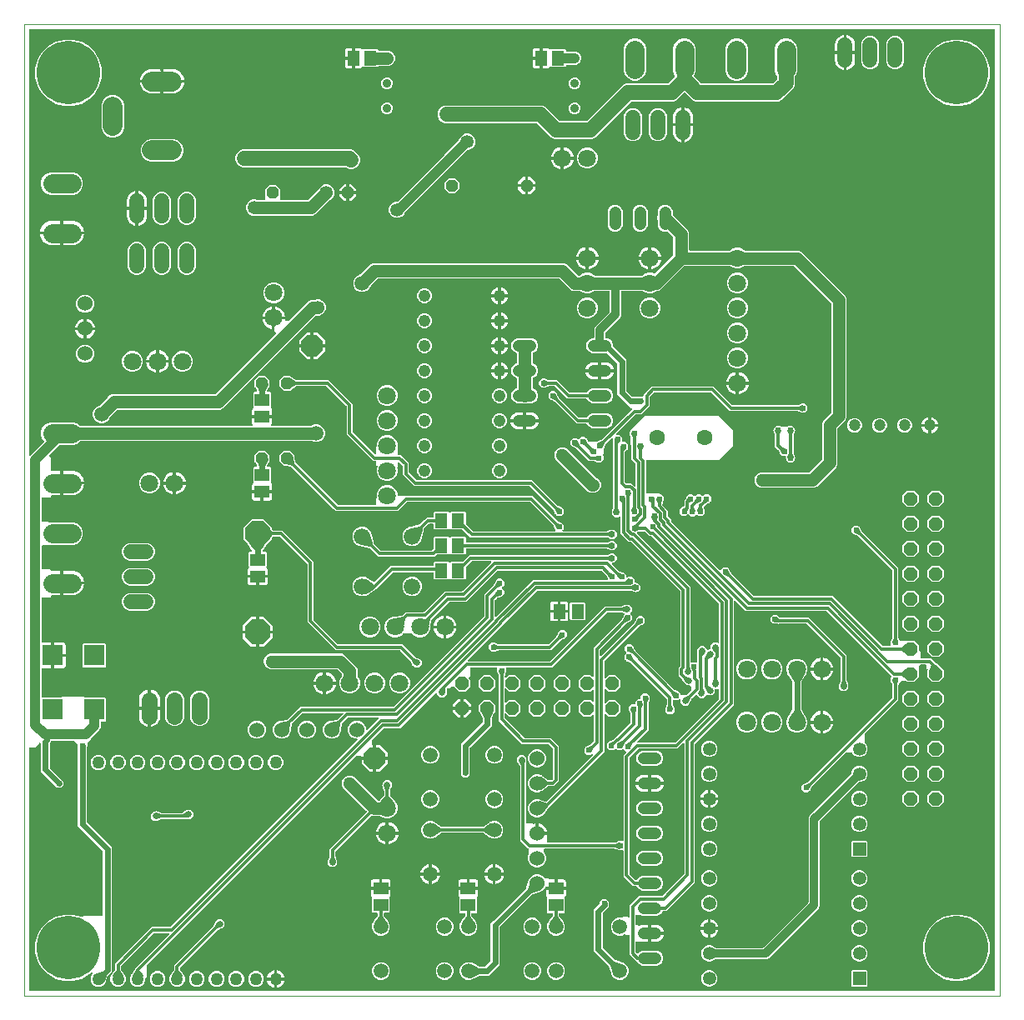
<source format=gbl>
G04 EAGLE Gerber X2 export*
%TF.Part,Single*%
%TF.FileFunction,Other,Bottom layer*%
%TF.FilePolarity,Positive*%
%TF.GenerationSoftware,Autodesk,EAGLE,9.2.1*%
%TF.CreationDate,2019-04-01T06:43:25Z*%
G75*
%MOMM*%
%FSLAX34Y34*%
%LPD*%
%INBottom layer*%
%IPPOS*%
%AMOC8*
5,1,8,0,0,1.08239X$1,22.5*%
G01*
%ADD10C,0.000000*%
%ADD11C,1.676400*%
%ADD12R,1.500000X1.300000*%
%ADD13C,1.800000*%
%ADD14C,1.219200*%
%ADD15P,1.319650X8X202.500000*%
%ADD16P,1.484606X8X202.500000*%
%ADD17C,1.524000*%
%ADD18R,1.300000X1.500000*%
%ADD19P,1.319650X8X22.500000*%
%ADD20C,1.650000*%
%ADD21P,2.749271X8X292.500000*%
%ADD22C,0.914400*%
%ADD23C,1.981200*%
%ADD24P,1.484606X8X292.500000*%
%ADD25C,1.524000*%
%ADD26C,2.000000*%
%ADD27C,1.500000*%
%ADD28P,2.336880X8X22.500000*%
%ADD29R,2.100000X2.100000*%
%ADD30C,1.219200*%
%ADD31C,1.270000*%
%ADD32C,1.600000*%
%ADD33C,1.200000*%
%ADD34R,1.350000X1.350000*%
%ADD35C,1.350000*%
%ADD36C,1.270000*%
%ADD37C,0.812800*%
%ADD38C,0.609600*%
%ADD39C,0.609600*%
%ADD40C,1.275000*%
%ADD41C,0.304800*%
%ADD42C,0.654800*%
%ADD43C,1.016000*%
%ADD44C,1.016000*%
%ADD45C,6.451600*%
%ADD46C,0.904800*%

G36*
X984578Y17784D02*
X984578Y17784D01*
X984597Y17782D01*
X984699Y17804D01*
X984801Y17820D01*
X984818Y17830D01*
X984838Y17834D01*
X984927Y17887D01*
X985018Y17936D01*
X985032Y17950D01*
X985049Y17960D01*
X985116Y18039D01*
X985188Y18114D01*
X985196Y18132D01*
X985209Y18147D01*
X985248Y18243D01*
X985291Y18337D01*
X985293Y18357D01*
X985301Y18375D01*
X985319Y18542D01*
X985319Y994158D01*
X985316Y994178D01*
X985318Y994197D01*
X985296Y994299D01*
X985280Y994401D01*
X985270Y994418D01*
X985266Y994438D01*
X985213Y994527D01*
X985164Y994618D01*
X985150Y994632D01*
X985140Y994649D01*
X985061Y994716D01*
X984986Y994788D01*
X984968Y994796D01*
X984953Y994809D01*
X984857Y994848D01*
X984763Y994891D01*
X984743Y994893D01*
X984725Y994901D01*
X984558Y994919D01*
X5842Y994919D01*
X5822Y994916D01*
X5803Y994918D01*
X5701Y994896D01*
X5599Y994880D01*
X5582Y994870D01*
X5562Y994866D01*
X5473Y994813D01*
X5382Y994764D01*
X5368Y994750D01*
X5351Y994740D01*
X5284Y994661D01*
X5212Y994586D01*
X5204Y994568D01*
X5191Y994553D01*
X5152Y994457D01*
X5109Y994363D01*
X5107Y994343D01*
X5099Y994325D01*
X5081Y994158D01*
X5081Y562105D01*
X5092Y562034D01*
X5094Y561963D01*
X5112Y561914D01*
X5120Y561862D01*
X5154Y561799D01*
X5179Y561732D01*
X5211Y561691D01*
X5236Y561645D01*
X5288Y561596D01*
X5332Y561540D01*
X5376Y561511D01*
X5414Y561476D01*
X5479Y561445D01*
X5539Y561407D01*
X5590Y561394D01*
X5637Y561372D01*
X5708Y561364D01*
X5778Y561347D01*
X5830Y561351D01*
X5881Y561345D01*
X5952Y561360D01*
X6023Y561366D01*
X6071Y561386D01*
X6122Y561397D01*
X6183Y561434D01*
X6249Y561462D01*
X6305Y561507D01*
X6333Y561523D01*
X6348Y561541D01*
X6380Y561567D01*
X7542Y562728D01*
X19856Y575042D01*
X19867Y575058D01*
X19883Y575071D01*
X19939Y575158D01*
X19999Y575242D01*
X20005Y575261D01*
X20016Y575278D01*
X20041Y575378D01*
X20072Y575477D01*
X20071Y575497D01*
X20076Y575516D01*
X20068Y575619D01*
X20065Y575723D01*
X20058Y575742D01*
X20057Y575762D01*
X20016Y575856D01*
X19981Y575954D01*
X19968Y575970D01*
X19961Y575988D01*
X19856Y576119D01*
X18504Y577471D01*
X16763Y581672D01*
X16763Y586220D01*
X18504Y590421D01*
X21719Y593636D01*
X25920Y595377D01*
X50280Y595377D01*
X54481Y593636D01*
X56074Y592044D01*
X56148Y591991D01*
X56217Y591931D01*
X56247Y591919D01*
X56273Y591900D01*
X56361Y591873D01*
X56445Y591839D01*
X56486Y591835D01*
X56509Y591828D01*
X56541Y591829D01*
X56612Y591821D01*
X231152Y591821D01*
X231246Y591836D01*
X231341Y591845D01*
X231367Y591856D01*
X231395Y591860D01*
X231479Y591905D01*
X231567Y591943D01*
X231588Y591962D01*
X231612Y591976D01*
X231678Y592045D01*
X231749Y592109D01*
X231762Y592133D01*
X231782Y592154D01*
X231822Y592240D01*
X231868Y592324D01*
X231874Y592351D01*
X231885Y592377D01*
X231896Y592472D01*
X231913Y592565D01*
X231909Y592593D01*
X231913Y592621D01*
X231892Y592715D01*
X231879Y592809D01*
X231865Y592841D01*
X231860Y592862D01*
X231843Y592890D01*
X231812Y592963D01*
X231432Y593619D01*
X231259Y594266D01*
X231259Y599577D01*
X240538Y599577D01*
X240558Y599580D01*
X240577Y599578D01*
X240679Y599600D01*
X240781Y599617D01*
X240798Y599626D01*
X240818Y599630D01*
X240907Y599683D01*
X240998Y599732D01*
X241012Y599746D01*
X241029Y599756D01*
X241096Y599835D01*
X241167Y599910D01*
X241176Y599928D01*
X241189Y599943D01*
X241228Y600039D01*
X241271Y600133D01*
X241273Y600153D01*
X241281Y600171D01*
X241299Y600338D01*
X241299Y601862D01*
X241296Y601882D01*
X241298Y601901D01*
X241276Y602003D01*
X241259Y602105D01*
X241250Y602122D01*
X241246Y602142D01*
X241193Y602231D01*
X241144Y602322D01*
X241130Y602336D01*
X241120Y602353D01*
X241041Y602420D01*
X240966Y602491D01*
X240948Y602500D01*
X240933Y602513D01*
X240837Y602552D01*
X240743Y602595D01*
X240723Y602597D01*
X240705Y602605D01*
X240538Y602623D01*
X231259Y602623D01*
X231259Y607934D01*
X231432Y608581D01*
X231767Y609160D01*
X232240Y609633D01*
X232250Y609639D01*
X232341Y609714D01*
X232435Y609788D01*
X232437Y609792D01*
X232440Y609795D01*
X232503Y609894D01*
X232568Y609995D01*
X232569Y609999D01*
X232571Y610003D01*
X232599Y610118D01*
X232628Y610234D01*
X232627Y610238D01*
X232628Y610242D01*
X232618Y610360D01*
X232609Y610479D01*
X232607Y610483D01*
X232607Y610487D01*
X232559Y610595D01*
X232512Y610705D01*
X232509Y610709D01*
X232508Y610712D01*
X232499Y610722D01*
X232407Y610836D01*
X232275Y610968D01*
X232275Y625232D01*
X233168Y626125D01*
X235540Y626125D01*
X235583Y626132D01*
X235625Y626129D01*
X235703Y626151D01*
X235783Y626164D01*
X235821Y626184D01*
X235862Y626196D01*
X235929Y626242D01*
X236001Y626280D01*
X236030Y626310D01*
X236065Y626335D01*
X236114Y626399D01*
X236170Y626458D01*
X236188Y626497D01*
X236214Y626531D01*
X236239Y626607D01*
X236274Y626681D01*
X236278Y626724D01*
X236292Y626764D01*
X236292Y626845D01*
X236301Y626925D01*
X236292Y626967D01*
X236292Y627010D01*
X236251Y627155D01*
X236248Y627166D01*
X236247Y627168D01*
X236246Y627171D01*
X234874Y630563D01*
X234838Y630622D01*
X234812Y630685D01*
X234763Y630745D01*
X234746Y630773D01*
X234730Y630787D01*
X234707Y630816D01*
X233679Y631843D01*
X233679Y633369D01*
X233669Y633430D01*
X233669Y633493D01*
X233645Y633579D01*
X233640Y633611D01*
X233631Y633627D01*
X233624Y633654D01*
X233525Y633898D01*
X233619Y634119D01*
X233629Y634163D01*
X233641Y634188D01*
X233643Y634206D01*
X233661Y634250D01*
X233669Y634326D01*
X233677Y634358D01*
X233675Y634380D01*
X233679Y634416D01*
X233679Y638157D01*
X238143Y642621D01*
X244457Y642621D01*
X248921Y638157D01*
X248921Y634416D01*
X248932Y634349D01*
X248933Y634280D01*
X248955Y634206D01*
X248960Y634174D01*
X248971Y634155D01*
X248981Y634119D01*
X249075Y633898D01*
X248976Y633654D01*
X248963Y633594D01*
X248939Y633536D01*
X248929Y633446D01*
X248922Y633414D01*
X248924Y633397D01*
X248921Y633369D01*
X248921Y631843D01*
X247893Y630816D01*
X247853Y630760D01*
X247805Y630711D01*
X247769Y630643D01*
X247750Y630616D01*
X247743Y630596D01*
X247726Y630563D01*
X246354Y627171D01*
X246344Y627130D01*
X246326Y627091D01*
X246317Y627010D01*
X246300Y626932D01*
X246304Y626889D01*
X246299Y626847D01*
X246316Y626767D01*
X246325Y626687D01*
X246342Y626648D01*
X246352Y626606D01*
X246393Y626537D01*
X246427Y626463D01*
X246456Y626432D01*
X246478Y626395D01*
X246539Y626342D01*
X246595Y626283D01*
X246632Y626263D01*
X246665Y626235D01*
X246740Y626205D01*
X246811Y626166D01*
X246853Y626159D01*
X246893Y626143D01*
X247043Y626127D01*
X247053Y626125D01*
X247056Y626125D01*
X247060Y626125D01*
X249432Y626125D01*
X250325Y625232D01*
X250325Y610968D01*
X250193Y610836D01*
X250124Y610741D01*
X250053Y610644D01*
X250051Y610640D01*
X250049Y610637D01*
X250014Y610523D01*
X249978Y610410D01*
X249978Y610405D01*
X249977Y610402D01*
X249980Y610283D01*
X249982Y610164D01*
X249983Y610160D01*
X249983Y610156D01*
X250024Y610045D01*
X250063Y609932D01*
X250066Y609929D01*
X250067Y609925D01*
X250142Y609832D01*
X250215Y609738D01*
X250219Y609735D01*
X250221Y609733D01*
X250233Y609725D01*
X250350Y609639D01*
X250360Y609633D01*
X250833Y609160D01*
X251168Y608581D01*
X251341Y607934D01*
X251341Y602623D01*
X242062Y602623D01*
X242042Y602620D01*
X242023Y602622D01*
X241921Y602600D01*
X241819Y602583D01*
X241802Y602574D01*
X241782Y602570D01*
X241693Y602517D01*
X241602Y602468D01*
X241588Y602454D01*
X241571Y602444D01*
X241504Y602365D01*
X241433Y602290D01*
X241424Y602272D01*
X241411Y602257D01*
X241372Y602161D01*
X241329Y602067D01*
X241327Y602047D01*
X241319Y602029D01*
X241301Y601862D01*
X241301Y600338D01*
X241304Y600318D01*
X241302Y600299D01*
X241324Y600197D01*
X241341Y600095D01*
X241350Y600078D01*
X241354Y600058D01*
X241407Y599969D01*
X241456Y599878D01*
X241470Y599864D01*
X241480Y599847D01*
X241559Y599780D01*
X241634Y599709D01*
X241652Y599700D01*
X241667Y599687D01*
X241763Y599648D01*
X241857Y599605D01*
X241877Y599603D01*
X241895Y599595D01*
X242062Y599577D01*
X251341Y599577D01*
X251341Y594266D01*
X251168Y593619D01*
X250788Y592963D01*
X250755Y592873D01*
X250715Y592787D01*
X250711Y592759D01*
X250701Y592733D01*
X250698Y592637D01*
X250687Y592543D01*
X250693Y592515D01*
X250692Y592487D01*
X250719Y592395D01*
X250740Y592302D01*
X250754Y592278D01*
X250762Y592251D01*
X250817Y592173D01*
X250866Y592091D01*
X250887Y592073D01*
X250904Y592050D01*
X250980Y591993D01*
X251053Y591931D01*
X251079Y591921D01*
X251102Y591904D01*
X251192Y591875D01*
X251281Y591839D01*
X251316Y591835D01*
X251336Y591829D01*
X251369Y591829D01*
X251448Y591821D01*
X290964Y591821D01*
X291029Y591831D01*
X291094Y591832D01*
X291174Y591855D01*
X291207Y591860D01*
X291224Y591870D01*
X291255Y591879D01*
X294505Y593225D01*
X298095Y593225D01*
X301412Y591851D01*
X303951Y589312D01*
X305325Y585995D01*
X305325Y582405D01*
X303951Y579088D01*
X301412Y576549D01*
X298095Y575175D01*
X294505Y575175D01*
X292482Y576013D01*
X292418Y576028D01*
X292357Y576053D01*
X292274Y576062D01*
X292242Y576069D01*
X292223Y576068D01*
X292190Y576071D01*
X56612Y576071D01*
X56522Y576057D01*
X56431Y576049D01*
X56401Y576037D01*
X56369Y576032D01*
X56289Y575989D01*
X56205Y575953D01*
X56173Y575927D01*
X56152Y575916D01*
X56130Y575893D01*
X56074Y575848D01*
X54481Y574256D01*
X50280Y572515D01*
X36325Y572515D01*
X36235Y572501D01*
X36144Y572493D01*
X36114Y572481D01*
X36082Y572476D01*
X36002Y572433D01*
X35918Y572397D01*
X35886Y572371D01*
X35865Y572360D01*
X35843Y572337D01*
X35787Y572292D01*
X25246Y561751D01*
X25204Y561693D01*
X25155Y561641D01*
X25133Y561594D01*
X25102Y561552D01*
X25081Y561483D01*
X25051Y561418D01*
X25045Y561366D01*
X25030Y561316D01*
X25032Y561245D01*
X25024Y561174D01*
X25035Y561123D01*
X25036Y561071D01*
X25061Y561003D01*
X25076Y560933D01*
X25103Y560888D01*
X25121Y560840D01*
X25166Y560784D01*
X25202Y560722D01*
X25242Y560688D01*
X25274Y560648D01*
X25335Y560609D01*
X25389Y560562D01*
X25438Y560543D01*
X25481Y560515D01*
X25551Y560497D01*
X25617Y560470D01*
X25689Y560462D01*
X25720Y560454D01*
X25743Y560456D01*
X25784Y560452D01*
X26084Y560452D01*
X27052Y559484D01*
X27052Y546862D01*
X27055Y546842D01*
X27053Y546823D01*
X27075Y546721D01*
X27091Y546619D01*
X27101Y546602D01*
X27105Y546582D01*
X27158Y546493D01*
X27207Y546402D01*
X27221Y546388D01*
X27231Y546371D01*
X27310Y546304D01*
X27385Y546232D01*
X27403Y546224D01*
X27418Y546211D01*
X27514Y546172D01*
X27608Y546129D01*
X27628Y546127D01*
X27646Y546119D01*
X27813Y546101D01*
X36577Y546101D01*
X36577Y534416D01*
X36580Y534396D01*
X36578Y534377D01*
X36600Y534275D01*
X36617Y534173D01*
X36626Y534156D01*
X36630Y534136D01*
X36683Y534047D01*
X36732Y533956D01*
X36746Y533942D01*
X36756Y533925D01*
X36835Y533858D01*
X36910Y533787D01*
X36928Y533778D01*
X36943Y533765D01*
X37039Y533727D01*
X37133Y533683D01*
X37153Y533681D01*
X37171Y533673D01*
X37338Y533655D01*
X38101Y533655D01*
X38101Y533653D01*
X37338Y533653D01*
X37318Y533650D01*
X37299Y533652D01*
X37197Y533630D01*
X37095Y533613D01*
X37078Y533604D01*
X37058Y533600D01*
X36969Y533547D01*
X36878Y533498D01*
X36864Y533484D01*
X36847Y533474D01*
X36780Y533395D01*
X36709Y533320D01*
X36700Y533302D01*
X36687Y533287D01*
X36648Y533191D01*
X36605Y533097D01*
X36603Y533077D01*
X36595Y533059D01*
X36577Y532892D01*
X36577Y521207D01*
X27813Y521207D01*
X27793Y521204D01*
X27774Y521206D01*
X27672Y521184D01*
X27570Y521168D01*
X27553Y521158D01*
X27533Y521154D01*
X27444Y521101D01*
X27353Y521052D01*
X27339Y521038D01*
X27322Y521028D01*
X27255Y520949D01*
X27183Y520874D01*
X27175Y520856D01*
X27162Y520841D01*
X27123Y520745D01*
X27080Y520651D01*
X27078Y520631D01*
X27070Y520613D01*
X27052Y520446D01*
X27052Y520016D01*
X26084Y519048D01*
X18542Y519048D01*
X18522Y519045D01*
X18503Y519047D01*
X18401Y519025D01*
X18299Y519009D01*
X18282Y518999D01*
X18262Y518995D01*
X18173Y518942D01*
X18082Y518893D01*
X18068Y518879D01*
X18051Y518869D01*
X17984Y518790D01*
X17912Y518715D01*
X17904Y518697D01*
X17891Y518682D01*
X17852Y518586D01*
X17809Y518492D01*
X17807Y518472D01*
X17799Y518454D01*
X17781Y518287D01*
X17781Y494665D01*
X17784Y494645D01*
X17782Y494626D01*
X17804Y494524D01*
X17820Y494422D01*
X17830Y494405D01*
X17834Y494385D01*
X17887Y494296D01*
X17936Y494205D01*
X17950Y494191D01*
X17960Y494174D01*
X18039Y494107D01*
X18114Y494035D01*
X18132Y494027D01*
X18147Y494014D01*
X18243Y493975D01*
X18337Y493932D01*
X18357Y493930D01*
X18375Y493922D01*
X18542Y493904D01*
X24560Y493904D01*
X24689Y493775D01*
X24773Y493715D01*
X24822Y493672D01*
X24839Y493666D01*
X24877Y493637D01*
X24883Y493635D01*
X24888Y493632D01*
X25000Y493597D01*
X25045Y493583D01*
X25051Y493580D01*
X25052Y493580D01*
X25111Y493561D01*
X25117Y493561D01*
X25123Y493559D01*
X25226Y493562D01*
X25250Y493562D01*
X25253Y493562D01*
X25357Y493563D01*
X25364Y493566D01*
X25369Y493566D01*
X25387Y493572D01*
X25484Y493600D01*
X25493Y493602D01*
X25498Y493604D01*
X25518Y493610D01*
X25920Y493777D01*
X50280Y493777D01*
X54481Y492036D01*
X57696Y488821D01*
X59437Y484620D01*
X59437Y480072D01*
X57696Y475871D01*
X54481Y472656D01*
X50280Y470915D01*
X26527Y470915D01*
X26436Y470901D01*
X26346Y470893D01*
X26316Y470881D01*
X26284Y470876D01*
X26203Y470833D01*
X26119Y470797D01*
X26087Y470771D01*
X26066Y470760D01*
X26044Y470737D01*
X25988Y470692D01*
X25576Y470280D01*
X18542Y470280D01*
X18522Y470277D01*
X18503Y470279D01*
X18401Y470257D01*
X18299Y470241D01*
X18282Y470231D01*
X18262Y470227D01*
X18173Y470174D01*
X18082Y470125D01*
X18068Y470111D01*
X18051Y470101D01*
X17984Y470022D01*
X17912Y469947D01*
X17904Y469929D01*
X17891Y469914D01*
X17852Y469818D01*
X17809Y469724D01*
X17807Y469704D01*
X17799Y469686D01*
X17781Y469519D01*
X17781Y446913D01*
X17784Y446893D01*
X17782Y446874D01*
X17804Y446772D01*
X17820Y446670D01*
X17830Y446653D01*
X17834Y446633D01*
X17887Y446544D01*
X17936Y446453D01*
X17950Y446439D01*
X17960Y446422D01*
X18039Y446355D01*
X18114Y446283D01*
X18132Y446275D01*
X18147Y446262D01*
X18243Y446223D01*
X18337Y446180D01*
X18357Y446178D01*
X18375Y446170D01*
X18542Y446152D01*
X26084Y446152D01*
X27064Y445172D01*
X27075Y445121D01*
X27091Y445019D01*
X27101Y445002D01*
X27105Y444982D01*
X27158Y444893D01*
X27207Y444802D01*
X27221Y444788D01*
X27231Y444771D01*
X27310Y444704D01*
X27385Y444632D01*
X27403Y444624D01*
X27418Y444611D01*
X27514Y444572D01*
X27608Y444529D01*
X27628Y444527D01*
X27646Y444519D01*
X27813Y444501D01*
X36577Y444501D01*
X36577Y432816D01*
X36580Y432796D01*
X36578Y432777D01*
X36600Y432675D01*
X36617Y432573D01*
X36626Y432556D01*
X36630Y432536D01*
X36683Y432447D01*
X36732Y432356D01*
X36746Y432342D01*
X36756Y432325D01*
X36835Y432258D01*
X36910Y432187D01*
X36928Y432178D01*
X36943Y432165D01*
X37039Y432127D01*
X37133Y432083D01*
X37153Y432081D01*
X37171Y432073D01*
X37338Y432055D01*
X38101Y432055D01*
X38101Y432053D01*
X37338Y432053D01*
X37318Y432050D01*
X37299Y432052D01*
X37197Y432030D01*
X37095Y432013D01*
X37078Y432004D01*
X37058Y432000D01*
X36969Y431947D01*
X36878Y431898D01*
X36864Y431884D01*
X36847Y431874D01*
X36780Y431795D01*
X36709Y431720D01*
X36700Y431702D01*
X36687Y431687D01*
X36648Y431590D01*
X36605Y431497D01*
X36603Y431477D01*
X36595Y431459D01*
X36577Y431292D01*
X36577Y419607D01*
X27813Y419607D01*
X27793Y419604D01*
X27774Y419606D01*
X27672Y419584D01*
X27570Y419568D01*
X27553Y419558D01*
X27533Y419554D01*
X27444Y419501D01*
X27353Y419452D01*
X27339Y419438D01*
X27322Y419428D01*
X27255Y419349D01*
X27183Y419274D01*
X27175Y419256D01*
X27162Y419241D01*
X27123Y419145D01*
X27080Y419051D01*
X27078Y419031D01*
X27070Y419013D01*
X27052Y418846D01*
X27052Y418416D01*
X26084Y417448D01*
X18542Y417448D01*
X18522Y417445D01*
X18503Y417447D01*
X18401Y417425D01*
X18299Y417409D01*
X18282Y417399D01*
X18262Y417395D01*
X18173Y417342D01*
X18082Y417293D01*
X18068Y417279D01*
X18051Y417269D01*
X17984Y417190D01*
X17912Y417115D01*
X17904Y417097D01*
X17891Y417082D01*
X17852Y416986D01*
X17809Y416892D01*
X17807Y416872D01*
X17799Y416854D01*
X17781Y416687D01*
X17781Y372264D01*
X17784Y372244D01*
X17782Y372225D01*
X17804Y372123D01*
X17820Y372021D01*
X17830Y372004D01*
X17834Y371984D01*
X17887Y371895D01*
X17936Y371804D01*
X17950Y371790D01*
X17960Y371773D01*
X18039Y371706D01*
X18114Y371634D01*
X18132Y371626D01*
X18147Y371613D01*
X18243Y371574D01*
X18337Y371531D01*
X18357Y371529D01*
X18375Y371521D01*
X18542Y371503D01*
X27261Y371503D01*
X27261Y359224D01*
X27264Y359204D01*
X27262Y359185D01*
X27284Y359083D01*
X27301Y358981D01*
X27310Y358964D01*
X27314Y358944D01*
X27367Y358855D01*
X27416Y358764D01*
X27430Y358750D01*
X27440Y358733D01*
X27519Y358666D01*
X27594Y358595D01*
X27612Y358586D01*
X27627Y358573D01*
X27723Y358535D01*
X27817Y358491D01*
X27837Y358489D01*
X27855Y358481D01*
X28022Y358463D01*
X28785Y358463D01*
X28785Y358461D01*
X28022Y358461D01*
X28002Y358458D01*
X27983Y358460D01*
X27881Y358438D01*
X27779Y358421D01*
X27762Y358412D01*
X27742Y358408D01*
X27653Y358355D01*
X27562Y358306D01*
X27548Y358292D01*
X27531Y358282D01*
X27464Y358203D01*
X27393Y358128D01*
X27384Y358110D01*
X27371Y358095D01*
X27332Y357999D01*
X27289Y357905D01*
X27287Y357885D01*
X27279Y357867D01*
X27261Y357700D01*
X27261Y345421D01*
X18542Y345421D01*
X18522Y345418D01*
X18503Y345420D01*
X18401Y345398D01*
X18299Y345382D01*
X18282Y345372D01*
X18262Y345368D01*
X18173Y345315D01*
X18082Y345266D01*
X18068Y345252D01*
X18051Y345242D01*
X17984Y345163D01*
X17912Y345088D01*
X17904Y345070D01*
X17891Y345055D01*
X17852Y344959D01*
X17809Y344865D01*
X17807Y344845D01*
X17799Y344827D01*
X17781Y344660D01*
X17781Y316248D01*
X17784Y316228D01*
X17782Y316209D01*
X17804Y316107D01*
X17820Y316005D01*
X17830Y315988D01*
X17834Y315968D01*
X17887Y315879D01*
X17936Y315788D01*
X17950Y315774D01*
X17960Y315757D01*
X18039Y315690D01*
X18114Y315618D01*
X18132Y315610D01*
X18147Y315597D01*
X18243Y315558D01*
X18337Y315515D01*
X18357Y315513D01*
X18375Y315505D01*
X18542Y315487D01*
X37246Y315487D01*
X37336Y315501D01*
X37427Y315509D01*
X37456Y315521D01*
X37488Y315526D01*
X37569Y315569D01*
X37653Y315605D01*
X37685Y315631D01*
X37706Y315642D01*
X37728Y315665D01*
X37784Y315710D01*
X38178Y316104D01*
X60374Y316104D01*
X60768Y315710D01*
X60842Y315657D01*
X60912Y315597D01*
X60942Y315585D01*
X60968Y315566D01*
X61055Y315539D01*
X61140Y315505D01*
X61181Y315501D01*
X61203Y315494D01*
X61235Y315495D01*
X61307Y315487D01*
X81916Y315487D01*
X82809Y314594D01*
X82809Y292330D01*
X81916Y291437D01*
X78150Y291437D01*
X78130Y291434D01*
X78111Y291436D01*
X78009Y291414D01*
X77907Y291398D01*
X77890Y291388D01*
X77870Y291384D01*
X77781Y291331D01*
X77690Y291282D01*
X77676Y291268D01*
X77659Y291258D01*
X77592Y291179D01*
X77520Y291104D01*
X77512Y291086D01*
X77499Y291071D01*
X77460Y290975D01*
X77417Y290881D01*
X77415Y290861D01*
X77407Y290843D01*
X77389Y290676D01*
X77389Y285370D01*
X76383Y282943D01*
X67407Y273966D01*
X67354Y273892D01*
X67294Y273823D01*
X67282Y273793D01*
X67263Y273766D01*
X67236Y273679D01*
X67202Y273595D01*
X67198Y273554D01*
X67191Y273531D01*
X67192Y273499D01*
X67184Y273428D01*
X67184Y272839D01*
X64232Y269887D01*
X64179Y269813D01*
X64119Y269744D01*
X64107Y269714D01*
X64088Y269687D01*
X64061Y269601D01*
X64027Y269516D01*
X64023Y269475D01*
X64016Y269452D01*
X64017Y269420D01*
X64009Y269349D01*
X64009Y266489D01*
X63533Y266014D01*
X63480Y265940D01*
X63421Y265870D01*
X63408Y265840D01*
X63390Y265814D01*
X63363Y265727D01*
X63329Y265642D01*
X63324Y265601D01*
X63317Y265579D01*
X63318Y265547D01*
X63310Y265475D01*
X63310Y189534D01*
X63325Y189444D01*
X63332Y189353D01*
X63345Y189324D01*
X63350Y189292D01*
X63393Y189211D01*
X63428Y189127D01*
X63454Y189095D01*
X63465Y189074D01*
X63488Y189052D01*
X63533Y188996D01*
X88710Y163819D01*
X88710Y36843D01*
X85809Y33942D01*
X85553Y33686D01*
X84805Y32938D01*
X84760Y32875D01*
X84707Y32818D01*
X84679Y32763D01*
X84661Y32738D01*
X84654Y32713D01*
X84631Y32668D01*
X83024Y28397D01*
X83013Y28345D01*
X82993Y28296D01*
X82981Y28184D01*
X82975Y28156D01*
X82977Y28145D01*
X82975Y28135D01*
X82429Y26817D01*
X82427Y26807D01*
X82420Y26794D01*
X81803Y25154D01*
X81723Y25118D01*
X81679Y25088D01*
X81630Y25067D01*
X81542Y24997D01*
X81518Y24981D01*
X81512Y24973D01*
X81499Y24962D01*
X79561Y23024D01*
X76666Y21825D01*
X73534Y21825D01*
X70639Y23024D01*
X68424Y25239D01*
X67225Y28134D01*
X67225Y31266D01*
X68424Y34161D01*
X68968Y34704D01*
X69010Y34763D01*
X69059Y34814D01*
X69081Y34862D01*
X69111Y34904D01*
X69132Y34972D01*
X69163Y35038D01*
X69168Y35089D01*
X69184Y35139D01*
X69182Y35211D01*
X69190Y35282D01*
X69179Y35333D01*
X69177Y35385D01*
X69153Y35452D01*
X69137Y35522D01*
X69111Y35567D01*
X69093Y35616D01*
X69048Y35672D01*
X69011Y35733D01*
X68972Y35767D01*
X68939Y35808D01*
X68879Y35847D01*
X68824Y35893D01*
X68776Y35913D01*
X68732Y35941D01*
X68663Y35958D01*
X68596Y35985D01*
X68525Y35993D01*
X68494Y36001D01*
X68470Y35999D01*
X68429Y36004D01*
X67628Y36004D01*
X67538Y35989D01*
X67447Y35982D01*
X67417Y35969D01*
X67385Y35964D01*
X67305Y35921D01*
X67221Y35886D01*
X67189Y35860D01*
X67168Y35849D01*
X67146Y35826D01*
X67090Y35781D01*
X65607Y34298D01*
X57904Y29851D01*
X49312Y27548D01*
X40416Y27548D01*
X31824Y29851D01*
X24121Y34298D01*
X17831Y40588D01*
X13384Y48291D01*
X11081Y56883D01*
X11081Y65779D01*
X13384Y74371D01*
X17831Y82074D01*
X24121Y88364D01*
X31824Y92811D01*
X40416Y95114D01*
X49312Y95114D01*
X57904Y92811D01*
X57937Y92792D01*
X57978Y92777D01*
X58015Y92753D01*
X58093Y92733D01*
X58167Y92705D01*
X58211Y92704D01*
X58254Y92693D01*
X58333Y92699D01*
X58413Y92696D01*
X58455Y92709D01*
X58499Y92712D01*
X58572Y92743D01*
X58649Y92766D01*
X58685Y92791D01*
X58725Y92808D01*
X58839Y92899D01*
X58850Y92907D01*
X58852Y92910D01*
X58856Y92913D01*
X59593Y93650D01*
X60114Y94171D01*
X78804Y94171D01*
X78823Y94174D01*
X78843Y94172D01*
X78944Y94194D01*
X79046Y94211D01*
X79064Y94220D01*
X79083Y94225D01*
X79172Y94278D01*
X79264Y94326D01*
X79277Y94340D01*
X79294Y94351D01*
X79362Y94429D01*
X79433Y94504D01*
X79441Y94522D01*
X79454Y94538D01*
X79493Y94634D01*
X79537Y94727D01*
X79539Y94747D01*
X79546Y94766D01*
X79565Y94932D01*
X79565Y159716D01*
X79550Y159806D01*
X79543Y159897D01*
X79530Y159926D01*
X79525Y159958D01*
X79482Y160039D01*
X79447Y160123D01*
X79421Y160155D01*
X79410Y160176D01*
X79387Y160198D01*
X79342Y160254D01*
X54165Y185431D01*
X54165Y267063D01*
X54150Y267153D01*
X54143Y267244D01*
X54130Y267274D01*
X54125Y267306D01*
X54082Y267386D01*
X54047Y267470D01*
X54021Y267502D01*
X54010Y267523D01*
X53987Y267545D01*
X53942Y267601D01*
X50241Y271302D01*
X50167Y271355D01*
X50097Y271415D01*
X50067Y271427D01*
X50041Y271446D01*
X49954Y271473D01*
X49869Y271507D01*
X49828Y271511D01*
X49806Y271518D01*
X49774Y271517D01*
X49702Y271525D01*
X27813Y271525D01*
X27793Y271522D01*
X27774Y271524D01*
X27672Y271502D01*
X27570Y271486D01*
X27553Y271476D01*
X27533Y271472D01*
X27444Y271419D01*
X27353Y271370D01*
X27339Y271356D01*
X27322Y271346D01*
X27255Y271267D01*
X27183Y271192D01*
X27175Y271174D01*
X27162Y271159D01*
X27123Y271063D01*
X27080Y270969D01*
X27078Y270949D01*
X27070Y270931D01*
X27052Y270764D01*
X27052Y270479D01*
X25878Y269305D01*
X25825Y269231D01*
X25765Y269162D01*
X25753Y269132D01*
X25734Y269106D01*
X25707Y269019D01*
X25673Y268934D01*
X25669Y268893D01*
X25662Y268871D01*
X25663Y268838D01*
X25655Y268767D01*
X25655Y244652D01*
X25669Y244562D01*
X25677Y244471D01*
X25689Y244442D01*
X25694Y244410D01*
X25737Y244329D01*
X25773Y244245D01*
X25799Y244213D01*
X25810Y244192D01*
X25833Y244170D01*
X25848Y244151D01*
X25853Y244142D01*
X25859Y244137D01*
X25878Y244114D01*
X39498Y230494D01*
X39498Y226706D01*
X36819Y224027D01*
X33031Y224027D01*
X16509Y240549D01*
X16509Y268876D01*
X16498Y268946D01*
X16496Y269018D01*
X16478Y269067D01*
X16470Y269118D01*
X16436Y269182D01*
X16411Y269249D01*
X16379Y269290D01*
X16354Y269336D01*
X16302Y269385D01*
X16258Y269441D01*
X16214Y269469D01*
X16176Y269505D01*
X16111Y269535D01*
X16051Y269574D01*
X16000Y269587D01*
X15953Y269609D01*
X15882Y269617D01*
X15812Y269634D01*
X15760Y269630D01*
X15709Y269636D01*
X15638Y269621D01*
X15567Y269615D01*
X15519Y269595D01*
X15468Y269584D01*
X15407Y269547D01*
X15341Y269519D01*
X15285Y269474D01*
X15257Y269457D01*
X15242Y269440D01*
X15210Y269414D01*
X10844Y265048D01*
X5842Y265048D01*
X5822Y265045D01*
X5803Y265047D01*
X5701Y265025D01*
X5599Y265009D01*
X5582Y264999D01*
X5562Y264995D01*
X5473Y264942D01*
X5382Y264893D01*
X5368Y264879D01*
X5351Y264869D01*
X5284Y264790D01*
X5212Y264715D01*
X5204Y264697D01*
X5191Y264682D01*
X5152Y264586D01*
X5109Y264492D01*
X5107Y264472D01*
X5099Y264454D01*
X5081Y264287D01*
X5081Y18542D01*
X5084Y18522D01*
X5082Y18503D01*
X5104Y18401D01*
X5120Y18299D01*
X5130Y18282D01*
X5134Y18262D01*
X5187Y18173D01*
X5236Y18082D01*
X5250Y18068D01*
X5260Y18051D01*
X5339Y17984D01*
X5414Y17912D01*
X5432Y17904D01*
X5447Y17891D01*
X5543Y17852D01*
X5637Y17809D01*
X5657Y17807D01*
X5675Y17799D01*
X5842Y17781D01*
X984558Y17781D01*
X984578Y17784D01*
G37*
%LPC*%
G36*
X627388Y43179D02*
X627388Y43179D01*
X624587Y44339D01*
X622443Y46483D01*
X622113Y47281D01*
X622051Y47381D01*
X621991Y47481D01*
X621987Y47485D01*
X621983Y47490D01*
X621893Y47565D01*
X621804Y47641D01*
X621799Y47643D01*
X621794Y47647D01*
X621685Y47689D01*
X621576Y47733D01*
X621569Y47734D01*
X621564Y47735D01*
X621546Y47736D01*
X621410Y47751D01*
X621037Y47751D01*
X614489Y54300D01*
X614489Y73769D01*
X614477Y73840D01*
X614475Y73911D01*
X614457Y73960D01*
X614449Y74012D01*
X614416Y74075D01*
X614391Y74142D01*
X614358Y74183D01*
X614334Y74229D01*
X614282Y74278D01*
X614237Y74335D01*
X614193Y74363D01*
X614156Y74399D01*
X614091Y74429D01*
X614030Y74467D01*
X613980Y74480D01*
X613933Y74502D01*
X613861Y74510D01*
X613792Y74528D01*
X613740Y74523D01*
X613688Y74529D01*
X613618Y74514D01*
X613546Y74508D01*
X613499Y74488D01*
X613448Y74477D01*
X613386Y74440D01*
X613320Y74412D01*
X613264Y74367D01*
X613237Y74351D01*
X613221Y74333D01*
X613189Y74307D01*
X612986Y74104D01*
X610977Y74104D01*
X610679Y74402D01*
X610679Y74421D01*
X610671Y74466D01*
X610673Y74512D01*
X610652Y74587D01*
X610639Y74664D01*
X610618Y74704D01*
X610605Y74748D01*
X610560Y74812D01*
X610524Y74881D01*
X610491Y74913D01*
X610465Y74950D01*
X610402Y74997D01*
X610346Y75050D01*
X610304Y75070D01*
X610267Y75097D01*
X610193Y75121D01*
X610123Y75154D01*
X610077Y75159D01*
X610033Y75173D01*
X609955Y75172D01*
X609878Y75181D01*
X609833Y75171D01*
X609787Y75171D01*
X609656Y75133D01*
X609638Y75129D01*
X609633Y75126D01*
X609626Y75124D01*
X606430Y73800D01*
X602840Y73800D01*
X599523Y75174D01*
X596984Y77713D01*
X595610Y81030D01*
X595610Y84620D01*
X596984Y87937D01*
X599523Y90476D01*
X602840Y91850D01*
X606430Y91850D01*
X606451Y91841D01*
X606496Y91831D01*
X606538Y91811D01*
X606615Y91803D01*
X606691Y91785D01*
X606736Y91789D01*
X606782Y91784D01*
X606858Y91801D01*
X606935Y91808D01*
X606977Y91827D01*
X607022Y91836D01*
X607089Y91876D01*
X607160Y91908D01*
X607194Y91939D01*
X607233Y91963D01*
X607284Y92022D01*
X607341Y92074D01*
X607363Y92114D01*
X607393Y92149D01*
X607411Y92193D01*
X607802Y92584D01*
X612986Y92584D01*
X613189Y92380D01*
X613247Y92338D01*
X613299Y92289D01*
X613347Y92267D01*
X613389Y92237D01*
X613457Y92216D01*
X613523Y92185D01*
X613574Y92180D01*
X613624Y92164D01*
X613696Y92166D01*
X613767Y92158D01*
X613818Y92169D01*
X613870Y92171D01*
X613937Y92195D01*
X614007Y92211D01*
X614052Y92237D01*
X614101Y92255D01*
X614157Y92300D01*
X614218Y92337D01*
X614252Y92376D01*
X614293Y92409D01*
X614332Y92469D01*
X614378Y92524D01*
X614398Y92572D01*
X614426Y92616D01*
X614443Y92685D01*
X614470Y92752D01*
X614478Y92823D01*
X614486Y92854D01*
X614484Y92878D01*
X614489Y92918D01*
X614489Y104450D01*
X624212Y114174D01*
X647709Y114174D01*
X647799Y114188D01*
X647890Y114196D01*
X647920Y114208D01*
X647952Y114213D01*
X648033Y114256D01*
X648117Y114292D01*
X648149Y114318D01*
X648169Y114329D01*
X648192Y114352D01*
X648248Y114397D01*
X669828Y135977D01*
X669881Y136051D01*
X669941Y136121D01*
X669953Y136151D01*
X669972Y136177D01*
X669999Y136264D01*
X670033Y136349D01*
X670037Y136390D01*
X670044Y136412D01*
X670043Y136444D01*
X670051Y136516D01*
X670051Y268846D01*
X670040Y268917D01*
X670038Y268989D01*
X670020Y269037D01*
X670012Y269089D01*
X669978Y269152D01*
X669953Y269220D01*
X669921Y269260D01*
X669896Y269306D01*
X669844Y269356D01*
X669800Y269412D01*
X669756Y269440D01*
X669718Y269476D01*
X669653Y269506D01*
X669593Y269545D01*
X669542Y269557D01*
X669495Y269579D01*
X669424Y269587D01*
X669354Y269605D01*
X669302Y269601D01*
X669251Y269606D01*
X669180Y269591D01*
X669109Y269585D01*
X669061Y269565D01*
X669010Y269554D01*
X668949Y269517D01*
X668883Y269489D01*
X668827Y269444D01*
X668799Y269428D01*
X668784Y269410D01*
X668752Y269384D01*
X663019Y263651D01*
X623878Y263651D01*
X623788Y263637D01*
X623697Y263629D01*
X623667Y263617D01*
X623635Y263612D01*
X623555Y263569D01*
X623471Y263533D01*
X623439Y263507D01*
X623418Y263496D01*
X623396Y263473D01*
X623340Y263428D01*
X614459Y254548D01*
X614406Y254474D01*
X614347Y254404D01*
X614334Y254374D01*
X614316Y254348D01*
X614289Y254261D01*
X614255Y254176D01*
X614250Y254135D01*
X614243Y254113D01*
X614244Y254081D01*
X614236Y254009D01*
X614236Y136516D01*
X614238Y136504D01*
X614237Y136496D01*
X614246Y136456D01*
X614251Y136425D01*
X614258Y136335D01*
X614271Y136305D01*
X614276Y136273D01*
X614319Y136192D01*
X614354Y136108D01*
X614380Y136076D01*
X614391Y136056D01*
X614414Y136033D01*
X614459Y135977D01*
X620165Y130272D01*
X620239Y130219D01*
X620308Y130159D01*
X620338Y130147D01*
X620365Y130128D01*
X620452Y130101D01*
X620536Y130067D01*
X620577Y130063D01*
X620600Y130056D01*
X620632Y130057D01*
X620703Y130049D01*
X621410Y130049D01*
X621524Y130068D01*
X621641Y130085D01*
X621646Y130087D01*
X621652Y130088D01*
X621755Y130143D01*
X621860Y130196D01*
X621864Y130201D01*
X621870Y130204D01*
X621949Y130287D01*
X622032Y130372D01*
X622036Y130378D01*
X622039Y130382D01*
X622047Y130399D01*
X622113Y130519D01*
X622443Y131317D01*
X624587Y133461D01*
X627388Y134621D01*
X642612Y134621D01*
X645413Y133461D01*
X647557Y131317D01*
X648717Y128516D01*
X648717Y125484D01*
X647557Y122683D01*
X645413Y120539D01*
X642612Y119379D01*
X627388Y119379D01*
X624587Y120539D01*
X622443Y122683D01*
X622113Y123481D01*
X622051Y123581D01*
X621991Y123681D01*
X621987Y123685D01*
X621983Y123690D01*
X621893Y123765D01*
X621804Y123841D01*
X621799Y123843D01*
X621794Y123847D01*
X621685Y123889D01*
X621576Y123933D01*
X621569Y123934D01*
X621564Y123935D01*
X621546Y123936D01*
X621410Y123951D01*
X617862Y123951D01*
X608139Y133675D01*
X608139Y160097D01*
X608127Y160167D01*
X608125Y160239D01*
X608107Y160288D01*
X608099Y160339D01*
X608066Y160403D01*
X608041Y160470D01*
X608008Y160511D01*
X607984Y160557D01*
X607932Y160606D01*
X607887Y160662D01*
X607843Y160690D01*
X607806Y160726D01*
X607741Y160756D01*
X607680Y160795D01*
X607630Y160808D01*
X607583Y160830D01*
X607511Y160838D01*
X607442Y160855D01*
X607390Y160851D01*
X607338Y160857D01*
X607268Y160842D01*
X607196Y160836D01*
X607149Y160816D01*
X607098Y160805D01*
X607036Y160768D01*
X606970Y160740D01*
X606914Y160695D01*
X606887Y160678D01*
X606871Y160661D01*
X606839Y160635D01*
X606732Y160527D01*
X605010Y160527D01*
X604926Y160513D01*
X604840Y160508D01*
X604794Y160492D01*
X604767Y160488D01*
X604741Y160473D01*
X604682Y160453D01*
X604504Y160368D01*
X604176Y160484D01*
X604131Y160492D01*
X604089Y160509D01*
X603951Y160524D01*
X603934Y160527D01*
X603929Y160526D01*
X603922Y160527D01*
X602943Y160527D01*
X602459Y161012D01*
X602389Y161062D01*
X602325Y161119D01*
X602280Y161140D01*
X602259Y161156D01*
X602230Y161165D01*
X602174Y161192D01*
X600519Y161777D01*
X600469Y161786D01*
X600421Y161804D01*
X600348Y161807D01*
X600277Y161820D01*
X600226Y161813D01*
X600175Y161815D01*
X600104Y161798D01*
X599730Y161977D01*
X599649Y162001D01*
X599569Y162033D01*
X599520Y162038D01*
X599494Y162046D01*
X599464Y162044D01*
X599402Y162051D01*
X528320Y162051D01*
X528300Y162048D01*
X528281Y162050D01*
X528179Y162028D01*
X528077Y162012D01*
X528060Y162002D01*
X528040Y161998D01*
X527951Y161945D01*
X527860Y161896D01*
X527846Y161882D01*
X527829Y161872D01*
X527762Y161793D01*
X527690Y161718D01*
X527682Y161700D01*
X527669Y161685D01*
X527630Y161589D01*
X527587Y161495D01*
X527585Y161475D01*
X527577Y161457D01*
X527559Y161290D01*
X527559Y158789D01*
X527573Y158699D01*
X527581Y158608D01*
X527593Y158578D01*
X527598Y158546D01*
X527641Y158466D01*
X527677Y158382D01*
X527703Y158350D01*
X527714Y158329D01*
X527737Y158307D01*
X527782Y158251D01*
X528453Y157580D01*
X529845Y154219D01*
X529845Y150581D01*
X528453Y147220D01*
X525880Y144647D01*
X522519Y143255D01*
X518881Y143255D01*
X515520Y144647D01*
X512947Y147220D01*
X511555Y150581D01*
X511555Y154219D01*
X512366Y156175D01*
X512392Y156288D01*
X512421Y156403D01*
X512420Y156409D01*
X512422Y156415D01*
X512411Y156531D01*
X512402Y156648D01*
X512399Y156653D01*
X512399Y156660D01*
X512351Y156767D01*
X512305Y156874D01*
X512301Y156880D01*
X512299Y156884D01*
X512286Y156898D01*
X512254Y156939D01*
X512254Y161290D01*
X512251Y161310D01*
X512253Y161329D01*
X512231Y161431D01*
X512214Y161533D01*
X512205Y161550D01*
X512200Y161570D01*
X512147Y161659D01*
X512099Y161750D01*
X512085Y161764D01*
X512074Y161781D01*
X511996Y161848D01*
X511921Y161920D01*
X511903Y161928D01*
X511887Y161941D01*
X511791Y161980D01*
X511698Y162023D01*
X511678Y162025D01*
X511659Y162033D01*
X511501Y162050D01*
X509491Y164060D01*
X505373Y168178D01*
X503364Y170187D01*
X503364Y245903D01*
X503351Y245980D01*
X503347Y246059D01*
X503331Y246101D01*
X503324Y246145D01*
X503321Y246151D01*
X503321Y246161D01*
X503319Y246184D01*
X503320Y246195D01*
X503315Y246217D01*
X503318Y246264D01*
X503299Y246333D01*
X503290Y246405D01*
X503267Y246451D01*
X503254Y246501D01*
X503194Y246602D01*
X503182Y246626D01*
X503175Y246633D01*
X503168Y246645D01*
X501948Y248261D01*
X501947Y248261D01*
X501228Y249213D01*
X501205Y249235D01*
X501159Y249292D01*
X500026Y250425D01*
X500026Y254400D01*
X502837Y257211D01*
X506813Y257211D01*
X509624Y254400D01*
X509624Y253860D01*
X509636Y253782D01*
X509640Y253703D01*
X509656Y253661D01*
X509663Y253617D01*
X509666Y253613D01*
X509624Y252347D01*
X509625Y252337D01*
X509624Y252322D01*
X509624Y250358D01*
X509605Y250298D01*
X509573Y250226D01*
X509565Y250167D01*
X509556Y250138D01*
X509557Y250111D01*
X509549Y250060D01*
X509504Y248655D01*
X509510Y248604D01*
X509507Y248553D01*
X509526Y248483D01*
X509535Y248411D01*
X509558Y248365D01*
X509571Y248315D01*
X509608Y248253D01*
X509469Y247249D01*
X509469Y247217D01*
X509461Y247144D01*
X509461Y188595D01*
X509464Y188575D01*
X509462Y188556D01*
X509484Y188454D01*
X509501Y188352D01*
X509510Y188335D01*
X509515Y188315D01*
X509568Y188226D01*
X509616Y188135D01*
X509630Y188121D01*
X509641Y188104D01*
X509719Y188037D01*
X509794Y187965D01*
X509812Y187957D01*
X509828Y187944D01*
X509924Y187905D01*
X510017Y187862D01*
X510037Y187860D01*
X510056Y187852D01*
X510222Y187834D01*
X516148Y187834D01*
X516444Y187538D01*
X516515Y187487D01*
X516581Y187429D01*
X516614Y187415D01*
X516644Y187394D01*
X516727Y187369D01*
X516808Y187335D01*
X516844Y187333D01*
X516879Y187322D01*
X516966Y187324D01*
X517053Y187318D01*
X517099Y187328D01*
X517125Y187328D01*
X517154Y187339D01*
X517218Y187352D01*
X518321Y187711D01*
X519177Y187846D01*
X519177Y178562D01*
X519180Y178542D01*
X519178Y178523D01*
X519200Y178421D01*
X519217Y178319D01*
X519226Y178302D01*
X519230Y178282D01*
X519283Y178193D01*
X519332Y178102D01*
X519346Y178088D01*
X519356Y178071D01*
X519435Y178004D01*
X519510Y177933D01*
X519528Y177924D01*
X519543Y177911D01*
X519639Y177873D01*
X519733Y177829D01*
X519753Y177827D01*
X519771Y177819D01*
X519938Y177801D01*
X520701Y177801D01*
X520701Y177038D01*
X520704Y177018D01*
X520702Y176999D01*
X520724Y176897D01*
X520741Y176795D01*
X520750Y176778D01*
X520754Y176758D01*
X520807Y176669D01*
X520856Y176578D01*
X520870Y176564D01*
X520880Y176547D01*
X520959Y176480D01*
X521034Y176409D01*
X521052Y176400D01*
X521067Y176387D01*
X521163Y176348D01*
X521257Y176305D01*
X521277Y176303D01*
X521295Y176295D01*
X521462Y176277D01*
X530746Y176277D01*
X530611Y175421D01*
X530252Y174318D01*
X530239Y174231D01*
X530218Y174147D01*
X530220Y174110D01*
X530215Y174075D01*
X530230Y173988D01*
X530237Y173901D01*
X530251Y173868D01*
X530257Y173832D01*
X530299Y173755D01*
X530333Y173675D01*
X530362Y173639D01*
X530374Y173616D01*
X530397Y173595D01*
X530438Y173544D01*
X530734Y173248D01*
X530734Y169652D01*
X530530Y169448D01*
X530488Y169390D01*
X530439Y169338D01*
X530417Y169291D01*
X530387Y169249D01*
X530366Y169180D01*
X530335Y169115D01*
X530330Y169063D01*
X530314Y169013D01*
X530316Y168942D01*
X530308Y168871D01*
X530319Y168820D01*
X530321Y168768D01*
X530345Y168700D01*
X530361Y168630D01*
X530387Y168585D01*
X530405Y168537D01*
X530450Y168481D01*
X530487Y168419D01*
X530526Y168385D01*
X530559Y168345D01*
X530619Y168306D01*
X530674Y168259D01*
X530722Y168240D01*
X530766Y168212D01*
X530835Y168194D01*
X530902Y168167D01*
X530973Y168159D01*
X531004Y168151D01*
X531028Y168153D01*
X531068Y168149D01*
X599402Y168149D01*
X599487Y168163D01*
X599572Y168168D01*
X599619Y168184D01*
X599645Y168188D01*
X599672Y168203D01*
X599730Y168223D01*
X600100Y168400D01*
X600110Y168396D01*
X600183Y168393D01*
X600254Y168380D01*
X600305Y168387D01*
X600356Y168385D01*
X600471Y168412D01*
X600497Y168416D01*
X600505Y168420D01*
X600519Y168423D01*
X602174Y169008D01*
X602249Y169050D01*
X602328Y169083D01*
X602366Y169114D01*
X602390Y169127D01*
X602410Y169149D01*
X602459Y169188D01*
X602943Y169673D01*
X603922Y169673D01*
X603967Y169680D01*
X604013Y169678D01*
X604148Y169710D01*
X604165Y169712D01*
X604169Y169715D01*
X604176Y169716D01*
X604504Y169832D01*
X604682Y169747D01*
X604764Y169723D01*
X604843Y169691D01*
X604893Y169686D01*
X604918Y169678D01*
X604949Y169680D01*
X605010Y169673D01*
X606732Y169673D01*
X606839Y169565D01*
X606897Y169523D01*
X606949Y169474D01*
X606997Y169452D01*
X607039Y169422D01*
X607108Y169400D01*
X607173Y169370D01*
X607224Y169365D01*
X607274Y169349D01*
X607346Y169351D01*
X607417Y169343D01*
X607468Y169354D01*
X607520Y169356D01*
X607587Y169380D01*
X607657Y169395D01*
X607702Y169422D01*
X607751Y169440D01*
X607807Y169485D01*
X607868Y169522D01*
X607902Y169561D01*
X607943Y169594D01*
X607982Y169654D01*
X608028Y169708D01*
X608048Y169757D01*
X608076Y169801D01*
X608093Y169870D01*
X608120Y169937D01*
X608128Y170008D01*
X608136Y170039D01*
X608134Y170062D01*
X608139Y170103D01*
X608139Y256850D01*
X610148Y258859D01*
X610870Y259582D01*
X610912Y259640D01*
X610962Y259692D01*
X610984Y259739D01*
X611014Y259782D01*
X611035Y259850D01*
X611065Y259915D01*
X611071Y259967D01*
X611086Y260017D01*
X611084Y260089D01*
X611092Y260160D01*
X611081Y260211D01*
X611080Y260263D01*
X611055Y260330D01*
X611040Y260400D01*
X611013Y260445D01*
X610996Y260494D01*
X610951Y260550D01*
X610914Y260611D01*
X610874Y260645D01*
X610842Y260686D01*
X610782Y260725D01*
X610727Y260771D01*
X610679Y260791D01*
X610635Y260819D01*
X610591Y260830D01*
X608285Y263136D01*
X608268Y263148D01*
X608256Y263163D01*
X608169Y263219D01*
X608085Y263280D01*
X608066Y263285D01*
X608049Y263296D01*
X607949Y263322D01*
X607850Y263352D01*
X607830Y263351D01*
X607811Y263356D01*
X607708Y263348D01*
X607604Y263346D01*
X607585Y263339D01*
X607565Y263337D01*
X607471Y263297D01*
X607373Y263261D01*
X607357Y263249D01*
X607339Y263241D01*
X607208Y263136D01*
X606199Y262127D01*
X602411Y262127D01*
X600779Y263759D01*
X600763Y263771D01*
X600751Y263786D01*
X600664Y263842D01*
X600580Y263902D01*
X600561Y263908D01*
X600544Y263919D01*
X600443Y263944D01*
X600345Y263975D01*
X600325Y263974D01*
X600305Y263979D01*
X600202Y263971D01*
X600099Y263968D01*
X600080Y263962D01*
X600060Y263960D01*
X599965Y263920D01*
X599868Y263884D01*
X599852Y263871D01*
X599834Y263864D01*
X599703Y263759D01*
X598071Y262127D01*
X594283Y262127D01*
X591604Y264806D01*
X591604Y268594D01*
X592570Y269559D01*
X592636Y269651D01*
X592705Y269743D01*
X592709Y269753D01*
X592713Y269759D01*
X592720Y269781D01*
X592766Y269899D01*
X592803Y270034D01*
X593285Y270312D01*
X593298Y270322D01*
X593313Y270328D01*
X593444Y270433D01*
X594283Y271273D01*
X594753Y271273D01*
X594865Y271291D01*
X594979Y271307D01*
X594989Y271311D01*
X594996Y271312D01*
X595016Y271323D01*
X595132Y271374D01*
X595266Y271451D01*
X597197Y272561D01*
X597209Y272572D01*
X597224Y272578D01*
X597355Y272683D01*
X598114Y273442D01*
X600517Y275845D01*
X600695Y275845D01*
X600785Y275859D01*
X600876Y275867D01*
X600906Y275879D01*
X600938Y275884D01*
X601018Y275927D01*
X601102Y275963D01*
X601134Y275989D01*
X601155Y276000D01*
X601177Y276023D01*
X601233Y276068D01*
X615182Y290016D01*
X615235Y290090D01*
X615294Y290159D01*
X615306Y290190D01*
X615325Y290216D01*
X615352Y290303D01*
X615386Y290388D01*
X615391Y290428D01*
X615397Y290451D01*
X615397Y290483D01*
X615405Y290554D01*
X615405Y298693D01*
X615402Y298708D01*
X615404Y298721D01*
X615390Y298781D01*
X615385Y298863D01*
X615369Y298910D01*
X615365Y298936D01*
X615351Y298961D01*
X615351Y298962D01*
X615350Y298963D01*
X615330Y299021D01*
X615154Y299391D01*
X615157Y299401D01*
X615161Y299473D01*
X615173Y299545D01*
X615166Y299595D01*
X615168Y299647D01*
X615141Y299762D01*
X615137Y299788D01*
X615133Y299796D01*
X615130Y299810D01*
X614545Y301465D01*
X614504Y301540D01*
X614470Y301618D01*
X614439Y301657D01*
X614426Y301680D01*
X614404Y301701D01*
X614365Y301749D01*
X613881Y302234D01*
X613881Y303213D01*
X613873Y303258D01*
X613875Y303303D01*
X613844Y303438D01*
X613841Y303456D01*
X613839Y303460D01*
X613837Y303467D01*
X613721Y303795D01*
X613806Y303973D01*
X613830Y304055D01*
X613862Y304134D01*
X613868Y304183D01*
X613875Y304209D01*
X613874Y304239D01*
X613881Y304301D01*
X613881Y306022D01*
X616559Y308701D01*
X619319Y308701D01*
X619338Y308704D01*
X619358Y308702D01*
X619459Y308724D01*
X619561Y308741D01*
X619579Y308750D01*
X619598Y308754D01*
X619687Y308808D01*
X619779Y308856D01*
X619792Y308870D01*
X619810Y308880D01*
X619877Y308959D01*
X619948Y309034D01*
X619957Y309052D01*
X619969Y309067D01*
X620008Y309164D01*
X620052Y309257D01*
X620054Y309277D01*
X620061Y309296D01*
X620080Y309462D01*
X620080Y311318D01*
X622759Y313996D01*
X625066Y313996D01*
X625086Y314000D01*
X625105Y313997D01*
X625207Y314019D01*
X625309Y314036D01*
X625326Y314045D01*
X625346Y314050D01*
X625435Y314103D01*
X625526Y314151D01*
X625540Y314166D01*
X625557Y314176D01*
X625624Y314255D01*
X625696Y314330D01*
X625704Y314348D01*
X625717Y314363D01*
X625756Y314459D01*
X625799Y314553D01*
X625801Y314572D01*
X625809Y314591D01*
X625827Y314758D01*
X625827Y317065D01*
X628506Y319744D01*
X632294Y319744D01*
X634973Y317065D01*
X634973Y315700D01*
X634991Y315587D01*
X635007Y315474D01*
X635011Y315464D01*
X635012Y315457D01*
X635023Y315437D01*
X635074Y315320D01*
X635144Y315199D01*
X634999Y314662D01*
X634997Y314646D01*
X634991Y314631D01*
X634973Y314464D01*
X634973Y313277D01*
X634641Y312945D01*
X634574Y312852D01*
X634547Y312816D01*
X634543Y312813D01*
X634542Y312810D01*
X634505Y312761D01*
X634501Y312751D01*
X634497Y312745D01*
X634490Y312723D01*
X634444Y312605D01*
X633824Y310306D01*
X633822Y310289D01*
X633816Y310274D01*
X633797Y310107D01*
X633797Y282507D01*
X622339Y271048D01*
X622297Y270990D01*
X622248Y270938D01*
X622226Y270891D01*
X622195Y270849D01*
X622174Y270780D01*
X622144Y270715D01*
X622138Y270663D01*
X622123Y270613D01*
X622125Y270542D01*
X622117Y270471D01*
X622128Y270420D01*
X622129Y270368D01*
X622154Y270300D01*
X622169Y270230D01*
X622196Y270185D01*
X622214Y270137D01*
X622259Y270081D01*
X622295Y270019D01*
X622335Y269985D01*
X622367Y269945D01*
X622428Y269906D01*
X622482Y269859D01*
X622531Y269840D01*
X622574Y269812D01*
X622644Y269794D01*
X622710Y269767D01*
X622782Y269759D01*
X622813Y269751D01*
X622836Y269753D01*
X622877Y269749D01*
X660178Y269749D01*
X660268Y269763D01*
X660359Y269771D01*
X660388Y269783D01*
X660420Y269788D01*
X660501Y269831D01*
X660585Y269867D01*
X660617Y269893D01*
X660638Y269904D01*
X660643Y269909D01*
X660644Y269909D01*
X660661Y269928D01*
X660716Y269972D01*
X705134Y314390D01*
X705187Y314464D01*
X705247Y314533D01*
X705259Y314564D01*
X705278Y314590D01*
X705305Y314677D01*
X705339Y314762D01*
X705343Y314803D01*
X705350Y314825D01*
X705349Y314857D01*
X705357Y314928D01*
X705357Y323671D01*
X705346Y323741D01*
X705344Y323813D01*
X705326Y323862D01*
X705318Y323913D01*
X705284Y323977D01*
X705259Y324044D01*
X705227Y324085D01*
X705202Y324131D01*
X705151Y324180D01*
X705106Y324236D01*
X705062Y324264D01*
X705024Y324300D01*
X704959Y324330D01*
X704899Y324369D01*
X704848Y324382D01*
X704801Y324404D01*
X704730Y324412D01*
X704660Y324429D01*
X704608Y324425D01*
X704557Y324431D01*
X704486Y324416D01*
X704415Y324410D01*
X704367Y324390D01*
X704316Y324379D01*
X704255Y324342D01*
X704189Y324314D01*
X704133Y324269D01*
X704105Y324252D01*
X704090Y324235D01*
X704075Y324223D01*
X701795Y324223D01*
X701775Y324220D01*
X701755Y324222D01*
X701654Y324200D01*
X701552Y324183D01*
X701535Y324174D01*
X701515Y324169D01*
X701426Y324116D01*
X701335Y324068D01*
X701321Y324054D01*
X701304Y324043D01*
X701237Y323965D01*
X701165Y323890D01*
X701157Y323872D01*
X701144Y323856D01*
X701105Y323760D01*
X701062Y323667D01*
X701060Y323647D01*
X701052Y323628D01*
X701034Y323462D01*
X701034Y320749D01*
X698223Y317938D01*
X694247Y317938D01*
X693753Y318432D01*
X693695Y318474D01*
X693643Y318523D01*
X693596Y318545D01*
X693553Y318575D01*
X693485Y318597D01*
X693420Y318627D01*
X693368Y318633D01*
X693318Y318648D01*
X693247Y318646D01*
X693175Y318654D01*
X693125Y318643D01*
X693072Y318641D01*
X693005Y318617D01*
X692935Y318602D01*
X692890Y318575D01*
X692841Y318557D01*
X692785Y318512D01*
X692724Y318475D01*
X692690Y318436D01*
X692649Y318403D01*
X692611Y318343D01*
X692564Y318289D01*
X692545Y318240D01*
X692516Y318196D01*
X692499Y318127D01*
X692472Y318060D01*
X692464Y317989D01*
X692456Y317958D01*
X692457Y317954D01*
X689643Y315140D01*
X685667Y315140D01*
X682852Y317955D01*
X682845Y318002D01*
X682843Y318074D01*
X682825Y318123D01*
X682816Y318175D01*
X682783Y318238D01*
X682758Y318305D01*
X682726Y318346D01*
X682701Y318392D01*
X682649Y318441D01*
X682605Y318497D01*
X682561Y318525D01*
X682523Y318561D01*
X682458Y318591D01*
X682398Y318630D01*
X682347Y318643D01*
X682300Y318665D01*
X682229Y318673D01*
X682159Y318690D01*
X682107Y318686D01*
X682055Y318692D01*
X681985Y318677D01*
X681914Y318671D01*
X681866Y318651D01*
X681815Y318640D01*
X681753Y318603D01*
X681688Y318575D01*
X681632Y318530D01*
X681604Y318514D01*
X681589Y318496D01*
X681557Y318470D01*
X677995Y314908D01*
X677489Y314403D01*
X677441Y314335D01*
X677440Y314333D01*
X677383Y314269D01*
X677361Y314225D01*
X677346Y314203D01*
X677337Y314174D01*
X677310Y314118D01*
X677173Y313732D01*
X677164Y313728D01*
X677110Y313679D01*
X677051Y313637D01*
X677020Y313596D01*
X676982Y313561D01*
X676920Y313461D01*
X676904Y313440D01*
X676901Y313431D01*
X676894Y313419D01*
X675884Y311304D01*
X675860Y311222D01*
X675828Y311143D01*
X675823Y311094D01*
X675815Y311068D01*
X675816Y311038D01*
X675810Y310976D01*
X675810Y310248D01*
X675079Y309517D01*
X675052Y309480D01*
X675019Y309450D01*
X674945Y309332D01*
X674935Y309318D01*
X674934Y309313D01*
X674930Y309307D01*
X674797Y309028D01*
X674639Y308972D01*
X674564Y308931D01*
X674485Y308898D01*
X674447Y308867D01*
X674423Y308854D01*
X674403Y308832D01*
X674354Y308793D01*
X672999Y307437D01*
X669023Y307437D01*
X666212Y310248D01*
X666212Y313912D01*
X666209Y313929D01*
X666211Y313946D01*
X666200Y313997D01*
X666199Y314054D01*
X666181Y314103D01*
X666172Y314154D01*
X666161Y314175D01*
X666159Y314187D01*
X666136Y314224D01*
X666114Y314285D01*
X666082Y314326D01*
X666057Y314372D01*
X666037Y314391D01*
X666033Y314398D01*
X666005Y314422D01*
X665961Y314477D01*
X665917Y314505D01*
X665879Y314541D01*
X665849Y314555D01*
X665846Y314558D01*
X665824Y314567D01*
X665814Y314571D01*
X665754Y314610D01*
X665703Y314623D01*
X665656Y314645D01*
X665621Y314649D01*
X665618Y314650D01*
X665579Y314654D01*
X665515Y314670D01*
X665468Y314666D01*
X665451Y314668D01*
X665446Y314668D01*
X665445Y314668D01*
X665411Y314672D01*
X665341Y314657D01*
X665270Y314651D01*
X665226Y314632D01*
X665204Y314628D01*
X665198Y314625D01*
X665171Y314620D01*
X665109Y314583D01*
X665044Y314555D01*
X665004Y314523D01*
X664986Y314513D01*
X664977Y314503D01*
X664960Y314493D01*
X664945Y314476D01*
X664913Y314450D01*
X663390Y312927D01*
X659539Y312927D01*
X659480Y312946D01*
X659415Y312976D01*
X659363Y312981D01*
X659314Y312997D01*
X659242Y312995D01*
X659171Y313003D01*
X659120Y312992D01*
X659068Y312990D01*
X659000Y312966D01*
X658930Y312951D01*
X658886Y312924D01*
X658837Y312906D01*
X658781Y312861D01*
X658719Y312824D01*
X658685Y312785D01*
X658645Y312752D01*
X658606Y312692D01*
X658559Y312638D01*
X658540Y312589D01*
X658512Y312546D01*
X658494Y312476D01*
X658467Y312409D01*
X658459Y312338D01*
X658451Y312307D01*
X658453Y312284D01*
X658449Y312243D01*
X658449Y308967D01*
X658463Y308882D01*
X658468Y308797D01*
X658484Y308750D01*
X658488Y308724D01*
X658503Y308697D01*
X658523Y308639D01*
X658700Y308269D01*
X658696Y308259D01*
X658693Y308186D01*
X658680Y308115D01*
X658687Y308064D01*
X658685Y308013D01*
X658712Y307898D01*
X658716Y307872D01*
X658720Y307864D01*
X658723Y307850D01*
X659308Y306195D01*
X659350Y306120D01*
X659383Y306041D01*
X659414Y306003D01*
X659427Y305979D01*
X659449Y305959D01*
X659488Y305910D01*
X659973Y305426D01*
X659973Y304447D01*
X659980Y304402D01*
X659978Y304356D01*
X660010Y304221D01*
X660012Y304204D01*
X660015Y304200D01*
X660016Y304193D01*
X660132Y303865D01*
X660047Y303687D01*
X660023Y303605D01*
X659991Y303526D01*
X659986Y303476D01*
X659978Y303451D01*
X659980Y303420D01*
X659973Y303359D01*
X659973Y301637D01*
X657294Y298959D01*
X653506Y298959D01*
X650827Y301637D01*
X650827Y303359D01*
X650813Y303443D01*
X650808Y303529D01*
X650792Y303575D01*
X650788Y303602D01*
X650773Y303628D01*
X650753Y303687D01*
X650668Y303865D01*
X650784Y304193D01*
X650792Y304238D01*
X650809Y304280D01*
X650824Y304418D01*
X650827Y304435D01*
X650826Y304440D01*
X650827Y304447D01*
X650827Y305426D01*
X651312Y305910D01*
X651362Y305980D01*
X651419Y306044D01*
X651440Y306089D01*
X651456Y306110D01*
X651465Y306139D01*
X651492Y306195D01*
X652077Y307850D01*
X652086Y307900D01*
X652104Y307948D01*
X652107Y308021D01*
X652120Y308092D01*
X652113Y308143D01*
X652115Y308194D01*
X652098Y308265D01*
X652277Y308639D01*
X652301Y308720D01*
X652333Y308800D01*
X652338Y308849D01*
X652346Y308875D01*
X652344Y308905D01*
X652351Y308967D01*
X652351Y313830D01*
X652337Y313920D01*
X652329Y314011D01*
X652317Y314041D01*
X652312Y314073D01*
X652269Y314153D01*
X652233Y314237D01*
X652207Y314269D01*
X652196Y314290D01*
X652173Y314312D01*
X652128Y314368D01*
X615679Y350817D01*
X615609Y350867D01*
X615545Y350924D01*
X615501Y350945D01*
X615479Y350961D01*
X615450Y350970D01*
X615394Y350997D01*
X615008Y351134D01*
X615004Y351143D01*
X614955Y351196D01*
X614913Y351256D01*
X614872Y351287D01*
X614837Y351324D01*
X614738Y351387D01*
X614716Y351403D01*
X614707Y351406D01*
X614695Y351413D01*
X613111Y352169D01*
X613029Y352193D01*
X612950Y352225D01*
X612901Y352231D01*
X612875Y352238D01*
X612845Y352237D01*
X612783Y352244D01*
X612097Y352244D01*
X611405Y352936D01*
X611368Y352962D01*
X611337Y352996D01*
X611220Y353069D01*
X611206Y353079D01*
X611201Y353081D01*
X611195Y353085D01*
X610881Y353234D01*
X610815Y353421D01*
X610774Y353496D01*
X610741Y353574D01*
X610710Y353613D01*
X610697Y353636D01*
X610675Y353657D01*
X610636Y353705D01*
X609419Y354922D01*
X609419Y358711D01*
X611148Y360440D01*
X611163Y360461D01*
X611183Y360477D01*
X611235Y360561D01*
X611292Y360640D01*
X611299Y360664D01*
X611313Y360686D01*
X611335Y360782D01*
X611364Y360875D01*
X611363Y360901D01*
X611369Y360926D01*
X611360Y361023D01*
X611358Y361121D01*
X611349Y361145D01*
X611346Y361171D01*
X611307Y361260D01*
X611273Y361352D01*
X611257Y361372D01*
X611246Y361396D01*
X611128Y361729D01*
X611087Y361804D01*
X611053Y361883D01*
X611022Y361921D01*
X611010Y361945D01*
X610987Y361965D01*
X610949Y362014D01*
X609731Y363231D01*
X609731Y367019D01*
X612410Y369698D01*
X616198Y369698D01*
X617415Y368480D01*
X617485Y368431D01*
X617549Y368374D01*
X617593Y368352D01*
X617615Y368337D01*
X617644Y368328D01*
X617700Y368301D01*
X617886Y368235D01*
X618036Y367921D01*
X618062Y367884D01*
X618080Y367842D01*
X618166Y367734D01*
X618176Y367720D01*
X618180Y367717D01*
X618185Y367711D01*
X618877Y367019D01*
X618877Y366333D01*
X618891Y366249D01*
X618896Y366164D01*
X618912Y366117D01*
X618916Y366091D01*
X618931Y366064D01*
X618951Y366005D01*
X619707Y364422D01*
X619737Y364379D01*
X619758Y364332D01*
X619807Y364279D01*
X619848Y364220D01*
X619889Y364189D01*
X619924Y364151D01*
X619985Y364113D01*
X620124Y363722D01*
X620165Y363647D01*
X620198Y363569D01*
X620229Y363530D01*
X620242Y363507D01*
X620264Y363486D01*
X620303Y363438D01*
X659527Y324214D01*
X660127Y323614D01*
X660175Y323579D01*
X660218Y323536D01*
X660300Y323489D01*
X660326Y323470D01*
X660341Y323466D01*
X660364Y323453D01*
X660862Y323238D01*
X660866Y323228D01*
X660911Y323172D01*
X660949Y323110D01*
X660988Y323076D01*
X661020Y323036D01*
X661115Y322968D01*
X661136Y322950D01*
X661144Y322947D01*
X661156Y322938D01*
X662520Y322171D01*
X662624Y322133D01*
X662727Y322091D01*
X662742Y322090D01*
X662751Y322086D01*
X662779Y322085D01*
X662894Y322073D01*
X663390Y322073D01*
X664212Y321251D01*
X664228Y321240D01*
X664240Y321224D01*
X664377Y321126D01*
X664839Y320866D01*
X664879Y320722D01*
X664926Y320621D01*
X664969Y320520D01*
X664979Y320508D01*
X664983Y320499D01*
X665002Y320479D01*
X665074Y320389D01*
X666069Y319394D01*
X666069Y319024D01*
X666072Y319004D01*
X666070Y318985D01*
X666092Y318883D01*
X666108Y318781D01*
X666118Y318764D01*
X666122Y318744D01*
X666175Y318655D01*
X666224Y318564D01*
X666238Y318550D01*
X666248Y318533D01*
X666327Y318466D01*
X666402Y318394D01*
X666420Y318386D01*
X666435Y318373D01*
X666531Y318334D01*
X666625Y318291D01*
X666645Y318289D01*
X666663Y318281D01*
X666830Y318263D01*
X671993Y318263D01*
X672038Y318270D01*
X672083Y318268D01*
X672218Y318300D01*
X672236Y318302D01*
X672240Y318305D01*
X672247Y318306D01*
X672893Y318535D01*
X672968Y318576D01*
X673047Y318610D01*
X673085Y318640D01*
X673109Y318653D01*
X673130Y318676D01*
X673178Y318714D01*
X676877Y322413D01*
X676930Y322487D01*
X676989Y322557D01*
X677002Y322587D01*
X677020Y322613D01*
X677047Y322700D01*
X677081Y322785D01*
X677086Y322826D01*
X677093Y322848D01*
X677092Y322880D01*
X677100Y322952D01*
X677100Y326394D01*
X677085Y326484D01*
X677078Y326575D01*
X677065Y326605D01*
X677060Y326636D01*
X677017Y326717D01*
X676982Y326801D01*
X676956Y326833D01*
X676945Y326854D01*
X676922Y326876D01*
X676877Y326932D01*
X675806Y328003D01*
X675732Y328056D01*
X675662Y328115D01*
X675632Y328128D01*
X675606Y328146D01*
X675519Y328173D01*
X675434Y328207D01*
X675393Y328212D01*
X675371Y328219D01*
X675339Y328218D01*
X675268Y328226D01*
X672582Y328226D01*
X671915Y328893D01*
X671881Y328917D01*
X671853Y328948D01*
X671781Y328989D01*
X671715Y329037D01*
X671675Y329049D01*
X671639Y329069D01*
X671536Y329095D01*
X670983Y329815D01*
X670960Y329837D01*
X670918Y329890D01*
X669771Y331037D01*
X669771Y331138D01*
X669764Y331179D01*
X669766Y331221D01*
X669744Y331300D01*
X669731Y331381D01*
X669711Y331418D01*
X669700Y331458D01*
X669619Y331592D01*
X669616Y331598D01*
X669615Y331599D01*
X669613Y331601D01*
X667902Y333834D01*
X667879Y333855D01*
X667836Y333909D01*
X666030Y335714D01*
X664021Y337723D01*
X664021Y345486D01*
X665548Y347013D01*
X665602Y347087D01*
X665661Y347157D01*
X665673Y347187D01*
X665692Y347213D01*
X665719Y347300D01*
X665753Y347385D01*
X665757Y347426D01*
X665764Y347448D01*
X665763Y347480D01*
X665771Y347552D01*
X665771Y423464D01*
X665757Y423554D01*
X665750Y423645D01*
X665737Y423675D01*
X665732Y423707D01*
X665689Y423787D01*
X665653Y423871D01*
X665628Y423903D01*
X665617Y423924D01*
X665593Y423946D01*
X665548Y424002D01*
X615862Y473688D01*
X615788Y473741D01*
X615719Y473801D01*
X615689Y473813D01*
X615663Y473832D01*
X615576Y473859D01*
X615491Y473893D01*
X615450Y473897D01*
X615428Y473904D01*
X615395Y473903D01*
X615324Y473911D01*
X613583Y473911D01*
X605503Y481991D01*
X605503Y499677D01*
X605501Y499687D01*
X605502Y499691D01*
X605497Y499716D01*
X605491Y499748D01*
X605489Y499820D01*
X605472Y499869D01*
X605463Y499920D01*
X605430Y499983D01*
X605405Y500051D01*
X605372Y500091D01*
X605348Y500137D01*
X605296Y500187D01*
X605251Y500243D01*
X605207Y500271D01*
X605170Y500307D01*
X605105Y500337D01*
X605044Y500376D01*
X604994Y500388D01*
X604947Y500410D01*
X604875Y500418D01*
X604806Y500436D01*
X604754Y500432D01*
X604702Y500437D01*
X604632Y500422D01*
X604561Y500417D01*
X604513Y500396D01*
X604462Y500385D01*
X604400Y500348D01*
X604334Y500320D01*
X604278Y500275D01*
X604251Y500259D01*
X604235Y500241D01*
X604203Y500215D01*
X602826Y498838D01*
X599038Y498838D01*
X596359Y501516D01*
X596359Y503238D01*
X596345Y503322D01*
X596340Y503408D01*
X596323Y503454D01*
X596319Y503481D01*
X596305Y503507D01*
X596285Y503566D01*
X596199Y503744D01*
X596315Y504072D01*
X596323Y504117D01*
X596340Y504159D01*
X596356Y504297D01*
X596359Y504314D01*
X596358Y504319D01*
X596359Y504326D01*
X596359Y505305D01*
X596844Y505789D01*
X596894Y505859D01*
X596950Y505923D01*
X596972Y505968D01*
X596987Y505989D01*
X596996Y506018D01*
X597023Y506074D01*
X597608Y507729D01*
X597617Y507779D01*
X597636Y507827D01*
X597639Y507900D01*
X597652Y507971D01*
X597644Y508022D01*
X597646Y508073D01*
X597630Y508144D01*
X597809Y508518D01*
X597832Y508600D01*
X597864Y508679D01*
X597870Y508728D01*
X597877Y508754D01*
X597876Y508784D01*
X597883Y508846D01*
X597883Y573315D01*
X597878Y573343D01*
X597878Y573400D01*
X597759Y574452D01*
X597766Y574460D01*
X597793Y574527D01*
X597828Y574591D01*
X597838Y574641D01*
X597856Y574689D01*
X597869Y574806D01*
X597874Y574832D01*
X597872Y574841D01*
X597874Y574856D01*
X597869Y575631D01*
X597854Y575718D01*
X597854Y577825D01*
X597853Y577827D01*
X597854Y577830D01*
X597851Y578233D01*
X597846Y579001D01*
X597834Y579070D01*
X597832Y579139D01*
X597813Y579190D01*
X597804Y579244D01*
X597772Y579305D01*
X597748Y579370D01*
X597714Y579412D01*
X597688Y579461D01*
X597637Y579508D01*
X597594Y579562D01*
X597548Y579591D01*
X597508Y579629D01*
X597445Y579657D01*
X597387Y579695D01*
X597334Y579708D01*
X597284Y579731D01*
X597216Y579738D01*
X597149Y579755D01*
X597094Y579751D01*
X597040Y579756D01*
X596972Y579741D01*
X596903Y579736D01*
X596853Y579714D01*
X596800Y579702D01*
X596741Y579666D01*
X596677Y579639D01*
X596618Y579592D01*
X596590Y579575D01*
X596575Y579558D01*
X596546Y579535D01*
X590199Y573187D01*
X590149Y573118D01*
X590093Y573054D01*
X590071Y573009D01*
X590055Y572988D01*
X590047Y572959D01*
X590020Y572903D01*
X589883Y572517D01*
X589873Y572512D01*
X589820Y572463D01*
X589760Y572422D01*
X589730Y572381D01*
X589692Y572346D01*
X589630Y572246D01*
X589614Y572224D01*
X589611Y572216D01*
X589603Y572203D01*
X588847Y570620D01*
X588823Y570538D01*
X588791Y570458D01*
X588786Y570409D01*
X588778Y570384D01*
X588780Y570353D01*
X588773Y570292D01*
X588773Y569606D01*
X588349Y569182D01*
X588296Y569108D01*
X588236Y569038D01*
X588224Y569008D01*
X588205Y568982D01*
X588178Y568895D01*
X588144Y568810D01*
X588140Y568769D01*
X588133Y568747D01*
X588134Y568715D01*
X588126Y568644D01*
X588126Y563252D01*
X587360Y562486D01*
X587349Y562470D01*
X587333Y562457D01*
X587277Y562370D01*
X587217Y562286D01*
X587211Y562267D01*
X587200Y562250D01*
X587175Y562150D01*
X587144Y562051D01*
X587145Y562031D01*
X587140Y562012D01*
X587148Y561909D01*
X587151Y561805D01*
X587158Y561786D01*
X587159Y561767D01*
X587199Y561672D01*
X587235Y561574D01*
X587248Y561559D01*
X587255Y561540D01*
X587360Y561409D01*
X587821Y560948D01*
X587821Y557160D01*
X585143Y554481D01*
X583421Y554481D01*
X583337Y554467D01*
X583252Y554462D01*
X583205Y554446D01*
X583179Y554442D01*
X583152Y554427D01*
X583093Y554407D01*
X582915Y554322D01*
X582587Y554438D01*
X582542Y554446D01*
X582500Y554463D01*
X582363Y554478D01*
X582345Y554481D01*
X582341Y554480D01*
X582334Y554481D01*
X581355Y554481D01*
X580870Y554966D01*
X580801Y555016D01*
X580736Y555073D01*
X580692Y555094D01*
X580670Y555110D01*
X580641Y555119D01*
X580585Y555146D01*
X578277Y555962D01*
X578232Y555970D01*
X578190Y555987D01*
X578052Y556002D01*
X578035Y556005D01*
X578030Y556004D01*
X578023Y556005D01*
X573158Y556005D01*
X560487Y568676D01*
X560418Y568726D01*
X560354Y568782D01*
X560309Y568804D01*
X560288Y568820D01*
X560259Y568828D01*
X560203Y568855D01*
X559816Y568992D01*
X559812Y569002D01*
X559763Y569055D01*
X559722Y569115D01*
X559681Y569145D01*
X559646Y569183D01*
X559546Y569245D01*
X559524Y569261D01*
X559516Y569264D01*
X559503Y569272D01*
X557920Y570028D01*
X557838Y570052D01*
X557758Y570084D01*
X557709Y570089D01*
X557683Y570097D01*
X557653Y570095D01*
X557592Y570102D01*
X556906Y570102D01*
X556214Y570794D01*
X556177Y570821D01*
X556146Y570854D01*
X556029Y570927D01*
X556014Y570938D01*
X556010Y570939D01*
X556004Y570943D01*
X555690Y571093D01*
X555624Y571279D01*
X555583Y571354D01*
X555549Y571433D01*
X555518Y571471D01*
X555506Y571495D01*
X555483Y571515D01*
X555445Y571564D01*
X554227Y572781D01*
X554227Y576569D01*
X556906Y579248D01*
X560694Y579248D01*
X561831Y578111D01*
X561847Y578099D01*
X561859Y578084D01*
X561947Y578028D01*
X562030Y577968D01*
X562049Y577962D01*
X562066Y577951D01*
X562167Y577926D01*
X562266Y577895D01*
X562286Y577896D01*
X562305Y577891D01*
X562408Y577899D01*
X562511Y577902D01*
X562530Y577908D01*
X562550Y577910D01*
X562645Y577950D01*
X562742Y577986D01*
X562758Y577998D01*
X562776Y578006D01*
X562907Y578111D01*
X565237Y580441D01*
X569026Y580441D01*
X570243Y579224D01*
X570312Y579174D01*
X570376Y579117D01*
X570421Y579096D01*
X570443Y579080D01*
X570472Y579071D01*
X570528Y579044D01*
X570714Y578979D01*
X570863Y578665D01*
X570889Y578628D01*
X570907Y578586D01*
X570994Y578478D01*
X571004Y578463D01*
X571008Y578460D01*
X571012Y578455D01*
X571704Y577763D01*
X571704Y577077D01*
X571718Y576992D01*
X571723Y576907D01*
X571740Y576860D01*
X571744Y576834D01*
X571758Y576807D01*
X571779Y576749D01*
X572204Y575859D01*
X572259Y575779D01*
X572309Y575696D01*
X572329Y575679D01*
X572344Y575657D01*
X572422Y575599D01*
X572496Y575536D01*
X572520Y575526D01*
X572542Y575510D01*
X572634Y575481D01*
X572724Y575444D01*
X572757Y575441D01*
X572776Y575434D01*
X572808Y575435D01*
X572891Y575426D01*
X581344Y575426D01*
X581434Y575440D01*
X581525Y575448D01*
X581554Y575460D01*
X581586Y575465D01*
X581667Y575508D01*
X581751Y575544D01*
X581783Y575570D01*
X581804Y575581D01*
X581826Y575604D01*
X581882Y575649D01*
X582306Y576073D01*
X582992Y576073D01*
X583076Y576087D01*
X583161Y576092D01*
X583208Y576108D01*
X583234Y576112D01*
X583261Y576127D01*
X583320Y576147D01*
X584903Y576903D01*
X584946Y576933D01*
X584993Y576954D01*
X585046Y577003D01*
X585105Y577044D01*
X585136Y577085D01*
X585174Y577120D01*
X585212Y577181D01*
X585603Y577320D01*
X585678Y577361D01*
X585756Y577394D01*
X585795Y577425D01*
X585818Y577438D01*
X585839Y577460D01*
X585887Y577499D01*
X615853Y607465D01*
X616564Y608175D01*
X616617Y608249D01*
X616676Y608319D01*
X616689Y608349D01*
X616707Y608375D01*
X616734Y608462D01*
X616768Y608547D01*
X616773Y608588D01*
X616780Y608610D01*
X616779Y608642D01*
X616787Y608714D01*
X616787Y608974D01*
X616772Y609064D01*
X616765Y609155D01*
X616752Y609184D01*
X616747Y609216D01*
X616704Y609297D01*
X616669Y609381D01*
X616643Y609413D01*
X616632Y609434D01*
X616609Y609456D01*
X616564Y609512D01*
X614023Y612052D01*
X613950Y612105D01*
X613880Y612165D01*
X613850Y612177D01*
X613824Y612196D01*
X613737Y612223D01*
X613652Y612257D01*
X613611Y612261D01*
X613589Y612268D01*
X613556Y612267D01*
X613485Y612275D01*
X613158Y612275D01*
X601852Y623581D01*
X601852Y655016D01*
X601838Y655106D01*
X601830Y655197D01*
X601818Y655226D01*
X601813Y655258D01*
X601770Y655339D01*
X601734Y655423D01*
X601708Y655455D01*
X601697Y655476D01*
X601674Y655498D01*
X601629Y655554D01*
X591927Y665256D01*
X591853Y665309D01*
X591783Y665369D01*
X591753Y665381D01*
X591727Y665400D01*
X591640Y665427D01*
X591555Y665461D01*
X591514Y665465D01*
X591492Y665472D01*
X591460Y665471D01*
X591389Y665479D01*
X576588Y665479D01*
X573787Y666639D01*
X571643Y668783D01*
X570483Y671584D01*
X570483Y674616D01*
X571643Y677417D01*
X573787Y679561D01*
X576588Y680721D01*
X577850Y680721D01*
X577870Y680724D01*
X577889Y680722D01*
X577991Y680744D01*
X578093Y680760D01*
X578110Y680770D01*
X578130Y680774D01*
X578219Y680827D01*
X578310Y680876D01*
X578324Y680890D01*
X578341Y680900D01*
X578408Y680979D01*
X578480Y681054D01*
X578488Y681072D01*
X578501Y681087D01*
X578540Y681183D01*
X578583Y681277D01*
X578585Y681297D01*
X578593Y681315D01*
X578611Y681482D01*
X578611Y690087D01*
X579462Y692141D01*
X594263Y706942D01*
X594306Y707002D01*
X594347Y707045D01*
X594355Y707061D01*
X594376Y707085D01*
X594388Y707116D01*
X594407Y707142D01*
X594434Y707229D01*
X594439Y707243D01*
X594451Y707268D01*
X594452Y707274D01*
X594468Y707314D01*
X594472Y707354D01*
X594479Y707377D01*
X594478Y707409D01*
X594486Y707480D01*
X594486Y727964D01*
X594483Y727984D01*
X594485Y728003D01*
X594463Y728105D01*
X594447Y728207D01*
X594437Y728224D01*
X594433Y728244D01*
X594380Y728333D01*
X594331Y728424D01*
X594317Y728438D01*
X594307Y728455D01*
X594228Y728522D01*
X594153Y728594D01*
X594135Y728602D01*
X594120Y728615D01*
X594024Y728654D01*
X593930Y728697D01*
X593910Y728699D01*
X593892Y728707D01*
X593725Y728725D01*
X578825Y728725D01*
X578735Y728711D01*
X578644Y728703D01*
X578614Y728691D01*
X578582Y728686D01*
X578501Y728643D01*
X578418Y728607D01*
X578385Y728581D01*
X578365Y728570D01*
X578343Y728547D01*
X578287Y728502D01*
X577462Y727678D01*
X573593Y726075D01*
X569407Y726075D01*
X565538Y727678D01*
X564713Y728502D01*
X564639Y728555D01*
X564570Y728615D01*
X564540Y728627D01*
X564514Y728646D01*
X564427Y728673D01*
X564342Y728707D01*
X564301Y728711D01*
X564279Y728718D01*
X564246Y728717D01*
X564175Y728725D01*
X557234Y728725D01*
X554339Y729924D01*
X543061Y741202D01*
X542987Y741255D01*
X542918Y741315D01*
X542888Y741327D01*
X542861Y741346D01*
X542774Y741373D01*
X542690Y741407D01*
X542649Y741411D01*
X542626Y741418D01*
X542594Y741417D01*
X542523Y741425D01*
X359177Y741425D01*
X359087Y741411D01*
X358996Y741403D01*
X358966Y741391D01*
X358934Y741386D01*
X358854Y741343D01*
X358770Y741307D01*
X358738Y741281D01*
X358717Y741270D01*
X358695Y741247D01*
X358639Y741202D01*
X351808Y734371D01*
X351770Y734318D01*
X351724Y734271D01*
X351684Y734198D01*
X351664Y734172D01*
X351659Y734153D01*
X351643Y734124D01*
X350551Y731488D01*
X348012Y728949D01*
X344695Y727575D01*
X341105Y727575D01*
X337788Y728949D01*
X335249Y731488D01*
X333875Y734805D01*
X333875Y738395D01*
X335249Y741712D01*
X337788Y744251D01*
X340424Y745343D01*
X340480Y745377D01*
X340540Y745403D01*
X340605Y745455D01*
X340633Y745472D01*
X340646Y745488D01*
X340671Y745508D01*
X351139Y755976D01*
X354034Y757175D01*
X547666Y757175D01*
X550561Y755976D01*
X561839Y744698D01*
X561913Y744645D01*
X561982Y744585D01*
X562012Y744573D01*
X562039Y744554D01*
X562126Y744527D01*
X562210Y744493D01*
X562251Y744489D01*
X562274Y744482D01*
X562306Y744483D01*
X562377Y744475D01*
X564175Y744475D01*
X564265Y744489D01*
X564356Y744497D01*
X564386Y744509D01*
X564418Y744514D01*
X564499Y744557D01*
X564583Y744593D01*
X564615Y744619D01*
X564635Y744630D01*
X564657Y744653D01*
X564713Y744698D01*
X565538Y745522D01*
X569407Y747125D01*
X573593Y747125D01*
X577462Y745522D01*
X578287Y744698D01*
X578360Y744645D01*
X578430Y744585D01*
X578460Y744573D01*
X578486Y744554D01*
X578573Y744527D01*
X578658Y744493D01*
X578699Y744489D01*
X578721Y744482D01*
X578754Y744483D01*
X578825Y744475D01*
X627675Y744475D01*
X627765Y744489D01*
X627856Y744497D01*
X627886Y744509D01*
X627918Y744514D01*
X627999Y744557D01*
X628082Y744593D01*
X628115Y744619D01*
X628135Y744630D01*
X628157Y744653D01*
X628213Y744698D01*
X629038Y745522D01*
X632907Y747125D01*
X637093Y747125D01*
X639201Y746252D01*
X639314Y746225D01*
X639428Y746197D01*
X639434Y746197D01*
X639440Y746196D01*
X639557Y746207D01*
X639673Y746216D01*
X639679Y746218D01*
X639685Y746219D01*
X639793Y746267D01*
X639899Y746312D01*
X639905Y746317D01*
X639910Y746319D01*
X639924Y746331D01*
X640030Y746417D01*
X658652Y765039D01*
X658705Y765113D01*
X658765Y765182D01*
X658777Y765212D01*
X658796Y765239D01*
X658823Y765326D01*
X658857Y765410D01*
X658861Y765451D01*
X658868Y765474D01*
X658867Y765506D01*
X658875Y765577D01*
X658875Y782807D01*
X658861Y782897D01*
X658853Y782988D01*
X658841Y783018D01*
X658836Y783050D01*
X658793Y783130D01*
X658757Y783214D01*
X658731Y783246D01*
X658720Y783267D01*
X658697Y783289D01*
X658652Y783345D01*
X653122Y788875D01*
X653028Y788943D01*
X652933Y789013D01*
X652927Y789015D01*
X652922Y789019D01*
X652811Y789053D01*
X652700Y789089D01*
X652693Y789089D01*
X652687Y789091D01*
X652571Y789088D01*
X652454Y789087D01*
X652446Y789085D01*
X652441Y789085D01*
X652424Y789078D01*
X652292Y789040D01*
X652010Y788923D01*
X648978Y788923D01*
X646177Y790083D01*
X644033Y792227D01*
X642873Y795028D01*
X642873Y800309D01*
X642863Y800374D01*
X642862Y800439D01*
X642839Y800519D01*
X642834Y800552D01*
X642824Y800569D01*
X642815Y800600D01*
X642619Y801074D01*
X642619Y804206D01*
X642815Y804680D01*
X642830Y804743D01*
X642855Y804804D01*
X642864Y804887D01*
X642871Y804919D01*
X642870Y804938D01*
X642873Y804971D01*
X642873Y810252D01*
X644033Y813053D01*
X646177Y815197D01*
X648978Y816357D01*
X652010Y816357D01*
X654811Y815197D01*
X656955Y813053D01*
X658115Y810252D01*
X658115Y806471D01*
X658129Y806381D01*
X658137Y806290D01*
X658149Y806260D01*
X658154Y806228D01*
X658197Y806148D01*
X658233Y806064D01*
X658259Y806032D01*
X658270Y806011D01*
X658293Y805989D01*
X658338Y805933D01*
X673426Y790845D01*
X674625Y787950D01*
X674625Y770636D01*
X674627Y770625D01*
X674626Y770618D01*
X674627Y770610D01*
X674626Y770597D01*
X674648Y770495D01*
X674664Y770393D01*
X674674Y770376D01*
X674678Y770356D01*
X674731Y770267D01*
X674780Y770176D01*
X674794Y770162D01*
X674804Y770145D01*
X674883Y770078D01*
X674958Y770006D01*
X674976Y769998D01*
X674991Y769985D01*
X675087Y769946D01*
X675181Y769903D01*
X675201Y769901D01*
X675219Y769893D01*
X675386Y769875D01*
X716575Y769875D01*
X716665Y769889D01*
X716756Y769897D01*
X716786Y769909D01*
X716818Y769914D01*
X716899Y769957D01*
X716982Y769993D01*
X717015Y770019D01*
X717035Y770030D01*
X717054Y770049D01*
X717056Y770051D01*
X717062Y770056D01*
X717113Y770098D01*
X717938Y770922D01*
X721807Y772525D01*
X725993Y772525D01*
X729862Y770922D01*
X730687Y770098D01*
X730760Y770045D01*
X730830Y769985D01*
X730860Y769973D01*
X730886Y769954D01*
X730973Y769927D01*
X731058Y769893D01*
X731099Y769889D01*
X731121Y769882D01*
X731154Y769883D01*
X731225Y769875D01*
X785791Y769875D01*
X788686Y768676D01*
X791008Y766354D01*
X831395Y725967D01*
X831448Y725928D01*
X831495Y725882D01*
X831525Y725866D01*
X831539Y725854D01*
X831546Y725851D01*
X833785Y723612D01*
X834987Y720709D01*
X834987Y717537D01*
X834981Y717521D01*
X834972Y717438D01*
X834964Y717406D01*
X834966Y717387D01*
X834962Y717354D01*
X834962Y600096D01*
X833763Y597202D01*
X825660Y589099D01*
X825607Y589025D01*
X825548Y588955D01*
X825535Y588925D01*
X825517Y588899D01*
X825490Y588812D01*
X825456Y588727D01*
X825451Y588686D01*
X825444Y588664D01*
X825445Y588632D01*
X825437Y588560D01*
X825437Y552471D01*
X824238Y549577D01*
X804561Y529899D01*
X801666Y528700D01*
X751083Y528700D01*
X751018Y528690D01*
X750953Y528689D01*
X750905Y528675D01*
X747729Y528675D01*
X744825Y529878D01*
X742603Y532100D01*
X741400Y535004D01*
X741400Y538146D01*
X742603Y541050D01*
X744825Y543272D01*
X747729Y544475D01*
X750900Y544475D01*
X750916Y544468D01*
X750999Y544459D01*
X751031Y544452D01*
X751051Y544453D01*
X751083Y544450D01*
X796523Y544450D01*
X796613Y544464D01*
X796704Y544472D01*
X796734Y544484D01*
X796766Y544489D01*
X796846Y544532D01*
X796930Y544568D01*
X796962Y544594D01*
X796983Y544605D01*
X797005Y544628D01*
X797061Y544673D01*
X809465Y557076D01*
X809518Y557150D01*
X809577Y557220D01*
X809590Y557250D01*
X809608Y557276D01*
X809635Y557363D01*
X809669Y557448D01*
X809674Y557489D01*
X809681Y557511D01*
X809680Y557543D01*
X809688Y557615D01*
X809688Y593704D01*
X810887Y596598D01*
X818990Y604701D01*
X819043Y604775D01*
X819102Y604845D01*
X819115Y604875D01*
X819133Y604901D01*
X819160Y604988D01*
X819194Y605073D01*
X819199Y605114D01*
X819206Y605136D01*
X819205Y605168D01*
X819213Y605240D01*
X819213Y715560D01*
X819198Y715650D01*
X819191Y715741D01*
X819178Y715771D01*
X819173Y715803D01*
X819130Y715884D01*
X819095Y715968D01*
X819069Y716000D01*
X819058Y716021D01*
X819035Y716043D01*
X818990Y716099D01*
X781186Y753902D01*
X781112Y753955D01*
X781043Y754015D01*
X781013Y754027D01*
X780986Y754046D01*
X780899Y754073D01*
X780815Y754107D01*
X780774Y754111D01*
X780751Y754118D01*
X780719Y754117D01*
X780648Y754125D01*
X731225Y754125D01*
X731135Y754111D01*
X731044Y754103D01*
X731014Y754091D01*
X730982Y754086D01*
X730901Y754043D01*
X730818Y754007D01*
X730785Y753981D01*
X730765Y753970D01*
X730743Y753947D01*
X730687Y753902D01*
X729862Y753078D01*
X725993Y751475D01*
X721807Y751475D01*
X717938Y753078D01*
X717113Y753902D01*
X717040Y753955D01*
X716970Y754015D01*
X716940Y754027D01*
X716914Y754046D01*
X716827Y754073D01*
X716742Y754107D01*
X716701Y754111D01*
X716679Y754118D01*
X716646Y754117D01*
X716575Y754125D01*
X670327Y754125D01*
X670237Y754111D01*
X670146Y754103D01*
X670116Y754091D01*
X670084Y754086D01*
X670004Y754043D01*
X669920Y754007D01*
X669888Y753981D01*
X669867Y753970D01*
X669845Y753947D01*
X669789Y753902D01*
X645811Y729924D01*
X642916Y728725D01*
X642325Y728725D01*
X642235Y728711D01*
X642144Y728703D01*
X642114Y728691D01*
X642082Y728686D01*
X642001Y728643D01*
X641918Y728607D01*
X641885Y728581D01*
X641865Y728570D01*
X641843Y728547D01*
X641787Y728502D01*
X640962Y727678D01*
X637093Y726075D01*
X632907Y726075D01*
X629038Y727678D01*
X628213Y728502D01*
X628140Y728555D01*
X628070Y728615D01*
X628040Y728627D01*
X628014Y728646D01*
X627927Y728673D01*
X627842Y728707D01*
X627801Y728711D01*
X627779Y728718D01*
X627746Y728717D01*
X627675Y728725D01*
X606425Y728725D01*
X606405Y728722D01*
X606386Y728724D01*
X606284Y728702D01*
X606182Y728686D01*
X606165Y728676D01*
X606145Y728672D01*
X606056Y728619D01*
X605965Y728570D01*
X605951Y728556D01*
X605934Y728546D01*
X605867Y728467D01*
X605795Y728392D01*
X605787Y728374D01*
X605774Y728359D01*
X605735Y728263D01*
X605692Y728169D01*
X605690Y728149D01*
X605682Y728131D01*
X605664Y727964D01*
X605664Y703738D01*
X604813Y701684D01*
X590012Y686883D01*
X589959Y686809D01*
X589899Y686740D01*
X589887Y686709D01*
X589868Y686683D01*
X589841Y686596D01*
X589807Y686511D01*
X589803Y686471D01*
X589796Y686448D01*
X589797Y686416D01*
X589789Y686345D01*
X589789Y681482D01*
X589792Y681462D01*
X589790Y681443D01*
X589812Y681341D01*
X589828Y681239D01*
X589838Y681222D01*
X589842Y681202D01*
X589895Y681113D01*
X589944Y681022D01*
X589958Y681008D01*
X589968Y680991D01*
X590047Y680924D01*
X590122Y680852D01*
X590140Y680844D01*
X590155Y680831D01*
X590251Y680792D01*
X590345Y680749D01*
X590365Y680747D01*
X590383Y680739D01*
X590550Y680721D01*
X591812Y680721D01*
X594613Y679561D01*
X596757Y677417D01*
X597917Y674616D01*
X597917Y672515D01*
X597931Y672425D01*
X597939Y672334D01*
X597951Y672305D01*
X597956Y672273D01*
X597999Y672192D01*
X598035Y672108D01*
X598061Y672076D01*
X598072Y672055D01*
X598095Y672033D01*
X598140Y671977D01*
X610998Y659119D01*
X610998Y627684D01*
X611012Y627594D01*
X611020Y627503D01*
X611032Y627474D01*
X611037Y627442D01*
X611080Y627361D01*
X611116Y627277D01*
X611142Y627245D01*
X611153Y627224D01*
X611176Y627202D01*
X611221Y627146D01*
X616723Y621644D01*
X616797Y621591D01*
X616867Y621531D01*
X616897Y621519D01*
X616923Y621500D01*
X617010Y621473D01*
X617095Y621439D01*
X617136Y621435D01*
X617158Y621428D01*
X617190Y621429D01*
X617261Y621421D01*
X624806Y621421D01*
X624896Y621435D01*
X624987Y621443D01*
X625017Y621455D01*
X625049Y621460D01*
X625054Y621463D01*
X626436Y621463D01*
X626526Y621478D01*
X626617Y621485D01*
X626647Y621498D01*
X626679Y621503D01*
X626760Y621546D01*
X626844Y621581D01*
X626876Y621607D01*
X626896Y621618D01*
X626919Y621641D01*
X626974Y621686D01*
X628553Y623265D01*
X628606Y623339D01*
X628666Y623408D01*
X628678Y623439D01*
X628697Y623465D01*
X628705Y623492D01*
X636912Y631699D01*
X699763Y631699D01*
X701772Y629690D01*
X718590Y612872D01*
X718664Y612819D01*
X718733Y612759D01*
X718763Y612747D01*
X718790Y612728D01*
X718877Y612701D01*
X718961Y612667D01*
X719002Y612663D01*
X719025Y612656D01*
X719057Y612657D01*
X719128Y612649D01*
X785140Y612649D01*
X785224Y612663D01*
X785309Y612668D01*
X785356Y612684D01*
X785383Y612688D01*
X785409Y612703D01*
X785468Y612723D01*
X785838Y612900D01*
X785848Y612896D01*
X785920Y612893D01*
X785991Y612880D01*
X786042Y612887D01*
X786093Y612885D01*
X786208Y612912D01*
X786235Y612916D01*
X786243Y612920D01*
X786257Y612923D01*
X787911Y613508D01*
X787987Y613550D01*
X788065Y613583D01*
X788104Y613614D01*
X788127Y613627D01*
X788148Y613649D01*
X788196Y613688D01*
X788681Y614173D01*
X789660Y614173D01*
X789705Y614180D01*
X789750Y614178D01*
X789885Y614210D01*
X789903Y614212D01*
X789907Y614215D01*
X789914Y614216D01*
X790241Y614332D01*
X790419Y614247D01*
X790502Y614223D01*
X790581Y614191D01*
X790630Y614186D01*
X790656Y614178D01*
X790686Y614180D01*
X790748Y614173D01*
X792469Y614173D01*
X795148Y611494D01*
X795148Y607706D01*
X792469Y605027D01*
X790748Y605027D01*
X790663Y605013D01*
X790578Y605008D01*
X790531Y604992D01*
X790505Y604988D01*
X790478Y604973D01*
X790420Y604953D01*
X790241Y604868D01*
X789913Y604984D01*
X789869Y604992D01*
X789826Y605009D01*
X789689Y605024D01*
X789671Y605027D01*
X789667Y605026D01*
X789660Y605027D01*
X788681Y605027D01*
X788196Y605512D01*
X788127Y605562D01*
X788063Y605619D01*
X788018Y605640D01*
X787996Y605656D01*
X787967Y605665D01*
X787912Y605692D01*
X786257Y606277D01*
X786206Y606286D01*
X786158Y606304D01*
X786086Y606307D01*
X786015Y606320D01*
X785964Y606313D01*
X785913Y606315D01*
X785842Y606298D01*
X785468Y606477D01*
X785386Y606501D01*
X785307Y606533D01*
X785257Y606538D01*
X785232Y606546D01*
X785201Y606544D01*
X785140Y606551D01*
X716287Y606551D01*
X714278Y608560D01*
X697460Y625378D01*
X697386Y625431D01*
X697317Y625491D01*
X697287Y625503D01*
X697260Y625522D01*
X697173Y625549D01*
X697089Y625583D01*
X697048Y625587D01*
X697025Y625594D01*
X696993Y625593D01*
X696922Y625601D01*
X639753Y625601D01*
X639663Y625587D01*
X639572Y625579D01*
X639542Y625567D01*
X639510Y625562D01*
X639430Y625519D01*
X639346Y625483D01*
X639314Y625457D01*
X639293Y625446D01*
X639271Y625423D01*
X639215Y625378D01*
X635097Y621260D01*
X635044Y621186D01*
X634984Y621117D01*
X634972Y621087D01*
X634953Y621060D01*
X634926Y620973D01*
X634892Y620889D01*
X634888Y620848D01*
X634881Y620825D01*
X634882Y620793D01*
X634874Y620722D01*
X634874Y611512D01*
X626738Y603376D01*
X620703Y603376D01*
X620613Y603362D01*
X620522Y603354D01*
X620492Y603342D01*
X620460Y603337D01*
X620380Y603294D01*
X620296Y603258D01*
X620264Y603232D01*
X620243Y603221D01*
X620221Y603198D01*
X620165Y603153D01*
X600734Y583722D01*
X600692Y583664D01*
X600643Y583612D01*
X600621Y583565D01*
X600590Y583523D01*
X600569Y583454D01*
X600539Y583389D01*
X600533Y583337D01*
X600518Y583287D01*
X600520Y583216D01*
X600512Y583145D01*
X600523Y583094D01*
X600524Y583042D01*
X600549Y582974D01*
X600564Y582904D01*
X600591Y582859D01*
X600609Y582811D01*
X600654Y582755D01*
X600690Y582693D01*
X600730Y582659D01*
X600762Y582619D01*
X600823Y582580D01*
X600877Y582533D01*
X600926Y582514D01*
X600969Y582486D01*
X601039Y582468D01*
X601105Y582441D01*
X601177Y582433D01*
X601208Y582425D01*
X601231Y582427D01*
X601272Y582423D01*
X604320Y582423D01*
X606999Y579744D01*
X606999Y576025D01*
X607002Y576006D01*
X607000Y575986D01*
X607022Y575885D01*
X607039Y575783D01*
X607048Y575765D01*
X607052Y575745D01*
X607106Y575656D01*
X607154Y575565D01*
X607168Y575551D01*
X607179Y575534D01*
X607257Y575467D01*
X607332Y575396D01*
X607350Y575387D01*
X607365Y575374D01*
X607462Y575336D01*
X607555Y575292D01*
X607575Y575290D01*
X607594Y575283D01*
X607760Y575264D01*
X610416Y575264D01*
X613095Y572585D01*
X613095Y568797D01*
X612789Y568491D01*
X612743Y568427D01*
X612689Y568368D01*
X612671Y568327D01*
X612646Y568291D01*
X612645Y568291D01*
X611714Y567416D01*
X611709Y567409D01*
X611697Y567400D01*
X610359Y566061D01*
X610322Y566042D01*
X610248Y566013D01*
X610201Y565978D01*
X610175Y565964D01*
X610156Y565944D01*
X610114Y565912D01*
X609714Y565536D01*
X609651Y565454D01*
X609584Y565376D01*
X609576Y565357D01*
X609564Y565340D01*
X609531Y565243D01*
X609492Y565148D01*
X609489Y565123D01*
X609484Y565108D01*
X609484Y565075D01*
X609474Y564981D01*
X609474Y534978D01*
X609488Y534888D01*
X609496Y534797D01*
X609508Y534767D01*
X609513Y534735D01*
X609556Y534655D01*
X609592Y534571D01*
X609618Y534539D01*
X609629Y534518D01*
X609652Y534496D01*
X609697Y534440D01*
X610894Y533243D01*
X610968Y533190D01*
X611037Y533130D01*
X611067Y533118D01*
X611094Y533099D01*
X611181Y533072D01*
X611265Y533038D01*
X611306Y533034D01*
X611329Y533027D01*
X611361Y533028D01*
X611432Y533020D01*
X616563Y533020D01*
X619349Y530234D01*
X619407Y530192D01*
X619459Y530143D01*
X619506Y530121D01*
X619548Y530090D01*
X619617Y530069D01*
X619682Y530039D01*
X619734Y530033D01*
X619784Y530018D01*
X619855Y530020D01*
X619926Y530012D01*
X619977Y530023D01*
X620029Y530024D01*
X620097Y530049D01*
X620167Y530064D01*
X620212Y530091D01*
X620260Y530109D01*
X620316Y530154D01*
X620378Y530190D01*
X620412Y530230D01*
X620452Y530263D01*
X620491Y530323D01*
X620538Y530377D01*
X620557Y530426D01*
X620585Y530469D01*
X620603Y530539D01*
X620630Y530605D01*
X620638Y530677D01*
X620646Y530708D01*
X620644Y530731D01*
X620648Y530772D01*
X620648Y552766D01*
X620634Y552856D01*
X620626Y552947D01*
X620614Y552976D01*
X620609Y553008D01*
X620566Y553089D01*
X620530Y553173D01*
X620504Y553205D01*
X620493Y553226D01*
X620470Y553248D01*
X620425Y553304D01*
X616142Y557588D01*
X616142Y571861D01*
X616127Y571951D01*
X616120Y572042D01*
X616107Y572072D01*
X616102Y572104D01*
X616059Y572185D01*
X616023Y572268D01*
X615998Y572301D01*
X615987Y572321D01*
X615963Y572343D01*
X615919Y572399D01*
X615441Y572877D01*
X615441Y580955D01*
X615434Y581000D01*
X615436Y581046D01*
X615404Y581180D01*
X615402Y581198D01*
X615399Y581202D01*
X615398Y581209D01*
X615282Y581537D01*
X615241Y581611D01*
X615207Y581690D01*
X615176Y581729D01*
X615164Y581752D01*
X615141Y581773D01*
X615102Y581821D01*
X614618Y582306D01*
X614618Y583285D01*
X614610Y583330D01*
X614612Y583375D01*
X614581Y583510D01*
X614578Y583527D01*
X614576Y583532D01*
X614574Y583538D01*
X614458Y583866D01*
X614543Y584045D01*
X614567Y584127D01*
X614599Y584206D01*
X614605Y584255D01*
X614612Y584281D01*
X614611Y584311D01*
X614618Y584373D01*
X614618Y586094D01*
X615218Y586695D01*
X615266Y586761D01*
X615272Y586768D01*
X615274Y586772D01*
X615331Y586838D01*
X615343Y586868D01*
X615362Y586894D01*
X615389Y586981D01*
X615423Y587066D01*
X615427Y587107D01*
X615434Y587130D01*
X615433Y587162D01*
X615441Y587233D01*
X615441Y587586D01*
X615962Y588107D01*
X629506Y601650D01*
X630027Y602171D01*
X705061Y602171D01*
X719646Y587586D01*
X719646Y571289D01*
X705061Y556704D01*
X632079Y556704D01*
X632059Y556701D01*
X632040Y556703D01*
X631938Y556681D01*
X631836Y556664D01*
X631819Y556655D01*
X631799Y556650D01*
X631710Y556597D01*
X631619Y556549D01*
X631605Y556535D01*
X631588Y556524D01*
X631521Y556446D01*
X631449Y556371D01*
X631441Y556353D01*
X631428Y556337D01*
X631389Y556241D01*
X631346Y556148D01*
X631344Y556128D01*
X631336Y556109D01*
X631318Y555943D01*
X631318Y523557D01*
X631321Y523538D01*
X631319Y523518D01*
X631341Y523417D01*
X631357Y523315D01*
X631367Y523297D01*
X631371Y523278D01*
X631424Y523188D01*
X631473Y523097D01*
X631487Y523084D01*
X631497Y523067D01*
X631576Y522999D01*
X631651Y522928D01*
X631669Y522920D01*
X631684Y522907D01*
X631780Y522868D01*
X631874Y522824D01*
X631894Y522822D01*
X631912Y522815D01*
X632079Y522796D01*
X644736Y522796D01*
X645211Y522321D01*
X645285Y522268D01*
X645355Y522208D01*
X645385Y522196D01*
X645411Y522177D01*
X645498Y522150D01*
X645583Y522116D01*
X645624Y522112D01*
X645646Y522105D01*
X645678Y522106D01*
X645750Y522098D01*
X646518Y522098D01*
X649197Y519419D01*
X649197Y517698D01*
X649211Y517613D01*
X649216Y517528D01*
X649232Y517481D01*
X649236Y517455D01*
X649251Y517428D01*
X649271Y517369D01*
X649356Y517191D01*
X649240Y516864D01*
X649232Y516819D01*
X649215Y516777D01*
X649200Y516639D01*
X649197Y516621D01*
X649198Y516617D01*
X649197Y516610D01*
X649197Y515631D01*
X648712Y515146D01*
X648662Y515077D01*
X648605Y515013D01*
X648584Y514968D01*
X648568Y514946D01*
X648559Y514917D01*
X648532Y514861D01*
X647947Y513207D01*
X647938Y513156D01*
X647920Y513108D01*
X647917Y513036D01*
X647904Y512965D01*
X647911Y512914D01*
X647909Y512863D01*
X647926Y512792D01*
X647747Y512418D01*
X647723Y512336D01*
X647691Y512257D01*
X647686Y512207D01*
X647678Y512182D01*
X647680Y512151D01*
X647673Y512090D01*
X647673Y511866D01*
X647687Y511776D01*
X647695Y511685D01*
X647707Y511655D01*
X647712Y511623D01*
X647755Y511543D01*
X647791Y511459D01*
X647817Y511427D01*
X647828Y511406D01*
X647851Y511384D01*
X647896Y511328D01*
X653479Y505744D01*
X653479Y499825D01*
X653494Y499735D01*
X653501Y499644D01*
X653514Y499615D01*
X653519Y499583D01*
X653562Y499502D01*
X653597Y499418D01*
X653623Y499386D01*
X653634Y499365D01*
X653657Y499343D01*
X653702Y499287D01*
X656464Y496526D01*
X656464Y494686D01*
X656478Y494596D01*
X656486Y494505D01*
X656498Y494475D01*
X656503Y494443D01*
X656546Y494362D01*
X656582Y494278D01*
X656608Y494246D01*
X656619Y494225D01*
X656642Y494203D01*
X656687Y494147D01*
X705843Y444991D01*
X705901Y444949D01*
X705953Y444900D01*
X706001Y444878D01*
X706043Y444847D01*
X706111Y444826D01*
X706177Y444796D01*
X706228Y444790D01*
X706278Y444775D01*
X706350Y444777D01*
X706421Y444769D01*
X706472Y444780D01*
X706524Y444781D01*
X706591Y444806D01*
X706661Y444821D01*
X706706Y444848D01*
X706755Y444866D01*
X706811Y444911D01*
X706872Y444947D01*
X706906Y444987D01*
X706947Y445019D01*
X706986Y445080D01*
X707032Y445134D01*
X707052Y445183D01*
X707080Y445226D01*
X707091Y445270D01*
X709821Y448001D01*
X713610Y448001D01*
X714827Y446783D01*
X714896Y446734D01*
X714960Y446677D01*
X715005Y446655D01*
X715027Y446640D01*
X715056Y446631D01*
X715111Y446604D01*
X715298Y446538D01*
X715447Y446225D01*
X715473Y446187D01*
X715491Y446145D01*
X715578Y446037D01*
X715588Y446023D01*
X715592Y446020D01*
X715596Y446014D01*
X716288Y445322D01*
X716288Y444636D01*
X716302Y444552D01*
X716307Y444467D01*
X716324Y444420D01*
X716328Y444394D01*
X716342Y444367D01*
X716363Y444308D01*
X717119Y442725D01*
X717148Y442682D01*
X717169Y442635D01*
X717218Y442582D01*
X717259Y442523D01*
X717301Y442492D01*
X717335Y442454D01*
X717397Y442416D01*
X717535Y442025D01*
X717576Y441950D01*
X717610Y441872D01*
X717641Y441833D01*
X717653Y441810D01*
X717676Y441789D01*
X717714Y441741D01*
X740639Y418816D01*
X740713Y418763D01*
X740783Y418703D01*
X740813Y418691D01*
X740839Y418672D01*
X740926Y418645D01*
X741011Y418611D01*
X741052Y418607D01*
X741074Y418600D01*
X741106Y418601D01*
X741178Y418593D01*
X821025Y418593D01*
X871222Y368397D01*
X871295Y368344D01*
X871365Y368284D01*
X871395Y368272D01*
X871421Y368253D01*
X871508Y368226D01*
X871593Y368192D01*
X871634Y368188D01*
X871656Y368181D01*
X871689Y368182D01*
X871760Y368174D01*
X878980Y368174D01*
X879051Y368185D01*
X879123Y368187D01*
X879172Y368205D01*
X879223Y368213D01*
X879286Y368247D01*
X879354Y368272D01*
X879394Y368304D01*
X879440Y368329D01*
X879490Y368381D01*
X879546Y368425D01*
X879574Y368469D01*
X879610Y368507D01*
X879640Y368572D01*
X879679Y368632D01*
X879691Y368683D01*
X879713Y368730D01*
X879721Y368801D01*
X879739Y368871D01*
X879735Y368923D01*
X879740Y368974D01*
X879725Y369045D01*
X879720Y369116D01*
X879699Y369164D01*
X879688Y369215D01*
X879665Y369254D01*
X879665Y371048D01*
X879651Y371133D01*
X879646Y371218D01*
X879629Y371265D01*
X879625Y371291D01*
X879611Y371318D01*
X879590Y371376D01*
X879505Y371555D01*
X879621Y371883D01*
X879629Y371927D01*
X879646Y371970D01*
X879662Y372107D01*
X879665Y372125D01*
X879664Y372129D01*
X879665Y372136D01*
X879665Y373115D01*
X880150Y373600D01*
X880200Y373669D01*
X880256Y373733D01*
X880278Y373778D01*
X880293Y373800D01*
X880302Y373829D01*
X880329Y373884D01*
X880914Y375539D01*
X880923Y375590D01*
X880942Y375638D01*
X880945Y375710D01*
X880958Y375781D01*
X880950Y375832D01*
X880952Y375884D01*
X880936Y375954D01*
X881114Y376328D01*
X881138Y376410D01*
X881170Y376489D01*
X881176Y376539D01*
X881183Y376564D01*
X881182Y376595D01*
X881189Y376656D01*
X881189Y444509D01*
X881174Y444599D01*
X881167Y444690D01*
X881154Y444720D01*
X881149Y444752D01*
X881106Y444833D01*
X881071Y444917D01*
X881045Y444949D01*
X881034Y444969D01*
X881011Y444992D01*
X880966Y445048D01*
X846237Y479776D01*
X846168Y479826D01*
X846104Y479882D01*
X846059Y479904D01*
X846038Y479920D01*
X846009Y479928D01*
X845953Y479955D01*
X845566Y480092D01*
X845562Y480102D01*
X845513Y480155D01*
X845472Y480215D01*
X845431Y480245D01*
X845396Y480283D01*
X845296Y480345D01*
X845274Y480361D01*
X845266Y480364D01*
X845253Y480372D01*
X843670Y481128D01*
X843588Y481152D01*
X843508Y481184D01*
X843459Y481189D01*
X843433Y481197D01*
X843403Y481195D01*
X843342Y481202D01*
X842656Y481202D01*
X841964Y481894D01*
X841927Y481921D01*
X841896Y481954D01*
X841779Y482027D01*
X841764Y482038D01*
X841760Y482039D01*
X841754Y482043D01*
X841440Y482193D01*
X841374Y482379D01*
X841333Y482454D01*
X841299Y482533D01*
X841268Y482571D01*
X841256Y482595D01*
X841233Y482615D01*
X841226Y482624D01*
X841220Y482634D01*
X841214Y482640D01*
X841195Y482664D01*
X839977Y483881D01*
X839977Y487669D01*
X842656Y490348D01*
X846444Y490348D01*
X847661Y489130D01*
X847731Y489081D01*
X847795Y489024D01*
X847839Y489002D01*
X847861Y488987D01*
X847890Y488978D01*
X847946Y488951D01*
X848132Y488885D01*
X848282Y488571D01*
X848308Y488534D01*
X848326Y488492D01*
X848412Y488384D01*
X848422Y488370D01*
X848426Y488367D01*
X848431Y488361D01*
X849123Y487669D01*
X849123Y486983D01*
X849137Y486899D01*
X849142Y486814D01*
X849158Y486767D01*
X849162Y486741D01*
X849177Y486714D01*
X849197Y486655D01*
X849953Y485072D01*
X849983Y485029D01*
X850004Y484982D01*
X850053Y484929D01*
X850094Y484870D01*
X850135Y484839D01*
X850170Y484801D01*
X850231Y484763D01*
X850370Y484372D01*
X850411Y484297D01*
X850444Y484219D01*
X850475Y484180D01*
X850488Y484157D01*
X850510Y484136D01*
X850549Y484088D01*
X887286Y447350D01*
X887286Y376656D01*
X887300Y376572D01*
X887305Y376487D01*
X887322Y376440D01*
X887326Y376413D01*
X887340Y376387D01*
X887361Y376328D01*
X887537Y375958D01*
X887533Y375948D01*
X887530Y375876D01*
X887517Y375805D01*
X887525Y375754D01*
X887523Y375703D01*
X887550Y375588D01*
X887553Y375561D01*
X887558Y375553D01*
X887561Y375539D01*
X887677Y375210D01*
X887719Y375135D01*
X887752Y375056D01*
X887783Y375017D01*
X887796Y374994D01*
X887818Y374973D01*
X887857Y374925D01*
X888988Y373794D01*
X889062Y373741D01*
X889131Y373682D01*
X889161Y373669D01*
X889188Y373651D01*
X889274Y373624D01*
X889359Y373590D01*
X889400Y373585D01*
X889423Y373578D01*
X889455Y373579D01*
X889526Y373571D01*
X897240Y373571D01*
X897275Y373560D01*
X897360Y373526D01*
X897401Y373522D01*
X897424Y373515D01*
X897456Y373516D01*
X897527Y373508D01*
X903585Y373508D01*
X908495Y368597D01*
X908495Y363220D01*
X908498Y363200D01*
X908496Y363181D01*
X908518Y363079D01*
X908535Y362977D01*
X908544Y362960D01*
X908549Y362940D01*
X908602Y362851D01*
X908650Y362760D01*
X908664Y362746D01*
X908675Y362729D01*
X908753Y362662D01*
X908828Y362590D01*
X908846Y362582D01*
X908862Y362569D01*
X908958Y362530D01*
X909051Y362487D01*
X909071Y362485D01*
X909090Y362477D01*
X909256Y362459D01*
X909848Y362459D01*
X910146Y362161D01*
X910146Y356977D01*
X909943Y356773D01*
X909901Y356715D01*
X909851Y356663D01*
X909830Y356616D01*
X909799Y356574D01*
X909778Y356505D01*
X909748Y356440D01*
X909742Y356388D01*
X909727Y356338D01*
X909729Y356267D01*
X909721Y356196D01*
X909732Y356145D01*
X909733Y356093D01*
X909758Y356025D01*
X909773Y355955D01*
X909800Y355910D01*
X909818Y355862D01*
X909862Y355806D01*
X909899Y355744D01*
X909939Y355710D01*
X909971Y355670D01*
X910032Y355631D01*
X910086Y355584D01*
X910134Y355565D01*
X910178Y355537D01*
X910248Y355519D01*
X910314Y355492D01*
X910386Y355484D01*
X910417Y355476D01*
X910440Y355478D01*
X910481Y355474D01*
X920425Y355474D01*
X924095Y351804D01*
X924616Y351283D01*
X924682Y351236D01*
X924742Y351181D01*
X924792Y351156D01*
X924816Y351140D01*
X924843Y351131D01*
X924893Y351107D01*
X925288Y350962D01*
X925444Y350626D01*
X925495Y350551D01*
X925540Y350471D01*
X925569Y350442D01*
X925582Y350423D01*
X925608Y350403D01*
X925658Y350353D01*
X928250Y348275D01*
X928293Y348251D01*
X928331Y348218D01*
X928400Y348190D01*
X928464Y348154D01*
X928513Y348145D01*
X928559Y348126D01*
X928681Y348113D01*
X928705Y348108D01*
X928713Y348109D01*
X928726Y348108D01*
X928985Y348108D01*
X931085Y346007D01*
X931108Y345990D01*
X931147Y345951D01*
X931765Y345456D01*
X931774Y345436D01*
X931794Y345364D01*
X931822Y345323D01*
X931841Y345277D01*
X931918Y345182D01*
X931932Y345161D01*
X931938Y345156D01*
X931946Y345146D01*
X933895Y343197D01*
X933895Y336253D01*
X928985Y331342D01*
X922040Y331342D01*
X917130Y336253D01*
X917130Y343200D01*
X917183Y343283D01*
X917243Y343367D01*
X917249Y343386D01*
X917260Y343403D01*
X917285Y343503D01*
X917315Y343602D01*
X917315Y343622D01*
X917320Y343641D01*
X917312Y343744D01*
X917309Y343848D01*
X917302Y343866D01*
X917301Y343886D01*
X917260Y343981D01*
X917225Y344079D01*
X917212Y344094D01*
X917204Y344113D01*
X917100Y344244D01*
X916000Y345343D01*
X915479Y345864D01*
X915479Y348615D01*
X915476Y348635D01*
X915478Y348654D01*
X915456Y348756D01*
X915439Y348858D01*
X915430Y348875D01*
X915425Y348895D01*
X915372Y348984D01*
X915324Y349075D01*
X915310Y349089D01*
X915299Y349106D01*
X915221Y349173D01*
X915146Y349245D01*
X915128Y349253D01*
X915112Y349266D01*
X915016Y349305D01*
X914923Y349348D01*
X914903Y349350D01*
X914884Y349358D01*
X914718Y349376D01*
X910799Y349376D01*
X910708Y349362D01*
X910618Y349354D01*
X910588Y349342D01*
X910556Y349337D01*
X910475Y349294D01*
X910391Y349258D01*
X910359Y349232D01*
X910338Y349221D01*
X910316Y349198D01*
X910260Y349153D01*
X908782Y347675D01*
X908729Y347601D01*
X908669Y347531D01*
X908657Y347501D01*
X908638Y347475D01*
X908611Y347388D01*
X908577Y347303D01*
X908573Y347262D01*
X908566Y347240D01*
X908567Y347208D01*
X908559Y347136D01*
X908559Y342597D01*
X908548Y342562D01*
X908514Y342477D01*
X908509Y342436D01*
X908502Y342414D01*
X908503Y342382D01*
X908495Y342310D01*
X908495Y336253D01*
X903585Y331342D01*
X896640Y331342D01*
X895083Y332900D01*
X895067Y332911D01*
X895054Y332927D01*
X894967Y332983D01*
X894883Y333043D01*
X894864Y333049D01*
X894847Y333060D01*
X894747Y333085D01*
X894648Y333115D01*
X894628Y333115D01*
X894609Y333120D01*
X894506Y333112D01*
X894402Y333109D01*
X894384Y333102D01*
X894364Y333101D01*
X894269Y333060D01*
X894171Y333025D01*
X894156Y333012D01*
X894137Y333004D01*
X894006Y332899D01*
X893973Y332866D01*
X891114Y332866D01*
X891023Y332852D01*
X890933Y332844D01*
X890903Y332832D01*
X890871Y332827D01*
X890790Y332784D01*
X890706Y332748D01*
X890674Y332722D01*
X890653Y332711D01*
X890631Y332688D01*
X890575Y332643D01*
X887857Y329925D01*
X887807Y329855D01*
X887750Y329791D01*
X887729Y329747D01*
X887713Y329725D01*
X887704Y329696D01*
X887677Y329640D01*
X887561Y329311D01*
X887552Y329260D01*
X887533Y329212D01*
X887530Y329140D01*
X887517Y329069D01*
X887525Y329018D01*
X887523Y328967D01*
X887539Y328896D01*
X887361Y328522D01*
X887337Y328440D01*
X887305Y328361D01*
X887299Y328311D01*
X887292Y328286D01*
X887293Y328255D01*
X887286Y328194D01*
X887286Y313062D01*
X853160Y278936D01*
X853148Y278920D01*
X853133Y278907D01*
X853077Y278820D01*
X853017Y278736D01*
X853011Y278717D01*
X853000Y278700D01*
X852975Y278600D01*
X852944Y278501D01*
X852945Y278481D01*
X852940Y278462D01*
X852948Y278359D01*
X852951Y278255D01*
X852957Y278236D01*
X852959Y278216D01*
X852996Y278129D01*
X852996Y270271D01*
X853011Y270181D01*
X853018Y270090D01*
X853031Y270061D01*
X853036Y270029D01*
X853079Y269948D01*
X853114Y269864D01*
X853140Y269832D01*
X853151Y269811D01*
X853174Y269789D01*
X853219Y269733D01*
X854740Y268212D01*
X856000Y265171D01*
X856000Y261879D01*
X854740Y258838D01*
X852412Y256510D01*
X849371Y255250D01*
X846079Y255250D01*
X843038Y256510D01*
X840710Y258838D01*
X840489Y259371D01*
X840427Y259471D01*
X840367Y259571D01*
X840363Y259575D01*
X840359Y259580D01*
X840269Y259655D01*
X840181Y259731D01*
X840175Y259733D01*
X840170Y259737D01*
X840062Y259779D01*
X839952Y259823D01*
X839945Y259824D01*
X839940Y259825D01*
X839922Y259826D01*
X839786Y259841D01*
X834381Y259841D01*
X834291Y259827D01*
X834200Y259819D01*
X834170Y259807D01*
X834138Y259802D01*
X834057Y259759D01*
X833973Y259723D01*
X833941Y259697D01*
X833921Y259686D01*
X833898Y259663D01*
X833842Y259618D01*
X800255Y226031D01*
X799749Y225525D01*
X799699Y225455D01*
X799643Y225391D01*
X799621Y225347D01*
X799605Y225325D01*
X799596Y225296D01*
X799570Y225240D01*
X799433Y224854D01*
X799423Y224850D01*
X799370Y224801D01*
X799310Y224759D01*
X799280Y224718D01*
X799242Y224683D01*
X799180Y224584D01*
X799164Y224562D01*
X799161Y224553D01*
X799153Y224541D01*
X798397Y222957D01*
X798373Y222875D01*
X798341Y222796D01*
X798336Y222747D01*
X798328Y222721D01*
X798330Y222691D01*
X798323Y222629D01*
X798323Y221943D01*
X797631Y221251D01*
X797604Y221214D01*
X797570Y221183D01*
X797497Y221066D01*
X797487Y221052D01*
X797486Y221047D01*
X797482Y221041D01*
X797332Y220727D01*
X797146Y220661D01*
X797071Y220620D01*
X796992Y220587D01*
X796954Y220556D01*
X796930Y220543D01*
X796910Y220521D01*
X796861Y220482D01*
X795644Y219265D01*
X791856Y219265D01*
X789177Y221943D01*
X789177Y225732D01*
X790395Y226949D01*
X790444Y227018D01*
X790501Y227082D01*
X790522Y227127D01*
X790538Y227149D01*
X790547Y227178D01*
X790574Y227233D01*
X790640Y227420D01*
X790953Y227569D01*
X790991Y227595D01*
X791033Y227613D01*
X791141Y227700D01*
X791155Y227710D01*
X791158Y227714D01*
X791164Y227718D01*
X791856Y228410D01*
X792542Y228410D01*
X792626Y228424D01*
X792711Y228429D01*
X792758Y228446D01*
X792784Y228450D01*
X792811Y228464D01*
X792870Y228485D01*
X794453Y229241D01*
X794496Y229270D01*
X794543Y229291D01*
X794596Y229340D01*
X794655Y229381D01*
X794686Y229423D01*
X794724Y229457D01*
X794762Y229519D01*
X795153Y229657D01*
X795228Y229698D01*
X795306Y229732D01*
X795345Y229763D01*
X795368Y229775D01*
X795389Y229798D01*
X795437Y229836D01*
X795943Y230342D01*
X880966Y315365D01*
X881019Y315439D01*
X881078Y315508D01*
X881091Y315538D01*
X881109Y315565D01*
X881136Y315652D01*
X881170Y315736D01*
X881175Y315777D01*
X881182Y315800D01*
X881181Y315832D01*
X881189Y315903D01*
X881189Y328194D01*
X881175Y328278D01*
X881170Y328364D01*
X881153Y328410D01*
X881149Y328437D01*
X881135Y328463D01*
X881114Y328522D01*
X880938Y328892D01*
X880942Y328902D01*
X880945Y328974D01*
X880958Y329045D01*
X880950Y329096D01*
X880952Y329147D01*
X880925Y329262D01*
X880922Y329289D01*
X880917Y329297D01*
X880914Y329311D01*
X880329Y330966D01*
X880288Y331041D01*
X880254Y331119D01*
X880224Y331158D01*
X880211Y331181D01*
X880188Y331202D01*
X880150Y331250D01*
X879665Y331735D01*
X879665Y332714D01*
X879657Y332759D01*
X879659Y332804D01*
X879628Y332939D01*
X879625Y332956D01*
X879623Y332961D01*
X879621Y332967D01*
X879505Y333295D01*
X879590Y333474D01*
X879614Y333556D01*
X879646Y333635D01*
X879652Y333684D01*
X879659Y333710D01*
X879658Y333740D01*
X879665Y333802D01*
X879665Y335523D01*
X880564Y336423D01*
X880576Y336439D01*
X880591Y336451D01*
X880648Y336538D01*
X880708Y336622D01*
X880714Y336641D01*
X880724Y336658D01*
X880750Y336759D01*
X880780Y336857D01*
X880780Y336877D01*
X880785Y336897D01*
X880776Y337000D01*
X880774Y337103D01*
X880767Y337122D01*
X880765Y337142D01*
X880725Y337237D01*
X880689Y337334D01*
X880677Y337350D01*
X880669Y337368D01*
X880564Y337499D01*
X814935Y403128D01*
X814861Y403181D01*
X814792Y403241D01*
X814762Y403253D01*
X814735Y403272D01*
X814648Y403299D01*
X814564Y403333D01*
X814523Y403337D01*
X814500Y403344D01*
X814468Y403343D01*
X814397Y403351D01*
X732394Y403351D01*
X730385Y405360D01*
X721898Y413847D01*
X721840Y413889D01*
X721788Y413938D01*
X721741Y413960D01*
X721699Y413990D01*
X721630Y414011D01*
X721565Y414042D01*
X721513Y414047D01*
X721463Y414063D01*
X721392Y414061D01*
X721321Y414069D01*
X721270Y414058D01*
X721218Y414056D01*
X721150Y414032D01*
X721080Y414016D01*
X721035Y413990D01*
X720987Y413972D01*
X720931Y413927D01*
X720869Y413890D01*
X720835Y413851D01*
X720795Y413818D01*
X720756Y413758D01*
X720709Y413703D01*
X720690Y413655D01*
X720662Y413611D01*
X720644Y413542D01*
X720617Y413475D01*
X720609Y413404D01*
X720601Y413373D01*
X720603Y413349D01*
X720599Y413309D01*
X720599Y308300D01*
X681134Y268835D01*
X681081Y268761D01*
X681022Y268692D01*
X681009Y268662D01*
X680991Y268635D01*
X680964Y268548D01*
X680930Y268464D01*
X680925Y268423D01*
X680918Y268400D01*
X680919Y268368D01*
X680911Y268297D01*
X680911Y127325D01*
X652138Y98551D01*
X648590Y98551D01*
X648476Y98532D01*
X648359Y98515D01*
X648354Y98513D01*
X648348Y98512D01*
X648245Y98457D01*
X648140Y98404D01*
X648136Y98399D01*
X648130Y98396D01*
X648050Y98312D01*
X647968Y98228D01*
X647964Y98222D01*
X647961Y98218D01*
X647953Y98201D01*
X647887Y98081D01*
X647557Y97283D01*
X645413Y95139D01*
X642612Y93979D01*
X627388Y93979D01*
X625688Y94683D01*
X625625Y94698D01*
X625564Y94723D01*
X625481Y94732D01*
X625449Y94739D01*
X625430Y94738D01*
X625397Y94741D01*
X621347Y94741D01*
X621328Y94738D01*
X621308Y94740D01*
X621207Y94718D01*
X621105Y94702D01*
X621087Y94692D01*
X621068Y94688D01*
X620979Y94635D01*
X620887Y94586D01*
X620874Y94572D01*
X620857Y94562D01*
X620789Y94483D01*
X620718Y94408D01*
X620710Y94390D01*
X620697Y94375D01*
X620658Y94279D01*
X620614Y94185D01*
X620612Y94165D01*
X620605Y94147D01*
X620586Y93980D01*
X620586Y85407D01*
X620589Y85388D01*
X620587Y85368D01*
X620609Y85267D01*
X620626Y85165D01*
X620635Y85147D01*
X620640Y85128D01*
X620693Y85039D01*
X620741Y84947D01*
X620755Y84934D01*
X620766Y84917D01*
X620844Y84849D01*
X620919Y84778D01*
X620937Y84770D01*
X620953Y84757D01*
X621049Y84718D01*
X621142Y84674D01*
X621162Y84672D01*
X621181Y84665D01*
X621347Y84646D01*
X622511Y84646D01*
X623466Y83691D01*
X623522Y83651D01*
X623571Y83603D01*
X623621Y83579D01*
X623666Y83547D01*
X623731Y83527D01*
X623793Y83498D01*
X623848Y83491D01*
X623901Y83475D01*
X623970Y83477D01*
X624038Y83469D01*
X624092Y83480D01*
X624147Y83481D01*
X624211Y83505D01*
X624278Y83519D01*
X624347Y83554D01*
X624378Y83566D01*
X624395Y83579D01*
X624427Y83596D01*
X624813Y83854D01*
X626385Y84505D01*
X628053Y84837D01*
X633477Y84837D01*
X633477Y76962D01*
X633480Y76942D01*
X633478Y76923D01*
X633500Y76821D01*
X633517Y76719D01*
X633526Y76702D01*
X633530Y76682D01*
X633583Y76593D01*
X633632Y76502D01*
X633646Y76488D01*
X633656Y76471D01*
X633735Y76404D01*
X633810Y76333D01*
X633828Y76324D01*
X633843Y76311D01*
X633939Y76273D01*
X634033Y76229D01*
X634053Y76227D01*
X634071Y76219D01*
X634238Y76201D01*
X635001Y76201D01*
X635001Y76199D01*
X634238Y76199D01*
X634218Y76196D01*
X634199Y76198D01*
X634097Y76176D01*
X633995Y76159D01*
X633978Y76150D01*
X633958Y76146D01*
X633869Y76093D01*
X633778Y76044D01*
X633764Y76030D01*
X633747Y76020D01*
X633680Y75941D01*
X633609Y75866D01*
X633600Y75848D01*
X633587Y75833D01*
X633548Y75737D01*
X633505Y75643D01*
X633503Y75623D01*
X633495Y75605D01*
X633477Y75438D01*
X633477Y67563D01*
X628053Y67563D01*
X626385Y67895D01*
X625338Y68329D01*
X625224Y68356D01*
X625111Y68384D01*
X625104Y68384D01*
X625098Y68385D01*
X624982Y68374D01*
X624865Y68365D01*
X624860Y68362D01*
X624853Y68362D01*
X624747Y68314D01*
X624639Y68269D01*
X624633Y68264D01*
X624629Y68262D01*
X624615Y68249D01*
X624508Y68164D01*
X624098Y67754D01*
X621347Y67754D01*
X621328Y67751D01*
X621308Y67753D01*
X621207Y67731D01*
X621105Y67714D01*
X621087Y67705D01*
X621068Y67700D01*
X620979Y67647D01*
X620887Y67599D01*
X620874Y67585D01*
X620857Y67574D01*
X620789Y67496D01*
X620718Y67421D01*
X620710Y67403D01*
X620697Y67387D01*
X620658Y67291D01*
X620614Y67198D01*
X620612Y67178D01*
X620605Y67159D01*
X620586Y66993D01*
X620586Y57141D01*
X620601Y57051D01*
X620608Y56960D01*
X620621Y56930D01*
X620626Y56898D01*
X620669Y56817D01*
X620704Y56733D01*
X620730Y56701D01*
X620741Y56681D01*
X620764Y56658D01*
X620809Y56602D01*
X621831Y55581D01*
X621847Y55569D01*
X621859Y55554D01*
X621947Y55497D01*
X622031Y55437D01*
X622050Y55431D01*
X622066Y55421D01*
X622167Y55395D01*
X622266Y55365D01*
X622286Y55365D01*
X622305Y55360D01*
X622408Y55369D01*
X622512Y55371D01*
X622530Y55378D01*
X622550Y55380D01*
X622645Y55420D01*
X622743Y55456D01*
X622758Y55468D01*
X622776Y55476D01*
X622907Y55581D01*
X624587Y57261D01*
X627388Y58421D01*
X642612Y58421D01*
X645413Y57261D01*
X647557Y55117D01*
X648717Y52316D01*
X648717Y49284D01*
X647557Y46483D01*
X645413Y44339D01*
X642612Y43179D01*
X627388Y43179D01*
G37*
%LPD*%
%LPC*%
G36*
X93534Y21825D02*
X93534Y21825D01*
X90639Y23024D01*
X88424Y25239D01*
X87225Y28134D01*
X87225Y31266D01*
X87996Y33127D01*
X88023Y33242D01*
X88051Y33355D01*
X88051Y33362D01*
X88052Y33366D01*
X88050Y33384D01*
X88049Y33432D01*
X88152Y33568D01*
X88158Y33580D01*
X88167Y33589D01*
X88248Y33736D01*
X88424Y34161D01*
X89110Y34847D01*
X89129Y34873D01*
X89179Y34926D01*
X89771Y35709D01*
X89772Y35709D01*
X89935Y35925D01*
X89968Y35988D01*
X89999Y36031D01*
X90079Y36115D01*
X91897Y38519D01*
X91915Y38554D01*
X91941Y38584D01*
X91973Y38662D01*
X92012Y38737D01*
X92018Y38776D01*
X92033Y38812D01*
X92051Y38979D01*
X92051Y45563D01*
X128912Y82424D01*
X147647Y82424D01*
X147737Y82438D01*
X147828Y82446D01*
X147858Y82458D01*
X147890Y82463D01*
X147970Y82506D01*
X148054Y82542D01*
X148086Y82568D01*
X148107Y82579D01*
X148129Y82602D01*
X148185Y82647D01*
X338050Y272512D01*
X338092Y272570D01*
X338141Y272622D01*
X338163Y272669D01*
X338194Y272711D01*
X338215Y272780D01*
X338245Y272845D01*
X338251Y272897D01*
X338266Y272947D01*
X338264Y273018D01*
X338272Y273089D01*
X338261Y273140D01*
X338260Y273192D01*
X338235Y273260D01*
X338220Y273330D01*
X338193Y273374D01*
X338175Y273423D01*
X338130Y273479D01*
X338094Y273541D01*
X338054Y273575D01*
X338022Y273615D01*
X337961Y273654D01*
X337907Y273701D01*
X337858Y273720D01*
X337815Y273748D01*
X337745Y273766D01*
X337679Y273793D01*
X337607Y273801D01*
X337576Y273809D01*
X337553Y273807D01*
X337512Y273811D01*
X335747Y273811D01*
X332386Y275203D01*
X329813Y277776D01*
X328421Y281137D01*
X328421Y284775D01*
X329813Y288136D01*
X332386Y290709D01*
X335747Y292101D01*
X339385Y292101D01*
X342746Y290709D01*
X345319Y288136D01*
X346711Y284775D01*
X346711Y283010D01*
X346722Y282939D01*
X346724Y282868D01*
X346742Y282819D01*
X346750Y282767D01*
X346784Y282704D01*
X346809Y282637D01*
X346841Y282596D01*
X346866Y282550D01*
X346917Y282501D01*
X346962Y282445D01*
X347006Y282416D01*
X347044Y282381D01*
X347109Y282350D01*
X347169Y282312D01*
X347220Y282299D01*
X347267Y282277D01*
X347338Y282269D01*
X347408Y282252D01*
X347460Y282256D01*
X347511Y282250D01*
X347582Y282265D01*
X347653Y282271D01*
X347701Y282291D01*
X347752Y282302D01*
X347813Y282339D01*
X347879Y282367D01*
X347935Y282412D01*
X347963Y282428D01*
X347978Y282446D01*
X348010Y282472D01*
X359640Y294102D01*
X359682Y294160D01*
X359731Y294212D01*
X359753Y294259D01*
X359784Y294301D01*
X359805Y294370D01*
X359835Y294435D01*
X359841Y294487D01*
X359856Y294537D01*
X359854Y294608D01*
X359862Y294679D01*
X359851Y294730D01*
X359850Y294782D01*
X359825Y294850D01*
X359810Y294920D01*
X359783Y294964D01*
X359765Y295013D01*
X359720Y295069D01*
X359684Y295131D01*
X359644Y295165D01*
X359612Y295205D01*
X359551Y295244D01*
X359497Y295291D01*
X359448Y295310D01*
X359405Y295338D01*
X359335Y295356D01*
X359269Y295383D01*
X359197Y295391D01*
X359166Y295399D01*
X359143Y295397D01*
X359102Y295401D01*
X329238Y295401D01*
X329148Y295387D01*
X329057Y295379D01*
X329027Y295367D01*
X328995Y295362D01*
X328915Y295319D01*
X328831Y295283D01*
X328799Y295257D01*
X328778Y295246D01*
X328756Y295223D01*
X328700Y295178D01*
X322622Y289100D01*
X322404Y288882D01*
X322382Y288852D01*
X322354Y288827D01*
X322311Y288753D01*
X322260Y288683D01*
X322249Y288647D01*
X322231Y288614D01*
X322189Y288452D01*
X321318Y282360D01*
X321319Y282327D01*
X321311Y282252D01*
X321311Y281137D01*
X321093Y280610D01*
X321090Y280599D01*
X321084Y280589D01*
X321042Y280426D01*
X321034Y280371D01*
X320998Y280335D01*
X320996Y280330D01*
X320994Y280328D01*
X320988Y280316D01*
X320918Y280188D01*
X319919Y277776D01*
X317346Y275203D01*
X313985Y273811D01*
X310347Y273811D01*
X306986Y275203D01*
X304413Y277776D01*
X303021Y281137D01*
X303021Y284775D01*
X304413Y288136D01*
X306986Y290709D01*
X309398Y291708D01*
X309499Y291770D01*
X309590Y291826D01*
X309636Y291832D01*
X309647Y291836D01*
X309659Y291836D01*
X309769Y291868D01*
X309787Y291870D01*
X309796Y291875D01*
X309820Y291883D01*
X310347Y292101D01*
X311462Y292101D01*
X311494Y292106D01*
X311570Y292108D01*
X317662Y292979D01*
X317698Y292990D01*
X317735Y292993D01*
X317814Y293027D01*
X317897Y293052D01*
X317927Y293074D01*
X317962Y293089D01*
X318092Y293194D01*
X318310Y293412D01*
X323572Y298674D01*
X323614Y298732D01*
X323663Y298784D01*
X323685Y298831D01*
X323716Y298873D01*
X323737Y298942D01*
X323767Y299007D01*
X323773Y299059D01*
X323788Y299109D01*
X323786Y299180D01*
X323794Y299251D01*
X323783Y299302D01*
X323782Y299354D01*
X323757Y299422D01*
X323742Y299492D01*
X323715Y299537D01*
X323697Y299585D01*
X323652Y299641D01*
X323616Y299703D01*
X323576Y299737D01*
X323544Y299777D01*
X323483Y299816D01*
X323429Y299863D01*
X323380Y299882D01*
X323337Y299910D01*
X323267Y299928D01*
X323201Y299955D01*
X323129Y299963D01*
X323098Y299971D01*
X323075Y299969D01*
X323034Y299973D01*
X283010Y299973D01*
X282920Y299959D01*
X282829Y299951D01*
X282799Y299939D01*
X282767Y299934D01*
X282687Y299891D01*
X282603Y299855D01*
X282571Y299829D01*
X282550Y299818D01*
X282528Y299795D01*
X282472Y299750D01*
X271822Y289100D01*
X271604Y288882D01*
X271582Y288852D01*
X271554Y288827D01*
X271511Y288753D01*
X271460Y288683D01*
X271449Y288647D01*
X271431Y288614D01*
X271389Y288452D01*
X270518Y282360D01*
X270519Y282327D01*
X270511Y282252D01*
X270511Y281137D01*
X270292Y280610D01*
X270290Y280599D01*
X270284Y280589D01*
X270242Y280426D01*
X270234Y280371D01*
X270198Y280335D01*
X270196Y280330D01*
X270194Y280328D01*
X270188Y280316D01*
X270118Y280188D01*
X269119Y277776D01*
X266546Y275203D01*
X263185Y273811D01*
X259547Y273811D01*
X256186Y275203D01*
X253613Y277776D01*
X252221Y281137D01*
X252221Y284775D01*
X253613Y288136D01*
X256186Y290709D01*
X258598Y291708D01*
X258699Y291770D01*
X258790Y291826D01*
X258836Y291832D01*
X258847Y291836D01*
X258859Y291836D01*
X258969Y291868D01*
X258987Y291870D01*
X258996Y291875D01*
X259020Y291882D01*
X259547Y292101D01*
X260662Y292101D01*
X260694Y292106D01*
X260770Y292108D01*
X266862Y292979D01*
X266898Y292990D01*
X266935Y292993D01*
X267014Y293027D01*
X267097Y293052D01*
X267127Y293074D01*
X267162Y293089D01*
X267292Y293194D01*
X267510Y293412D01*
X280169Y306071D01*
X374469Y306071D01*
X374559Y306085D01*
X374650Y306093D01*
X374680Y306105D01*
X374712Y306110D01*
X374792Y306153D01*
X374876Y306189D01*
X374908Y306215D01*
X374929Y306226D01*
X374951Y306249D01*
X375007Y306294D01*
X466628Y397915D01*
X466681Y397989D01*
X466741Y398058D01*
X466753Y398088D01*
X466772Y398115D01*
X466799Y398202D01*
X466833Y398286D01*
X466837Y398327D01*
X466844Y398350D01*
X466843Y398382D01*
X466851Y398453D01*
X466851Y420363D01*
X476601Y430113D01*
X476651Y430182D01*
X476707Y430246D01*
X476729Y430291D01*
X476745Y430312D01*
X476753Y430341D01*
X476780Y430397D01*
X476917Y430783D01*
X476927Y430788D01*
X476980Y430837D01*
X477040Y430878D01*
X477070Y430919D01*
X477108Y430954D01*
X477170Y431054D01*
X477186Y431076D01*
X477189Y431084D01*
X477197Y431097D01*
X477953Y432680D01*
X477977Y432762D01*
X478009Y432842D01*
X478014Y432891D01*
X478022Y432916D01*
X478020Y432947D01*
X478027Y433008D01*
X478027Y433694D01*
X478719Y434386D01*
X478746Y434423D01*
X478780Y434454D01*
X478816Y434513D01*
X478821Y434518D01*
X478826Y434528D01*
X478853Y434572D01*
X478863Y434586D01*
X478864Y434590D01*
X478868Y434596D01*
X479018Y434910D01*
X479204Y434976D01*
X479279Y435017D01*
X479358Y435051D01*
X479396Y435082D01*
X479420Y435094D01*
X479440Y435117D01*
X479489Y435155D01*
X480706Y436373D01*
X484494Y436373D01*
X487173Y433694D01*
X487173Y429906D01*
X485955Y428689D01*
X485906Y428619D01*
X485849Y428555D01*
X485827Y428510D01*
X485812Y428489D01*
X485803Y428460D01*
X485776Y428404D01*
X485710Y428218D01*
X485396Y428068D01*
X485359Y428042D01*
X485317Y428024D01*
X485209Y427938D01*
X485195Y427928D01*
X485192Y427924D01*
X485186Y427919D01*
X484843Y427576D01*
X484831Y427560D01*
X484815Y427547D01*
X484759Y427460D01*
X484699Y427376D01*
X484693Y427357D01*
X484682Y427340D01*
X484657Y427240D01*
X484627Y427141D01*
X484627Y427121D01*
X484622Y427102D01*
X484630Y426999D01*
X484633Y426895D01*
X484640Y426876D01*
X484641Y426856D01*
X484682Y426762D01*
X484718Y426664D01*
X484730Y426648D01*
X484738Y426630D01*
X484843Y426499D01*
X487173Y424169D01*
X487173Y420381D01*
X484494Y417702D01*
X483047Y417702D01*
X483015Y417697D01*
X482920Y417692D01*
X480438Y417273D01*
X480389Y417257D01*
X480338Y417250D01*
X480273Y417217D01*
X480205Y417194D01*
X480164Y417163D01*
X480118Y417140D01*
X480031Y417060D01*
X480023Y417054D01*
X479990Y417047D01*
X479932Y417011D01*
X479869Y416984D01*
X479808Y416936D01*
X479780Y416918D01*
X479766Y416902D01*
X479738Y416879D01*
X479643Y416784D01*
X477744Y414885D01*
X477691Y414811D01*
X477631Y414742D01*
X477619Y414712D01*
X477600Y414685D01*
X477573Y414598D01*
X477539Y414514D01*
X477535Y414473D01*
X477528Y414450D01*
X477529Y414418D01*
X477521Y414347D01*
X477521Y398061D01*
X477532Y397990D01*
X477534Y397918D01*
X477552Y397870D01*
X477560Y397818D01*
X477594Y397755D01*
X477619Y397687D01*
X477651Y397647D01*
X477676Y397601D01*
X477728Y397551D01*
X477772Y397495D01*
X477816Y397467D01*
X477854Y397431D01*
X477919Y397401D01*
X477979Y397362D01*
X478030Y397350D01*
X478077Y397328D01*
X478148Y397320D01*
X478218Y397302D01*
X478270Y397306D01*
X478321Y397301D01*
X478392Y397316D01*
X478463Y397322D01*
X478511Y397342D01*
X478562Y397353D01*
X478623Y397390D01*
X478689Y397418D01*
X478745Y397463D01*
X478773Y397479D01*
X478788Y397497D01*
X478820Y397523D01*
X514396Y433098D01*
X516405Y435107D01*
X591643Y435107D01*
X591713Y435119D01*
X591785Y435121D01*
X591834Y435139D01*
X591885Y435147D01*
X591949Y435181D01*
X592016Y435205D01*
X592057Y435238D01*
X592103Y435262D01*
X592152Y435314D01*
X592208Y435359D01*
X592236Y435403D01*
X592272Y435440D01*
X592302Y435506D01*
X592341Y435566D01*
X592354Y435616D01*
X592376Y435663D01*
X592384Y435735D01*
X592401Y435804D01*
X592397Y435856D01*
X592403Y435908D01*
X592388Y435978D01*
X592382Y436050D01*
X592362Y436097D01*
X592351Y436148D01*
X592327Y436187D01*
X592327Y436944D01*
X592313Y437029D01*
X592308Y437114D01*
X592292Y437161D01*
X592288Y437187D01*
X592273Y437214D01*
X592253Y437273D01*
X592094Y437604D01*
X592094Y437605D01*
X591496Y438854D01*
X591467Y438896D01*
X591446Y438943D01*
X591397Y438997D01*
X591355Y439056D01*
X591314Y439087D01*
X591279Y439124D01*
X591218Y439163D01*
X591079Y439555D01*
X591038Y439629D01*
X591005Y439708D01*
X590973Y439747D01*
X590960Y439770D01*
X590938Y439791D01*
X590900Y439839D01*
X586335Y444403D01*
X586261Y444456D01*
X586192Y444516D01*
X586162Y444528D01*
X586135Y444547D01*
X586048Y444574D01*
X585964Y444608D01*
X585923Y444612D01*
X585900Y444619D01*
X585868Y444618D01*
X585797Y444626D01*
X481003Y444626D01*
X480913Y444612D01*
X480822Y444604D01*
X480792Y444592D01*
X480760Y444587D01*
X480680Y444544D01*
X480596Y444508D01*
X480564Y444482D01*
X480543Y444471D01*
X480521Y444448D01*
X480465Y444403D01*
X448938Y412876D01*
X431791Y412876D01*
X431701Y412862D01*
X431610Y412854D01*
X431580Y412842D01*
X431548Y412837D01*
X431467Y412794D01*
X431383Y412758D01*
X431351Y412732D01*
X431331Y412721D01*
X431324Y412715D01*
X431307Y412697D01*
X431252Y412653D01*
X413395Y394796D01*
X413395Y394795D01*
X413220Y394621D01*
X413192Y394582D01*
X413156Y394549D01*
X413121Y394482D01*
X413077Y394422D01*
X413063Y394375D01*
X413039Y394332D01*
X413011Y394209D01*
X413004Y394187D01*
X413005Y394179D01*
X413002Y394169D01*
X412167Y386798D01*
X412169Y386769D01*
X412162Y386713D01*
X412162Y385257D01*
X410560Y381388D01*
X407599Y378428D01*
X403731Y376825D01*
X399544Y376825D01*
X395676Y378428D01*
X393835Y380268D01*
X393761Y380321D01*
X393692Y380381D01*
X393661Y380393D01*
X393635Y380412D01*
X393548Y380439D01*
X393463Y380473D01*
X393422Y380477D01*
X393400Y380484D01*
X393368Y380483D01*
X393297Y380491D01*
X384578Y380491D01*
X384488Y380477D01*
X384397Y380469D01*
X384368Y380457D01*
X384336Y380452D01*
X384255Y380409D01*
X384171Y380373D01*
X384139Y380347D01*
X384118Y380336D01*
X384096Y380313D01*
X384040Y380268D01*
X382199Y378428D01*
X378331Y376825D01*
X374144Y376825D01*
X370276Y378428D01*
X367315Y381388D01*
X365713Y385257D01*
X365713Y389443D01*
X367315Y393312D01*
X370276Y396272D01*
X374144Y397875D01*
X375600Y397875D01*
X375629Y397879D01*
X375686Y397880D01*
X383056Y398715D01*
X383103Y398728D01*
X383151Y398732D01*
X383221Y398761D01*
X383293Y398782D01*
X383333Y398809D01*
X383378Y398828D01*
X383477Y398907D01*
X383496Y398920D01*
X383500Y398926D01*
X383509Y398933D01*
X387023Y402447D01*
X405642Y402447D01*
X405732Y402461D01*
X405823Y402469D01*
X405852Y402481D01*
X405884Y402486D01*
X405965Y402529D01*
X406049Y402565D01*
X406081Y402591D01*
X406102Y402602D01*
X406124Y402625D01*
X406180Y402670D01*
X427056Y423546D01*
X444203Y423546D01*
X444293Y423560D01*
X444384Y423568D01*
X444414Y423580D01*
X444446Y423585D01*
X444526Y423628D01*
X444610Y423664D01*
X444642Y423690D01*
X444663Y423701D01*
X444685Y423724D01*
X444741Y423769D01*
X473824Y452852D01*
X473866Y452910D01*
X473916Y452962D01*
X473938Y453009D01*
X473968Y453051D01*
X473989Y453120D01*
X474019Y453185D01*
X474025Y453237D01*
X474040Y453287D01*
X474038Y453358D01*
X474046Y453429D01*
X474035Y453480D01*
X474034Y453532D01*
X474009Y453600D01*
X473994Y453670D01*
X473967Y453715D01*
X473949Y453763D01*
X473905Y453819D01*
X473868Y453881D01*
X473828Y453915D01*
X473796Y453955D01*
X473735Y453994D01*
X473681Y454041D01*
X473633Y454060D01*
X473589Y454088D01*
X473519Y454106D01*
X473453Y454133D01*
X473381Y454141D01*
X473350Y454149D01*
X473327Y454147D01*
X473286Y454151D01*
X454578Y454151D01*
X454488Y454137D01*
X454397Y454129D01*
X454367Y454117D01*
X454335Y454112D01*
X454255Y454069D01*
X454171Y454033D01*
X454139Y454007D01*
X454118Y453996D01*
X454096Y453973D01*
X454040Y453928D01*
X448548Y448436D01*
X448495Y448362D01*
X448435Y448293D01*
X448423Y448263D01*
X448404Y448236D01*
X448377Y448149D01*
X448363Y448115D01*
X448353Y448092D01*
X448352Y448087D01*
X448343Y448065D01*
X448339Y448024D01*
X448332Y448001D01*
X448333Y447969D01*
X448325Y447898D01*
X448325Y436368D01*
X447432Y435475D01*
X433168Y435475D01*
X432338Y436305D01*
X432322Y436317D01*
X432310Y436333D01*
X432222Y436389D01*
X432139Y436449D01*
X432120Y436455D01*
X432103Y436466D01*
X432002Y436491D01*
X431903Y436521D01*
X431884Y436521D01*
X431864Y436526D01*
X431761Y436518D01*
X431658Y436515D01*
X431639Y436508D01*
X431619Y436507D01*
X431524Y436466D01*
X431427Y436431D01*
X431411Y436418D01*
X431393Y436410D01*
X431262Y436305D01*
X430432Y435475D01*
X416168Y435475D01*
X415275Y436368D01*
X415275Y442278D01*
X415272Y442297D01*
X415274Y442317D01*
X415252Y442418D01*
X415236Y442520D01*
X415226Y442538D01*
X415222Y442557D01*
X415169Y442646D01*
X415120Y442738D01*
X415106Y442751D01*
X415096Y442768D01*
X415017Y442836D01*
X414942Y442907D01*
X414924Y442915D01*
X414909Y442928D01*
X414813Y442967D01*
X414719Y443011D01*
X414699Y443013D01*
X414681Y443020D01*
X414514Y443039D01*
X374641Y443039D01*
X374551Y443024D01*
X374460Y443017D01*
X374430Y443004D01*
X374398Y442999D01*
X374317Y442956D01*
X374233Y442921D01*
X374201Y442895D01*
X374181Y442884D01*
X374158Y442861D01*
X374102Y442816D01*
X356863Y425576D01*
X356858Y425576D01*
X356852Y425575D01*
X356845Y425576D01*
X356731Y425555D01*
X356615Y425537D01*
X356610Y425533D01*
X356603Y425532D01*
X356452Y425459D01*
X356361Y425402D01*
X356297Y425345D01*
X356228Y425295D01*
X356197Y425256D01*
X356177Y425239D01*
X356162Y425212D01*
X356123Y425164D01*
X355758Y424584D01*
X354803Y424367D01*
X354761Y424350D01*
X354716Y424342D01*
X354592Y424282D01*
X354575Y424275D01*
X354571Y424272D01*
X354565Y424269D01*
X349194Y420882D01*
X349193Y420881D01*
X349192Y420881D01*
X349061Y420776D01*
X348512Y420226D01*
X347531Y419820D01*
X347503Y419803D01*
X347416Y419761D01*
X346728Y419327D01*
X346582Y419235D01*
X346518Y419249D01*
X346491Y419251D01*
X346466Y419259D01*
X346369Y419258D01*
X346273Y419264D01*
X346247Y419257D01*
X346220Y419257D01*
X346059Y419210D01*
X344871Y418718D01*
X340929Y418718D01*
X337288Y420226D01*
X334501Y423013D01*
X332993Y426654D01*
X332993Y430596D01*
X334501Y434237D01*
X337288Y437024D01*
X340929Y438532D01*
X344871Y438532D01*
X346059Y438040D01*
X346085Y438033D01*
X346109Y438021D01*
X346148Y438015D01*
X346161Y438009D01*
X346212Y438004D01*
X346298Y437983D01*
X346325Y437986D01*
X346351Y437982D01*
X346518Y438001D01*
X346582Y438015D01*
X347416Y437489D01*
X347445Y437477D01*
X347530Y437430D01*
X348512Y437024D01*
X349061Y436474D01*
X349062Y436473D01*
X349194Y436368D01*
X349651Y436080D01*
X354565Y432981D01*
X354607Y432963D01*
X354644Y432937D01*
X354775Y432892D01*
X354792Y432885D01*
X354796Y432885D01*
X354803Y432883D01*
X354999Y432838D01*
X355052Y432835D01*
X355103Y432822D01*
X355174Y432827D01*
X355245Y432823D01*
X355296Y432837D01*
X355348Y432841D01*
X355414Y432869D01*
X355482Y432887D01*
X355526Y432917D01*
X355575Y432937D01*
X355663Y433008D01*
X355687Y433024D01*
X355693Y433032D01*
X355706Y433042D01*
X371800Y449136D01*
X414514Y449136D01*
X414534Y449139D01*
X414553Y449137D01*
X414655Y449159D01*
X414757Y449176D01*
X414774Y449185D01*
X414794Y449190D01*
X414883Y449243D01*
X414974Y449291D01*
X414988Y449305D01*
X415005Y449316D01*
X415072Y449394D01*
X415144Y449469D01*
X415152Y449487D01*
X415165Y449503D01*
X415204Y449599D01*
X415247Y449692D01*
X415249Y449712D01*
X415257Y449731D01*
X415275Y449897D01*
X415275Y452632D01*
X416168Y453525D01*
X430432Y453525D01*
X431262Y452695D01*
X431278Y452683D01*
X431290Y452667D01*
X431378Y452611D01*
X431461Y452551D01*
X431480Y452545D01*
X431497Y452534D01*
X431598Y452509D01*
X431697Y452479D01*
X431716Y452479D01*
X431736Y452474D01*
X431839Y452482D01*
X431942Y452485D01*
X431961Y452492D01*
X431981Y452493D01*
X432076Y452534D01*
X432173Y452569D01*
X432189Y452582D01*
X432207Y452590D01*
X432338Y452695D01*
X433168Y453525D01*
X444698Y453525D01*
X444788Y453539D01*
X444879Y453547D01*
X444909Y453559D01*
X444941Y453564D01*
X445021Y453607D01*
X445105Y453643D01*
X445137Y453669D01*
X445158Y453680D01*
X445180Y453703D01*
X445236Y453748D01*
X451737Y460249D01*
X591465Y460249D01*
X591549Y460263D01*
X591634Y460268D01*
X591681Y460284D01*
X591708Y460288D01*
X591734Y460303D01*
X591793Y460323D01*
X592163Y460500D01*
X592173Y460496D01*
X592245Y460493D01*
X592316Y460480D01*
X592367Y460487D01*
X592418Y460485D01*
X592533Y460512D01*
X592560Y460516D01*
X592568Y460520D01*
X592582Y460523D01*
X594236Y461108D01*
X594312Y461150D01*
X594390Y461183D01*
X594429Y461214D01*
X594452Y461227D01*
X594473Y461249D01*
X594521Y461288D01*
X595006Y461773D01*
X595985Y461773D01*
X596030Y461780D01*
X596075Y461778D01*
X596210Y461810D01*
X596228Y461812D01*
X596232Y461815D01*
X596239Y461816D01*
X596566Y461932D01*
X596744Y461847D01*
X596827Y461823D01*
X596906Y461791D01*
X596955Y461786D01*
X596981Y461778D01*
X597011Y461780D01*
X597073Y461773D01*
X598794Y461773D01*
X601473Y459094D01*
X601473Y455306D01*
X598794Y452627D01*
X597198Y452627D01*
X597127Y452616D01*
X597055Y452614D01*
X597006Y452596D01*
X596955Y452588D01*
X596892Y452554D01*
X596824Y452529D01*
X596783Y452497D01*
X596738Y452472D01*
X596688Y452421D01*
X596632Y452376D01*
X596604Y452332D01*
X596568Y452294D01*
X596538Y452229D01*
X596499Y452169D01*
X596486Y452118D01*
X596465Y452071D01*
X596457Y452000D01*
X596439Y451930D01*
X596443Y451878D01*
X596437Y451827D01*
X596453Y451756D01*
X596458Y451685D01*
X596479Y451637D01*
X596490Y451586D01*
X596527Y451525D01*
X596555Y451459D01*
X596599Y451403D01*
X596616Y451375D01*
X596634Y451360D01*
X596659Y451328D01*
X604115Y443872D01*
X604128Y443863D01*
X604137Y443851D01*
X604228Y443791D01*
X604315Y443728D01*
X604330Y443724D01*
X604343Y443715D01*
X604503Y443664D01*
X604624Y443640D01*
X604630Y443631D01*
X604686Y443585D01*
X604735Y443531D01*
X604780Y443507D01*
X604820Y443474D01*
X604928Y443427D01*
X604951Y443414D01*
X604960Y443412D01*
X604973Y443407D01*
X607017Y442762D01*
X607049Y442758D01*
X607079Y442746D01*
X607246Y442727D01*
X608319Y442727D01*
X608735Y442311D01*
X608815Y442254D01*
X608891Y442191D01*
X608920Y442179D01*
X608935Y442168D01*
X608966Y442158D01*
X609000Y442143D01*
X609052Y442044D01*
X609071Y442019D01*
X609084Y441989D01*
X609189Y441858D01*
X610998Y440049D01*
X610998Y437929D01*
X611009Y437859D01*
X611011Y437787D01*
X611029Y437738D01*
X611037Y437686D01*
X611071Y437623D01*
X611096Y437556D01*
X611128Y437515D01*
X611153Y437469D01*
X611205Y437420D01*
X611249Y437364D01*
X611293Y437336D01*
X611331Y437300D01*
X611396Y437270D01*
X611456Y437231D01*
X611507Y437218D01*
X611554Y437196D01*
X611625Y437188D01*
X611695Y437171D01*
X611747Y437175D01*
X611798Y437169D01*
X611869Y437184D01*
X611940Y437190D01*
X611988Y437210D01*
X612039Y437221D01*
X612100Y437258D01*
X612166Y437286D01*
X612222Y437331D01*
X612250Y437347D01*
X612265Y437365D01*
X612297Y437391D01*
X613062Y438155D01*
X616850Y438155D01*
X619528Y435477D01*
X619528Y432875D01*
X619533Y432849D01*
X619530Y432824D01*
X619552Y432728D01*
X619568Y432632D01*
X619580Y432609D01*
X619586Y432584D01*
X619638Y432501D01*
X619683Y432415D01*
X619702Y432397D01*
X619715Y432375D01*
X619791Y432312D01*
X619862Y432245D01*
X619885Y432234D01*
X619905Y432218D01*
X619996Y432183D01*
X620085Y432142D01*
X620110Y432139D01*
X620134Y432129D01*
X620232Y432125D01*
X620329Y432114D01*
X620354Y432120D01*
X620380Y432119D01*
X620543Y432157D01*
X620718Y432219D01*
X620896Y432134D01*
X620978Y432110D01*
X621057Y432078D01*
X621107Y432072D01*
X621132Y432065D01*
X621163Y432066D01*
X621224Y432059D01*
X622946Y432059D01*
X625624Y429381D01*
X625624Y425592D01*
X622946Y422914D01*
X621224Y422914D01*
X621140Y422900D01*
X621055Y422895D01*
X621008Y422878D01*
X620981Y422874D01*
X620955Y422860D01*
X620896Y422839D01*
X620718Y422754D01*
X620390Y422870D01*
X620345Y422878D01*
X620303Y422895D01*
X620165Y422911D01*
X620148Y422914D01*
X620143Y422913D01*
X620136Y422914D01*
X619158Y422914D01*
X618673Y423399D01*
X618603Y423448D01*
X618539Y423505D01*
X618494Y423527D01*
X618473Y423542D01*
X618444Y423551D01*
X618388Y423578D01*
X616733Y424163D01*
X616683Y424172D01*
X616635Y424191D01*
X616563Y424194D01*
X616491Y424207D01*
X616440Y424199D01*
X616389Y424201D01*
X616319Y424185D01*
X615945Y424363D01*
X615863Y424387D01*
X615783Y424419D01*
X615734Y424425D01*
X615708Y424432D01*
X615678Y424431D01*
X615616Y424438D01*
X521140Y424438D01*
X521050Y424423D01*
X520959Y424416D01*
X520929Y424403D01*
X520897Y424398D01*
X520816Y424355D01*
X520732Y424320D01*
X520700Y424294D01*
X520680Y424283D01*
X520657Y424260D01*
X520601Y424215D01*
X486888Y390501D01*
X486835Y390427D01*
X486775Y390358D01*
X486763Y390328D01*
X486744Y390301D01*
X486717Y390214D01*
X486683Y390130D01*
X486679Y390089D01*
X486672Y390066D01*
X486673Y390034D01*
X486665Y389963D01*
X486665Y389931D01*
X450332Y353598D01*
X450290Y353540D01*
X450241Y353488D01*
X450219Y353441D01*
X450189Y353399D01*
X450168Y353330D01*
X450137Y353265D01*
X450132Y353213D01*
X450116Y353163D01*
X450118Y353092D01*
X450110Y353021D01*
X450121Y352970D01*
X450123Y352918D01*
X450147Y352850D01*
X450163Y352780D01*
X450189Y352735D01*
X450207Y352687D01*
X450252Y352631D01*
X450289Y352569D01*
X450328Y352535D01*
X450361Y352495D01*
X450421Y352456D01*
X450476Y352409D01*
X450524Y352390D01*
X450568Y352362D01*
X450637Y352344D01*
X450704Y352317D01*
X450775Y352309D01*
X450806Y352301D01*
X450830Y352303D01*
X450871Y352299D01*
X533409Y352299D01*
X533499Y352313D01*
X533590Y352321D01*
X533620Y352333D01*
X533652Y352338D01*
X533733Y352381D01*
X533817Y352417D01*
X533849Y352443D01*
X533869Y352454D01*
X533892Y352477D01*
X533948Y352522D01*
X587695Y406269D01*
X589704Y408278D01*
X606037Y408278D01*
X606121Y408292D01*
X606207Y408297D01*
X606253Y408313D01*
X606280Y408317D01*
X606306Y408332D01*
X606365Y408352D01*
X606735Y408529D01*
X606745Y408525D01*
X606817Y408522D01*
X606888Y408509D01*
X606939Y408516D01*
X606990Y408514D01*
X607105Y408541D01*
X607132Y408545D01*
X607140Y408549D01*
X607154Y408552D01*
X609363Y409333D01*
X609438Y409375D01*
X609517Y409408D01*
X609555Y409439D01*
X609579Y409452D01*
X609599Y409474D01*
X609647Y409513D01*
X610162Y410028D01*
X611196Y410028D01*
X611241Y410035D01*
X611286Y410033D01*
X611421Y410065D01*
X611439Y410067D01*
X611443Y410070D01*
X611450Y410071D01*
X611741Y410174D01*
X611892Y410102D01*
X611974Y410078D01*
X612053Y410046D01*
X612103Y410041D01*
X612128Y410033D01*
X612159Y410035D01*
X612220Y410028D01*
X614138Y410028D01*
X616949Y407217D01*
X616949Y403241D01*
X615450Y401743D01*
X615439Y401727D01*
X615423Y401714D01*
X615367Y401627D01*
X615307Y401543D01*
X615301Y401524D01*
X615290Y401507D01*
X615265Y401407D01*
X615234Y401308D01*
X615235Y401288D01*
X615230Y401269D01*
X615238Y401166D01*
X615241Y401062D01*
X615248Y401044D01*
X615249Y401024D01*
X615290Y400929D01*
X615325Y400831D01*
X615338Y400816D01*
X615346Y400797D01*
X615450Y400666D01*
X617348Y398769D01*
X617348Y394981D01*
X616130Y393764D01*
X616081Y393694D01*
X616024Y393630D01*
X616002Y393585D01*
X615987Y393564D01*
X615978Y393535D01*
X615951Y393479D01*
X615885Y393293D01*
X615571Y393143D01*
X615534Y393117D01*
X615492Y393099D01*
X615384Y393013D01*
X615370Y393003D01*
X615367Y392999D01*
X615361Y392994D01*
X614669Y392302D01*
X613983Y392302D01*
X613899Y392288D01*
X613814Y392283D01*
X613767Y392267D01*
X613741Y392263D01*
X613714Y392248D01*
X613655Y392228D01*
X612072Y391472D01*
X612029Y391442D01*
X611982Y391421D01*
X611960Y391401D01*
X611957Y391400D01*
X611949Y391391D01*
X611929Y391372D01*
X611870Y391331D01*
X611839Y391290D01*
X611801Y391255D01*
X611763Y391194D01*
X611372Y391055D01*
X611297Y391014D01*
X611219Y390981D01*
X611180Y390950D01*
X611156Y390937D01*
X611136Y390915D01*
X611088Y390876D01*
X584297Y364085D01*
X584244Y364011D01*
X584184Y363942D01*
X584172Y363912D01*
X584153Y363885D01*
X584126Y363798D01*
X584092Y363714D01*
X584088Y363673D01*
X584081Y363650D01*
X584082Y363618D01*
X584074Y363547D01*
X584074Y358448D01*
X584085Y358377D01*
X584087Y358306D01*
X584105Y358257D01*
X584113Y358205D01*
X584147Y358142D01*
X584172Y358075D01*
X584204Y358034D01*
X584229Y357988D01*
X584281Y357939D01*
X584325Y357883D01*
X584369Y357854D01*
X584407Y357819D01*
X584472Y357788D01*
X584532Y357750D01*
X584583Y357737D01*
X584630Y357715D01*
X584701Y357707D01*
X584771Y357690D01*
X584823Y357694D01*
X584874Y357688D01*
X584945Y357703D01*
X585016Y357709D01*
X585064Y357729D01*
X585115Y357740D01*
X585176Y357777D01*
X585242Y357805D01*
X585298Y357850D01*
X585326Y357866D01*
X585341Y357884D01*
X585373Y357910D01*
X619476Y392013D01*
X619526Y392082D01*
X619582Y392146D01*
X619604Y392191D01*
X619620Y392212D01*
X619628Y392241D01*
X619655Y392297D01*
X619792Y392683D01*
X619802Y392688D01*
X619855Y392737D01*
X619915Y392778D01*
X619945Y392819D01*
X619983Y392854D01*
X620045Y392954D01*
X620061Y392976D01*
X620064Y392984D01*
X620072Y392997D01*
X620828Y394580D01*
X620852Y394662D01*
X620884Y394742D01*
X620889Y394791D01*
X620897Y394816D01*
X620895Y394847D01*
X620902Y394908D01*
X620902Y395594D01*
X621594Y396286D01*
X621621Y396323D01*
X621655Y396354D01*
X621728Y396472D01*
X621738Y396486D01*
X621739Y396490D01*
X621743Y396496D01*
X621893Y396810D01*
X622079Y396876D01*
X622154Y396917D01*
X622233Y396951D01*
X622271Y396982D01*
X622295Y396994D01*
X622315Y397017D01*
X622364Y397055D01*
X623581Y398273D01*
X627369Y398273D01*
X630048Y395594D01*
X630048Y391806D01*
X628830Y390589D01*
X628781Y390519D01*
X628724Y390455D01*
X628702Y390410D01*
X628687Y390389D01*
X628678Y390360D01*
X628651Y390304D01*
X628585Y390118D01*
X628271Y389968D01*
X628234Y389942D01*
X628192Y389924D01*
X628142Y389884D01*
X628129Y389877D01*
X628115Y389862D01*
X628084Y389838D01*
X628070Y389828D01*
X628067Y389824D01*
X628061Y389819D01*
X627369Y389127D01*
X626683Y389127D01*
X626599Y389113D01*
X626514Y389108D01*
X626467Y389092D01*
X626441Y389088D01*
X626414Y389073D01*
X626355Y389053D01*
X624772Y388297D01*
X624729Y388267D01*
X624682Y388246D01*
X624629Y388197D01*
X624570Y388156D01*
X624539Y388115D01*
X624501Y388080D01*
X624463Y388019D01*
X624072Y387880D01*
X623997Y387839D01*
X623919Y387806D01*
X623880Y387775D01*
X623857Y387762D01*
X623836Y387740D01*
X623788Y387701D01*
X588869Y352782D01*
X588816Y352708D01*
X588756Y352639D01*
X588744Y352609D01*
X588725Y352582D01*
X588698Y352495D01*
X588664Y352411D01*
X588660Y352370D01*
X588653Y352347D01*
X588654Y352315D01*
X588646Y352244D01*
X588646Y338156D01*
X588660Y338066D01*
X588668Y337975D01*
X588680Y337945D01*
X588685Y337913D01*
X588728Y337833D01*
X588764Y337749D01*
X588790Y337717D01*
X588801Y337696D01*
X588824Y337674D01*
X588869Y337618D01*
X589027Y337460D01*
X589027Y336019D01*
X589038Y335949D01*
X589040Y335877D01*
X589058Y335828D01*
X589066Y335777D01*
X589100Y335713D01*
X589125Y335646D01*
X589157Y335605D01*
X589182Y335559D01*
X589234Y335510D01*
X589278Y335454D01*
X589322Y335426D01*
X589360Y335390D01*
X589425Y335360D01*
X589485Y335321D01*
X589536Y335308D01*
X589583Y335286D01*
X589654Y335278D01*
X589724Y335261D01*
X589776Y335265D01*
X589827Y335259D01*
X589898Y335275D01*
X589969Y335280D01*
X590017Y335300D01*
X590068Y335312D01*
X590129Y335348D01*
X590195Y335376D01*
X590251Y335421D01*
X590279Y335438D01*
X590294Y335455D01*
X590326Y335481D01*
X593428Y338583D01*
X600372Y338583D01*
X605283Y333672D01*
X605283Y326728D01*
X600372Y321817D01*
X593428Y321817D01*
X590326Y324919D01*
X590268Y324961D01*
X590216Y325010D01*
X590169Y325032D01*
X590127Y325062D01*
X590058Y325083D01*
X589993Y325114D01*
X589941Y325119D01*
X589891Y325135D01*
X589820Y325133D01*
X589749Y325141D01*
X589698Y325130D01*
X589646Y325128D01*
X589578Y325104D01*
X589508Y325088D01*
X589463Y325062D01*
X589415Y325044D01*
X589359Y324999D01*
X589297Y324962D01*
X589263Y324923D01*
X589223Y324890D01*
X589184Y324830D01*
X589137Y324775D01*
X589118Y324727D01*
X589090Y324683D01*
X589072Y324614D01*
X589045Y324547D01*
X589037Y324476D01*
X589029Y324445D01*
X589031Y324421D01*
X589027Y324381D01*
X589027Y310619D01*
X589038Y310549D01*
X589040Y310477D01*
X589058Y310428D01*
X589066Y310377D01*
X589100Y310313D01*
X589125Y310246D01*
X589157Y310205D01*
X589182Y310159D01*
X589234Y310110D01*
X589278Y310054D01*
X589322Y310026D01*
X589360Y309990D01*
X589425Y309960D01*
X589485Y309921D01*
X589536Y309908D01*
X589583Y309886D01*
X589654Y309878D01*
X589724Y309861D01*
X589776Y309865D01*
X589827Y309859D01*
X589898Y309875D01*
X589969Y309880D01*
X590017Y309900D01*
X590068Y309912D01*
X590129Y309948D01*
X590195Y309976D01*
X590251Y310021D01*
X590279Y310038D01*
X590294Y310055D01*
X590326Y310081D01*
X593428Y313183D01*
X600372Y313183D01*
X605283Y308272D01*
X605283Y301328D01*
X600372Y296417D01*
X593428Y296417D01*
X590326Y299519D01*
X590268Y299561D01*
X590216Y299610D01*
X590169Y299632D01*
X590127Y299662D01*
X590058Y299683D01*
X589993Y299714D01*
X589941Y299719D01*
X589891Y299735D01*
X589820Y299733D01*
X589749Y299741D01*
X589698Y299730D01*
X589646Y299728D01*
X589578Y299704D01*
X589508Y299688D01*
X589463Y299662D01*
X589415Y299644D01*
X589359Y299599D01*
X589297Y299562D01*
X589263Y299523D01*
X589223Y299490D01*
X589184Y299430D01*
X589137Y299375D01*
X589118Y299327D01*
X589090Y299283D01*
X589072Y299214D01*
X589045Y299147D01*
X589037Y299076D01*
X589029Y299045D01*
X589031Y299021D01*
X589027Y298981D01*
X589027Y260611D01*
X533154Y204739D01*
X533104Y204668D01*
X533046Y204603D01*
X533026Y204560D01*
X533011Y204539D01*
X533002Y204510D01*
X532974Y204451D01*
X532845Y204082D01*
X532587Y203957D01*
X532500Y203896D01*
X532410Y203839D01*
X532396Y203823D01*
X532386Y203816D01*
X532367Y203791D01*
X532298Y203714D01*
X528800Y198809D01*
X528799Y198807D01*
X528798Y198805D01*
X528717Y198658D01*
X528453Y198020D01*
X527749Y197316D01*
X527730Y197290D01*
X527667Y197220D01*
X527399Y196843D01*
X527369Y196830D01*
X527279Y196800D01*
X527256Y196783D01*
X527230Y196771D01*
X527099Y196667D01*
X525880Y195447D01*
X522519Y194055D01*
X518881Y194055D01*
X515520Y195447D01*
X512947Y198020D01*
X511555Y201381D01*
X511555Y205019D01*
X512947Y208380D01*
X515520Y210953D01*
X518881Y212345D01*
X522519Y212345D01*
X523938Y211757D01*
X523954Y211753D01*
X523979Y211741D01*
X529129Y209945D01*
X529222Y209928D01*
X529315Y209905D01*
X529343Y209907D01*
X529371Y209902D01*
X529465Y209917D01*
X529560Y209924D01*
X529586Y209935D01*
X529614Y209939D01*
X529699Y209983D01*
X529787Y210020D01*
X529814Y210042D01*
X529833Y210052D01*
X529856Y210076D01*
X529918Y210125D01*
X577310Y257518D01*
X577355Y257581D01*
X577408Y257638D01*
X577427Y257680D01*
X577454Y257718D01*
X577476Y257791D01*
X577508Y257862D01*
X577512Y257908D01*
X577526Y257953D01*
X577524Y258030D01*
X577531Y258107D01*
X577521Y258152D01*
X577520Y258198D01*
X577493Y258271D01*
X577476Y258347D01*
X577451Y258386D01*
X577435Y258429D01*
X577387Y258490D01*
X577346Y258556D01*
X577311Y258585D01*
X577282Y258622D01*
X577216Y258663D01*
X577157Y258713D01*
X577114Y258729D01*
X577075Y258755D01*
X577000Y258773D01*
X576927Y258801D01*
X576881Y258803D01*
X576836Y258815D01*
X576759Y258809D01*
X576682Y258812D01*
X576621Y258798D01*
X576591Y258795D01*
X576566Y258785D01*
X576560Y258783D01*
X576556Y258783D01*
X576553Y258782D01*
X576518Y258774D01*
X576483Y258762D01*
X576408Y258720D01*
X576330Y258687D01*
X576291Y258656D01*
X576268Y258643D01*
X576247Y258621D01*
X576199Y258582D01*
X574982Y257365D01*
X571193Y257365D01*
X568515Y260043D01*
X568515Y263832D01*
X569732Y265049D01*
X569782Y265118D01*
X569838Y265182D01*
X569860Y265227D01*
X569876Y265249D01*
X569885Y265278D01*
X569911Y265333D01*
X569977Y265520D01*
X570291Y265669D01*
X570328Y265695D01*
X570370Y265713D01*
X570478Y265800D01*
X570493Y265810D01*
X570496Y265814D01*
X570501Y265818D01*
X571193Y266510D01*
X571879Y266510D01*
X571963Y266524D01*
X572049Y266529D01*
X572096Y266546D01*
X572122Y266550D01*
X572149Y266564D01*
X572207Y266585D01*
X573791Y267341D01*
X573833Y267370D01*
X573880Y267391D01*
X573934Y267440D01*
X573993Y267481D01*
X574023Y267523D01*
X574061Y267557D01*
X574100Y267619D01*
X574490Y267757D01*
X574566Y267798D01*
X574644Y267832D01*
X574682Y267863D01*
X574706Y267875D01*
X574727Y267898D01*
X574775Y267937D01*
X577753Y270915D01*
X577806Y270989D01*
X577866Y271058D01*
X577878Y271088D01*
X577897Y271115D01*
X577924Y271202D01*
X577958Y271286D01*
X577962Y271327D01*
X577969Y271350D01*
X577968Y271382D01*
X577976Y271453D01*
X577976Y297584D01*
X577965Y297654D01*
X577963Y297726D01*
X577945Y297775D01*
X577937Y297826D01*
X577903Y297890D01*
X577878Y297957D01*
X577846Y297998D01*
X577821Y298044D01*
X577769Y298093D01*
X577725Y298149D01*
X577681Y298177D01*
X577643Y298213D01*
X577578Y298243D01*
X577518Y298282D01*
X577467Y298295D01*
X577420Y298317D01*
X577349Y298325D01*
X577279Y298342D01*
X577227Y298338D01*
X577176Y298344D01*
X577105Y298328D01*
X577034Y298323D01*
X576986Y298303D01*
X576935Y298291D01*
X576874Y298255D01*
X576808Y298227D01*
X576752Y298182D01*
X576724Y298165D01*
X576709Y298148D01*
X576677Y298122D01*
X574972Y296417D01*
X568028Y296417D01*
X563117Y301328D01*
X563117Y308272D01*
X568028Y313183D01*
X574972Y313183D01*
X577058Y311097D01*
X577116Y311055D01*
X577168Y311006D01*
X577215Y310984D01*
X577257Y310954D01*
X577326Y310933D01*
X577391Y310902D01*
X577443Y310897D01*
X577493Y310881D01*
X577564Y310883D01*
X577635Y310875D01*
X577686Y310886D01*
X577738Y310888D01*
X577806Y310912D01*
X577876Y310928D01*
X577921Y310954D01*
X577969Y310972D01*
X578025Y311017D01*
X578087Y311054D01*
X578121Y311093D01*
X578161Y311126D01*
X578200Y311186D01*
X578247Y311241D01*
X578266Y311289D01*
X578294Y311333D01*
X578312Y311402D01*
X578339Y311469D01*
X578347Y311540D01*
X578355Y311571D01*
X578353Y311595D01*
X578357Y311635D01*
X578357Y323365D01*
X578346Y323435D01*
X578344Y323507D01*
X578326Y323556D01*
X578318Y323607D01*
X578284Y323671D01*
X578259Y323738D01*
X578227Y323779D01*
X578202Y323825D01*
X578150Y323874D01*
X578106Y323930D01*
X578062Y323958D01*
X578024Y323994D01*
X577959Y324024D01*
X577899Y324063D01*
X577848Y324076D01*
X577801Y324098D01*
X577730Y324106D01*
X577660Y324123D01*
X577608Y324119D01*
X577557Y324125D01*
X577486Y324109D01*
X577415Y324104D01*
X577367Y324084D01*
X577316Y324072D01*
X577255Y324036D01*
X577189Y324008D01*
X577133Y323963D01*
X577105Y323946D01*
X577090Y323929D01*
X577058Y323903D01*
X574972Y321817D01*
X568028Y321817D01*
X563117Y326728D01*
X563117Y333672D01*
X568028Y338583D01*
X574972Y338583D01*
X576677Y336878D01*
X576735Y336836D01*
X576787Y336787D01*
X576834Y336765D01*
X576876Y336735D01*
X576945Y336714D01*
X577010Y336683D01*
X577062Y336678D01*
X577112Y336662D01*
X577183Y336664D01*
X577254Y336656D01*
X577305Y336667D01*
X577357Y336669D01*
X577425Y336693D01*
X577495Y336709D01*
X577540Y336735D01*
X577588Y336753D01*
X577644Y336798D01*
X577706Y336835D01*
X577740Y336874D01*
X577780Y336907D01*
X577819Y336967D01*
X577866Y337022D01*
X577885Y337070D01*
X577913Y337114D01*
X577931Y337183D01*
X577958Y337250D01*
X577966Y337321D01*
X577974Y337352D01*
X577972Y337376D01*
X577976Y337416D01*
X577976Y366388D01*
X606776Y395188D01*
X606826Y395257D01*
X606882Y395321D01*
X606904Y395366D01*
X606920Y395387D01*
X606928Y395416D01*
X606955Y395472D01*
X607092Y395858D01*
X607102Y395863D01*
X607155Y395912D01*
X607215Y395953D01*
X607245Y395994D01*
X607283Y396029D01*
X607345Y396129D01*
X607361Y396151D01*
X607364Y396159D01*
X607372Y396172D01*
X608128Y397755D01*
X608152Y397837D01*
X608184Y397917D01*
X608189Y397966D01*
X608197Y397991D01*
X608195Y398022D01*
X608202Y398083D01*
X608202Y398769D01*
X608894Y399461D01*
X608921Y399498D01*
X608955Y399529D01*
X609028Y399646D01*
X609038Y399661D01*
X609039Y399665D01*
X609043Y399671D01*
X609318Y400248D01*
X609335Y400305D01*
X609361Y400360D01*
X609369Y400423D01*
X609387Y400484D01*
X609385Y400544D01*
X609392Y400604D01*
X609379Y400666D01*
X609377Y400730D01*
X609355Y400786D01*
X609343Y400845D01*
X609312Y400900D01*
X609289Y400959D01*
X609251Y401006D01*
X609221Y401058D01*
X609173Y401100D01*
X609132Y401149D01*
X609081Y401181D01*
X609036Y401220D01*
X608951Y401262D01*
X608923Y401279D01*
X608908Y401282D01*
X608885Y401293D01*
X607154Y401906D01*
X607103Y401915D01*
X607055Y401933D01*
X606983Y401936D01*
X606912Y401949D01*
X606861Y401942D01*
X606810Y401944D01*
X606739Y401927D01*
X606365Y402106D01*
X606283Y402130D01*
X606204Y402162D01*
X606154Y402167D01*
X606129Y402175D01*
X606098Y402173D01*
X606037Y402180D01*
X592545Y402180D01*
X592455Y402166D01*
X592364Y402158D01*
X592334Y402146D01*
X592302Y402141D01*
X592221Y402098D01*
X592137Y402062D01*
X592105Y402036D01*
X592085Y402025D01*
X592062Y402002D01*
X592006Y401957D01*
X536250Y346201D01*
X489874Y346201D01*
X489804Y346190D01*
X489732Y346188D01*
X489683Y346170D01*
X489632Y346162D01*
X489568Y346128D01*
X489501Y346103D01*
X489460Y346071D01*
X489414Y346046D01*
X489365Y345994D01*
X489309Y345950D01*
X489281Y345906D01*
X489245Y345868D01*
X489215Y345803D01*
X489176Y345743D01*
X489163Y345692D01*
X489141Y345645D01*
X489133Y345574D01*
X489116Y345504D01*
X489120Y345452D01*
X489114Y345401D01*
X489129Y345330D01*
X489135Y345259D01*
X489155Y345211D01*
X489166Y345160D01*
X489190Y345121D01*
X489190Y343327D01*
X489204Y343242D01*
X489209Y343157D01*
X489225Y343110D01*
X489230Y343084D01*
X489244Y343057D01*
X489264Y342998D01*
X489349Y342820D01*
X489233Y342493D01*
X489225Y342448D01*
X489208Y342406D01*
X489193Y342268D01*
X489190Y342250D01*
X489191Y342246D01*
X489190Y342239D01*
X489190Y341260D01*
X488705Y340775D01*
X488655Y340706D01*
X488598Y340642D01*
X488577Y340597D01*
X488561Y340575D01*
X488552Y340546D01*
X488525Y340490D01*
X487940Y338836D01*
X487931Y338785D01*
X487913Y338737D01*
X487910Y338665D01*
X487897Y338594D01*
X487904Y338543D01*
X487902Y338492D01*
X487919Y338421D01*
X487740Y338047D01*
X487716Y337965D01*
X487684Y337886D01*
X487679Y337836D01*
X487671Y337811D01*
X487673Y337780D01*
X487666Y337719D01*
X487666Y336259D01*
X487677Y336188D01*
X487679Y336116D01*
X487697Y336067D01*
X487706Y336016D01*
X487739Y335952D01*
X487764Y335885D01*
X487796Y335844D01*
X487821Y335798D01*
X487873Y335749D01*
X487917Y335693D01*
X487961Y335665D01*
X487999Y335629D01*
X488064Y335599D01*
X488124Y335560D01*
X488175Y335547D01*
X488222Y335525D01*
X488293Y335518D01*
X488363Y335500D01*
X488415Y335504D01*
X488467Y335498D01*
X488537Y335514D01*
X488608Y335519D01*
X488656Y335539D01*
X488707Y335551D01*
X488768Y335587D01*
X488834Y335615D01*
X488890Y335660D01*
X488918Y335677D01*
X488933Y335695D01*
X488965Y335720D01*
X491828Y338583D01*
X498772Y338583D01*
X503683Y333672D01*
X503683Y326728D01*
X498772Y321817D01*
X491828Y321817D01*
X488965Y324680D01*
X488907Y324722D01*
X488855Y324771D01*
X488808Y324793D01*
X488766Y324823D01*
X488697Y324844D01*
X488632Y324875D01*
X488580Y324880D01*
X488531Y324896D01*
X488459Y324894D01*
X488388Y324902D01*
X488337Y324891D01*
X488285Y324889D01*
X488217Y324865D01*
X488147Y324849D01*
X488103Y324823D01*
X488054Y324805D01*
X487998Y324760D01*
X487936Y324723D01*
X487902Y324684D01*
X487862Y324651D01*
X487823Y324591D01*
X487776Y324536D01*
X487757Y324488D01*
X487729Y324444D01*
X487711Y324375D01*
X487684Y324308D01*
X487676Y324237D01*
X487669Y324206D01*
X487670Y324182D01*
X487666Y324141D01*
X487666Y310859D01*
X487669Y310840D01*
X487667Y310823D01*
X487678Y310772D01*
X487679Y310716D01*
X487697Y310667D01*
X487706Y310616D01*
X487716Y310596D01*
X487719Y310582D01*
X487743Y310543D01*
X487764Y310485D01*
X487796Y310444D01*
X487821Y310398D01*
X487840Y310380D01*
X487845Y310371D01*
X487876Y310345D01*
X487917Y310293D01*
X487961Y310265D01*
X487999Y310229D01*
X488026Y310217D01*
X488032Y310211D01*
X488066Y310197D01*
X488124Y310160D01*
X488175Y310147D01*
X488222Y310125D01*
X488254Y310122D01*
X488260Y310119D01*
X488307Y310114D01*
X488363Y310100D01*
X488404Y310103D01*
X488427Y310101D01*
X488430Y310101D01*
X488436Y310102D01*
X488467Y310098D01*
X488537Y310114D01*
X488608Y310119D01*
X488649Y310136D01*
X488673Y310140D01*
X488682Y310145D01*
X488707Y310151D01*
X488768Y310187D01*
X488834Y310215D01*
X488873Y310246D01*
X488891Y310256D01*
X488901Y310267D01*
X488918Y310277D01*
X488933Y310295D01*
X488965Y310320D01*
X491828Y313183D01*
X498772Y313183D01*
X503683Y308272D01*
X503683Y301328D01*
X498772Y296417D01*
X491828Y296417D01*
X488965Y299280D01*
X488907Y299322D01*
X488855Y299371D01*
X488808Y299393D01*
X488766Y299423D01*
X488697Y299444D01*
X488632Y299475D01*
X488580Y299480D01*
X488531Y299496D01*
X488459Y299494D01*
X488388Y299502D01*
X488337Y299491D01*
X488285Y299489D01*
X488217Y299465D01*
X488147Y299449D01*
X488103Y299423D01*
X488054Y299405D01*
X487998Y299360D01*
X487936Y299323D01*
X487902Y299284D01*
X487862Y299251D01*
X487823Y299191D01*
X487776Y299136D01*
X487757Y299088D01*
X487729Y299044D01*
X487711Y298975D01*
X487684Y298908D01*
X487676Y298837D01*
X487669Y298806D01*
X487670Y298782D01*
X487666Y298741D01*
X487666Y294836D01*
X487681Y294746D01*
X487688Y294655D01*
X487700Y294625D01*
X487706Y294593D01*
X487748Y294513D01*
X487784Y294429D01*
X487810Y294397D01*
X487821Y294376D01*
X487844Y294354D01*
X487889Y294298D01*
X507452Y274734D01*
X507526Y274681D01*
X507596Y274622D01*
X507626Y274609D01*
X507652Y274591D01*
X507739Y274564D01*
X507824Y274530D01*
X507865Y274525D01*
X507887Y274518D01*
X507919Y274519D01*
X507991Y274511D01*
X534663Y274511D01*
X540790Y268384D01*
X542799Y266375D01*
X542799Y230512D01*
X537838Y225551D01*
X532130Y225551D01*
X532093Y225545D01*
X532055Y225548D01*
X531972Y225525D01*
X531887Y225512D01*
X531854Y225494D01*
X531818Y225484D01*
X531673Y225399D01*
X527449Y222231D01*
X526750Y221706D01*
X526727Y221683D01*
X526668Y221636D01*
X525880Y220847D01*
X525353Y220629D01*
X525343Y220623D01*
X525332Y220620D01*
X525188Y220535D01*
X525143Y220502D01*
X525092Y220501D01*
X525087Y220500D01*
X525084Y220500D01*
X525072Y220495D01*
X524931Y220454D01*
X522519Y219455D01*
X518881Y219455D01*
X515520Y220847D01*
X512947Y223420D01*
X511555Y226781D01*
X511555Y230419D01*
X512947Y233780D01*
X515520Y236353D01*
X518881Y237745D01*
X522519Y237745D01*
X524931Y236746D01*
X525046Y236719D01*
X525151Y236693D01*
X525188Y236665D01*
X525198Y236660D01*
X525206Y236652D01*
X525353Y236571D01*
X525880Y236353D01*
X526668Y235564D01*
X526695Y235545D01*
X526750Y235493D01*
X531673Y231801D01*
X531707Y231784D01*
X531735Y231759D01*
X531815Y231727D01*
X531891Y231687D01*
X531928Y231681D01*
X531963Y231667D01*
X532130Y231649D01*
X534997Y231649D01*
X535087Y231663D01*
X535178Y231671D01*
X535208Y231683D01*
X535240Y231688D01*
X535320Y231731D01*
X535404Y231767D01*
X535436Y231793D01*
X535457Y231804D01*
X535479Y231827D01*
X535535Y231872D01*
X536478Y232815D01*
X536531Y232889D01*
X536591Y232958D01*
X536603Y232988D01*
X536622Y233015D01*
X536649Y233102D01*
X536683Y233186D01*
X536687Y233227D01*
X536694Y233250D01*
X536693Y233282D01*
X536701Y233353D01*
X536701Y263534D01*
X536687Y263624D01*
X536679Y263715D01*
X536667Y263745D01*
X536662Y263777D01*
X536619Y263858D01*
X536583Y263942D01*
X536557Y263974D01*
X536546Y263994D01*
X536523Y264017D01*
X536478Y264073D01*
X532360Y268191D01*
X532286Y268244D01*
X532217Y268303D01*
X532187Y268315D01*
X532160Y268334D01*
X532073Y268361D01*
X531989Y268395D01*
X531948Y268400D01*
X531925Y268407D01*
X531893Y268406D01*
X531822Y268414D01*
X505150Y268414D01*
X481568Y291995D01*
X481568Y337719D01*
X481555Y337803D01*
X481549Y337888D01*
X481533Y337935D01*
X481529Y337962D01*
X481514Y337988D01*
X481494Y338047D01*
X481317Y338417D01*
X481321Y338427D01*
X481324Y338499D01*
X481337Y338570D01*
X481330Y338621D01*
X481332Y338672D01*
X481305Y338787D01*
X481301Y338814D01*
X481297Y338822D01*
X481294Y338836D01*
X480709Y340491D01*
X480667Y340566D01*
X480634Y340644D01*
X480603Y340683D01*
X480590Y340706D01*
X480568Y340727D01*
X480529Y340775D01*
X480044Y341260D01*
X480044Y342239D01*
X480037Y342284D01*
X480039Y342329D01*
X480007Y342464D01*
X480005Y342481D01*
X480002Y342486D01*
X480001Y342492D01*
X479885Y342820D01*
X479970Y342999D01*
X479994Y343081D01*
X480026Y343160D01*
X480031Y343209D01*
X480039Y343235D01*
X480038Y343265D01*
X480044Y343327D01*
X480044Y345111D01*
X480063Y345170D01*
X480093Y345235D01*
X480099Y345287D01*
X480114Y345336D01*
X480112Y345408D01*
X480120Y345479D01*
X480109Y345530D01*
X480108Y345582D01*
X480083Y345650D01*
X480068Y345720D01*
X480041Y345764D01*
X480023Y345813D01*
X479978Y345869D01*
X479941Y345931D01*
X479902Y345965D01*
X479869Y346005D01*
X479809Y346044D01*
X479755Y346091D01*
X479706Y346110D01*
X479663Y346138D01*
X479593Y346156D01*
X479526Y346183D01*
X479455Y346191D01*
X479424Y346199D01*
X479401Y346197D01*
X479360Y346201D01*
X453281Y346201D01*
X453210Y346190D01*
X453139Y346188D01*
X453090Y346170D01*
X453038Y346162D01*
X452975Y346128D01*
X452908Y346103D01*
X452867Y346071D01*
X452821Y346046D01*
X452772Y345995D01*
X452715Y345950D01*
X452687Y345906D01*
X452651Y345868D01*
X452621Y345803D01*
X452583Y345743D01*
X452570Y345692D01*
X452548Y345645D01*
X452540Y345574D01*
X452522Y345504D01*
X452527Y345452D01*
X452521Y345401D01*
X452536Y345330D01*
X452542Y345259D01*
X452562Y345211D01*
X452573Y345160D01*
X452610Y345099D01*
X452638Y345033D01*
X452683Y344977D01*
X452699Y344949D01*
X452717Y344934D01*
X452743Y344902D01*
X452946Y344698D01*
X452946Y337927D01*
X451325Y336306D01*
X451314Y336290D01*
X451298Y336277D01*
X451242Y336190D01*
X451182Y336106D01*
X451176Y336087D01*
X451165Y336071D01*
X451140Y335970D01*
X451110Y335871D01*
X451110Y335851D01*
X451105Y335832D01*
X451113Y335729D01*
X451116Y335625D01*
X451123Y335607D01*
X451124Y335587D01*
X451165Y335492D01*
X451200Y335394D01*
X451213Y335379D01*
X451221Y335360D01*
X451325Y335229D01*
X452883Y333672D01*
X452883Y326728D01*
X447972Y321817D01*
X441028Y321817D01*
X436552Y326293D01*
X436478Y326346D01*
X436408Y326406D01*
X436378Y326418D01*
X436352Y326437D01*
X436265Y326464D01*
X436180Y326498D01*
X436139Y326502D01*
X436117Y326509D01*
X436085Y326508D01*
X436013Y326516D01*
X433914Y326516D01*
X433823Y326502D01*
X433733Y326494D01*
X433703Y326482D01*
X433671Y326477D01*
X433590Y326434D01*
X433506Y326398D01*
X433474Y326372D01*
X433453Y326361D01*
X433431Y326338D01*
X433375Y326293D01*
X432011Y324929D01*
X431589Y324929D01*
X431098Y325420D01*
X431082Y325431D01*
X431070Y325447D01*
X430982Y325503D01*
X430899Y325563D01*
X430880Y325569D01*
X430863Y325580D01*
X430762Y325605D01*
X430664Y325635D01*
X430644Y325635D01*
X430624Y325640D01*
X430521Y325632D01*
X430418Y325629D01*
X430399Y325622D01*
X430379Y325621D01*
X430284Y325580D01*
X430187Y325545D01*
X430171Y325532D01*
X430153Y325524D01*
X430022Y325420D01*
X429104Y324502D01*
X429034Y324432D01*
X428991Y324371D01*
X428940Y324317D01*
X428919Y324272D01*
X428890Y324232D01*
X428869Y324161D01*
X428838Y324093D01*
X428827Y324027D01*
X428818Y323997D01*
X428819Y323972D01*
X428812Y323927D01*
X428727Y322037D01*
X428662Y320584D01*
X428664Y320571D01*
X428661Y320550D01*
X428661Y318687D01*
X425850Y315876D01*
X421875Y315876D01*
X419064Y318687D01*
X419064Y320492D01*
X419052Y320563D01*
X419050Y320634D01*
X419032Y320683D01*
X419024Y320735D01*
X418991Y320798D01*
X418966Y320865D01*
X418933Y320906D01*
X418909Y320952D01*
X418857Y321001D01*
X418812Y321057D01*
X418768Y321086D01*
X418731Y321121D01*
X418666Y321152D01*
X418605Y321190D01*
X418555Y321203D01*
X418508Y321225D01*
X418436Y321233D01*
X418367Y321250D01*
X418315Y321246D01*
X418263Y321252D01*
X418193Y321237D01*
X418122Y321231D01*
X418074Y321211D01*
X418023Y321200D01*
X417961Y321163D01*
X417895Y321135D01*
X417839Y321090D01*
X417812Y321074D01*
X417796Y321056D01*
X417764Y321030D01*
X381213Y284479D01*
X365422Y284479D01*
X365332Y284465D01*
X365241Y284457D01*
X365211Y284445D01*
X365179Y284440D01*
X365099Y284397D01*
X365015Y284361D01*
X364983Y284335D01*
X364962Y284324D01*
X364940Y284301D01*
X364884Y284256D01*
X353155Y272528D01*
X353141Y272508D01*
X353122Y272492D01*
X353080Y272426D01*
X353044Y272383D01*
X353035Y272360D01*
X353012Y272328D01*
X353005Y272305D01*
X352991Y272284D01*
X352973Y272208D01*
X352952Y272155D01*
X352949Y272123D01*
X352940Y272093D01*
X352940Y272068D01*
X352934Y272044D01*
X352937Y272017D01*
X352934Y271989D01*
X352934Y268097D01*
X352937Y268077D01*
X352935Y268058D01*
X352957Y267956D01*
X352973Y267854D01*
X352983Y267837D01*
X352987Y267817D01*
X353040Y267728D01*
X353089Y267637D01*
X353103Y267623D01*
X353113Y267606D01*
X353192Y267539D01*
X353267Y267467D01*
X353285Y267459D01*
X353300Y267446D01*
X353396Y267407D01*
X353490Y267364D01*
X353510Y267362D01*
X353528Y267354D01*
X353695Y267336D01*
X354077Y267336D01*
X354077Y255523D01*
X342264Y255523D01*
X342264Y255905D01*
X342261Y255925D01*
X342263Y255944D01*
X342241Y256046D01*
X342225Y256148D01*
X342215Y256165D01*
X342211Y256185D01*
X342158Y256274D01*
X342109Y256365D01*
X342095Y256379D01*
X342085Y256396D01*
X342006Y256463D01*
X341931Y256535D01*
X341913Y256543D01*
X341898Y256556D01*
X341802Y256595D01*
X341708Y256638D01*
X341688Y256640D01*
X341670Y256648D01*
X341503Y256666D01*
X337611Y256666D01*
X337554Y256657D01*
X337477Y256656D01*
X337454Y256648D01*
X337429Y256646D01*
X337394Y256631D01*
X337369Y256627D01*
X337319Y256600D01*
X337245Y256574D01*
X337226Y256559D01*
X337203Y256549D01*
X337164Y256518D01*
X337151Y256511D01*
X337138Y256497D01*
X337072Y256445D01*
X124557Y43929D01*
X124504Y43855D01*
X124444Y43786D01*
X124432Y43756D01*
X124413Y43730D01*
X124386Y43643D01*
X124352Y43558D01*
X124348Y43517D01*
X124341Y43494D01*
X124342Y43462D01*
X124334Y43391D01*
X124334Y31539D01*
X124036Y31241D01*
X123736Y31241D01*
X123716Y31238D01*
X123697Y31240D01*
X123595Y31218D01*
X123493Y31202D01*
X123476Y31192D01*
X123456Y31188D01*
X123367Y31135D01*
X123276Y31086D01*
X123262Y31072D01*
X123245Y31062D01*
X123178Y30983D01*
X123106Y30908D01*
X123098Y30890D01*
X123085Y30875D01*
X123046Y30779D01*
X123003Y30685D01*
X123001Y30665D01*
X122993Y30647D01*
X122975Y30480D01*
X122975Y28134D01*
X121776Y25239D01*
X119561Y23024D01*
X116666Y21825D01*
X113534Y21825D01*
X110639Y23024D01*
X108424Y25239D01*
X107225Y28134D01*
X107225Y31266D01*
X107996Y33127D01*
X108023Y33242D01*
X108051Y33355D01*
X108051Y33362D01*
X108052Y33366D01*
X108050Y33384D01*
X108049Y33432D01*
X108152Y33568D01*
X108158Y33580D01*
X108167Y33589D01*
X108248Y33736D01*
X108424Y34161D01*
X109110Y34847D01*
X109129Y34873D01*
X109179Y34926D01*
X109772Y35709D01*
X111897Y38519D01*
X111915Y38554D01*
X111941Y38584D01*
X111973Y38662D01*
X112012Y38737D01*
X112018Y38776D01*
X112033Y38812D01*
X112051Y38979D01*
X112051Y40047D01*
X114060Y42056D01*
X147031Y75027D01*
X147073Y75085D01*
X147122Y75137D01*
X147144Y75184D01*
X147175Y75226D01*
X147196Y75295D01*
X147226Y75360D01*
X147232Y75412D01*
X147247Y75462D01*
X147245Y75533D01*
X147253Y75604D01*
X147242Y75655D01*
X147241Y75707D01*
X147216Y75775D01*
X147201Y75845D01*
X147174Y75890D01*
X147156Y75938D01*
X147111Y75994D01*
X147074Y76056D01*
X147035Y76090D01*
X147002Y76130D01*
X146942Y76169D01*
X146888Y76216D01*
X146839Y76235D01*
X146795Y76263D01*
X146726Y76281D01*
X146659Y76308D01*
X146588Y76316D01*
X146557Y76324D01*
X146534Y76322D01*
X146493Y76326D01*
X131753Y76326D01*
X131663Y76312D01*
X131572Y76304D01*
X131542Y76292D01*
X131510Y76287D01*
X131430Y76244D01*
X131346Y76208D01*
X131314Y76182D01*
X131293Y76171D01*
X131271Y76148D01*
X131215Y76103D01*
X98372Y43260D01*
X98319Y43186D01*
X98259Y43117D01*
X98247Y43087D01*
X98228Y43060D01*
X98201Y42973D01*
X98167Y42889D01*
X98163Y42848D01*
X98156Y42825D01*
X98157Y42793D01*
X98149Y42722D01*
X98149Y38979D01*
X98155Y38940D01*
X98153Y38901D01*
X98175Y38819D01*
X98188Y38736D01*
X98207Y38701D01*
X98217Y38664D01*
X98303Y38519D01*
X100759Y35272D01*
X100760Y35271D01*
X101021Y34926D01*
X101045Y34903D01*
X101090Y34847D01*
X101776Y34161D01*
X101952Y33736D01*
X101959Y33725D01*
X101962Y33712D01*
X102048Y33568D01*
X102156Y33426D01*
X102156Y33405D01*
X102157Y33288D01*
X102159Y33282D01*
X102159Y33277D01*
X102165Y33260D01*
X102204Y33127D01*
X102975Y31266D01*
X102975Y28134D01*
X101776Y25239D01*
X99561Y23024D01*
X96666Y21825D01*
X93534Y21825D01*
G37*
%LPD*%
%LPC*%
G36*
X537931Y883030D02*
X537931Y883030D01*
X534570Y884422D01*
X520310Y898682D01*
X520236Y898735D01*
X520167Y898795D01*
X520137Y898807D01*
X520110Y898826D01*
X520023Y898853D01*
X519939Y898887D01*
X519898Y898891D01*
X519875Y898898D01*
X519843Y898897D01*
X519772Y898905D01*
X426806Y898905D01*
X423445Y900297D01*
X420872Y902870D01*
X419480Y906231D01*
X419480Y909869D01*
X420872Y913230D01*
X423445Y915803D01*
X426806Y917195D01*
X525694Y917195D01*
X529055Y915803D01*
X543315Y901543D01*
X543389Y901490D01*
X543458Y901430D01*
X543488Y901418D01*
X543515Y901399D01*
X543602Y901372D01*
X543686Y901338D01*
X543727Y901334D01*
X543750Y901327D01*
X543782Y901328D01*
X543853Y901320D01*
X570572Y901320D01*
X570662Y901334D01*
X570753Y901342D01*
X570783Y901354D01*
X570815Y901359D01*
X570895Y901402D01*
X570979Y901438D01*
X571011Y901464D01*
X571032Y901475D01*
X571054Y901498D01*
X571110Y901543D01*
X607849Y938282D01*
X611210Y939674D01*
X653249Y939674D01*
X653339Y939688D01*
X653430Y939696D01*
X653460Y939708D01*
X653492Y939713D01*
X653572Y939756D01*
X653656Y939792D01*
X653688Y939818D01*
X653709Y939829D01*
X653731Y939852D01*
X653787Y939897D01*
X660362Y946472D01*
X660374Y946488D01*
X660389Y946501D01*
X660445Y946588D01*
X660506Y946672D01*
X660512Y946691D01*
X660522Y946707D01*
X660548Y946808D01*
X660578Y946907D01*
X660578Y946927D01*
X660582Y946946D01*
X660574Y947049D01*
X660572Y947153D01*
X660565Y947171D01*
X660563Y947191D01*
X660523Y947286D01*
X660487Y947384D01*
X660475Y947399D01*
X660467Y947417D01*
X660362Y947548D01*
X660361Y947549D01*
X658621Y951750D01*
X658621Y976110D01*
X660362Y980311D01*
X663577Y983526D01*
X667778Y985267D01*
X672326Y985267D01*
X676527Y983526D01*
X679742Y980311D01*
X681483Y976110D01*
X681483Y951750D01*
X679807Y947706D01*
X679781Y947592D01*
X679752Y947479D01*
X679753Y947472D01*
X679751Y947466D01*
X679762Y947350D01*
X679771Y947233D01*
X679774Y947228D01*
X679774Y947221D01*
X679822Y947114D01*
X679868Y947007D01*
X679872Y947001D01*
X679874Y946997D01*
X679887Y946983D01*
X679972Y946876D01*
X686952Y939897D01*
X687026Y939844D01*
X687095Y939784D01*
X687125Y939772D01*
X687152Y939753D01*
X687239Y939726D01*
X687323Y939692D01*
X687364Y939688D01*
X687387Y939681D01*
X687419Y939682D01*
X687490Y939674D01*
X759675Y939674D01*
X759765Y939688D01*
X759856Y939696D01*
X759886Y939708D01*
X759918Y939713D01*
X759998Y939756D01*
X760082Y939792D01*
X760114Y939818D01*
X760135Y939829D01*
X760157Y939852D01*
X760213Y939897D01*
X763935Y943619D01*
X763988Y943693D01*
X764048Y943762D01*
X764060Y943792D01*
X764079Y943819D01*
X764106Y943906D01*
X764140Y943990D01*
X764144Y944031D01*
X764151Y944054D01*
X764150Y944086D01*
X764158Y944157D01*
X764158Y946561D01*
X764144Y946651D01*
X764136Y946742D01*
X764124Y946772D01*
X764119Y946804D01*
X764076Y946884D01*
X764040Y946968D01*
X764014Y947000D01*
X764003Y947021D01*
X763980Y947043D01*
X763935Y947099D01*
X763613Y947422D01*
X761872Y951623D01*
X761872Y975983D01*
X763613Y980184D01*
X766828Y983399D01*
X771029Y985140D01*
X775577Y985140D01*
X779778Y983399D01*
X782993Y980184D01*
X784734Y975983D01*
X784734Y951623D01*
X782993Y947422D01*
X782671Y947099D01*
X782618Y947025D01*
X782558Y946956D01*
X782546Y946926D01*
X782527Y946900D01*
X782500Y946812D01*
X782466Y946728D01*
X782462Y946687D01*
X782455Y946664D01*
X782456Y946632D01*
X782448Y946561D01*
X782448Y938235D01*
X781056Y934874D01*
X768958Y922776D01*
X765597Y921384D01*
X681568Y921384D01*
X678207Y922776D01*
X670908Y930076D01*
X670892Y930087D01*
X670879Y930103D01*
X670792Y930159D01*
X670708Y930219D01*
X670689Y930225D01*
X670672Y930236D01*
X670572Y930261D01*
X670473Y930292D01*
X670453Y930291D01*
X670434Y930296D01*
X670331Y930288D01*
X670227Y930285D01*
X670208Y930278D01*
X670188Y930277D01*
X670094Y930236D01*
X669996Y930201D01*
X669980Y930188D01*
X669962Y930180D01*
X669831Y930076D01*
X662532Y922776D01*
X659171Y921384D01*
X617132Y921384D01*
X617042Y921370D01*
X616951Y921362D01*
X616921Y921350D01*
X616889Y921345D01*
X616809Y921302D01*
X616725Y921266D01*
X616693Y921240D01*
X616672Y921229D01*
X616650Y921206D01*
X616594Y921161D01*
X579855Y884422D01*
X576494Y883030D01*
X537931Y883030D01*
G37*
%LPD*%
%LPC*%
G36*
X76437Y594225D02*
X76437Y594225D01*
X73120Y595599D01*
X70581Y598138D01*
X69207Y601455D01*
X69207Y605045D01*
X70581Y608362D01*
X73120Y610901D01*
X75756Y611993D01*
X75812Y612027D01*
X75872Y612053D01*
X75937Y612105D01*
X75965Y612122D01*
X75978Y612138D01*
X76003Y612158D01*
X84149Y620304D01*
X86471Y622626D01*
X89366Y623825D01*
X193273Y623825D01*
X193363Y623839D01*
X193454Y623847D01*
X193484Y623859D01*
X193516Y623864D01*
X193596Y623907D01*
X193680Y623943D01*
X193712Y623969D01*
X193733Y623980D01*
X193755Y624003D01*
X193811Y624048D01*
X255547Y685783D01*
X255558Y685799D01*
X255574Y685812D01*
X255630Y685899D01*
X255690Y685983D01*
X255696Y686002D01*
X255707Y686019D01*
X255732Y686119D01*
X255762Y686218D01*
X255762Y686238D01*
X255767Y686257D01*
X255759Y686360D01*
X255756Y686464D01*
X255749Y686483D01*
X255748Y686502D01*
X255707Y686597D01*
X255672Y686695D01*
X255659Y686710D01*
X255651Y686729D01*
X255547Y686860D01*
X254063Y688343D01*
X254063Y692782D01*
X254411Y693130D01*
X254464Y693204D01*
X254524Y693273D01*
X254536Y693304D01*
X254555Y693330D01*
X254582Y693417D01*
X254616Y693502D01*
X254620Y693543D01*
X254627Y693565D01*
X254626Y693597D01*
X254634Y693668D01*
X254634Y699834D01*
X264554Y699834D01*
X264472Y699318D01*
X264473Y699238D01*
X264464Y699159D01*
X264474Y699116D01*
X264474Y699072D01*
X264499Y698996D01*
X264516Y698919D01*
X264539Y698881D01*
X264553Y698839D01*
X264602Y698776D01*
X264643Y698708D01*
X264676Y698679D01*
X264703Y698644D01*
X264769Y698599D01*
X264829Y698548D01*
X264871Y698531D01*
X264907Y698506D01*
X264984Y698485D01*
X265058Y698456D01*
X265116Y698449D01*
X265144Y698441D01*
X265172Y698443D01*
X265224Y698437D01*
X267372Y698437D01*
X267428Y698397D01*
X267447Y698392D01*
X267463Y698381D01*
X267564Y698355D01*
X267663Y698325D01*
X267683Y698326D01*
X267702Y698321D01*
X267805Y698329D01*
X267909Y698331D01*
X267927Y698338D01*
X267947Y698340D01*
X268042Y698380D01*
X268140Y698416D01*
X268155Y698428D01*
X268173Y698436D01*
X268241Y698490D01*
X268247Y698493D01*
X268253Y698500D01*
X268304Y698541D01*
X286111Y716347D01*
X288433Y718670D01*
X291327Y719868D01*
X294893Y719868D01*
X294958Y719879D01*
X295023Y719880D01*
X295103Y719903D01*
X295136Y719908D01*
X295153Y719917D01*
X295185Y719926D01*
X296010Y720268D01*
X299302Y720268D01*
X302344Y719009D01*
X304671Y716681D01*
X305931Y713640D01*
X305931Y710348D01*
X304671Y707306D01*
X302344Y704979D01*
X299302Y703719D01*
X296071Y703719D01*
X295981Y703704D01*
X295890Y703697D01*
X295860Y703685D01*
X295828Y703679D01*
X295747Y703637D01*
X295664Y703601D01*
X295631Y703575D01*
X295611Y703564D01*
X295589Y703541D01*
X295533Y703496D01*
X203633Y611596D01*
X201311Y609274D01*
X198416Y608075D01*
X94509Y608075D01*
X94419Y608061D01*
X94328Y608053D01*
X94298Y608041D01*
X94266Y608036D01*
X94186Y607993D01*
X94102Y607957D01*
X94070Y607931D01*
X94049Y607920D01*
X94027Y607897D01*
X93971Y607852D01*
X87140Y601021D01*
X87102Y600968D01*
X87056Y600921D01*
X87016Y600848D01*
X86996Y600822D01*
X86991Y600803D01*
X86975Y600774D01*
X85883Y598138D01*
X83344Y595599D01*
X80027Y594225D01*
X76437Y594225D01*
G37*
%LPD*%
%LPC*%
G36*
X391729Y469518D02*
X391729Y469518D01*
X388088Y471026D01*
X385301Y473813D01*
X383793Y477454D01*
X383793Y481396D01*
X385301Y485037D01*
X388088Y487824D01*
X389276Y488316D01*
X389299Y488330D01*
X389325Y488338D01*
X389403Y488394D01*
X389485Y488445D01*
X389503Y488466D01*
X389524Y488482D01*
X389629Y488613D01*
X389664Y488668D01*
X390625Y488886D01*
X390655Y488898D01*
X390748Y488925D01*
X391729Y489332D01*
X392507Y489332D01*
X392508Y489332D01*
X392675Y489351D01*
X398868Y490754D01*
X398910Y490771D01*
X398955Y490779D01*
X399080Y490839D01*
X399096Y490846D01*
X399100Y490849D01*
X399106Y490852D01*
X399934Y491374D01*
X400277Y491297D01*
X400603Y491223D01*
X400688Y491218D01*
X400773Y491204D01*
X400822Y491210D01*
X400848Y491208D01*
X400878Y491216D01*
X400939Y491223D01*
X401044Y491247D01*
X401050Y491249D01*
X401057Y491250D01*
X401164Y491295D01*
X401272Y491339D01*
X401277Y491343D01*
X401283Y491346D01*
X401414Y491451D01*
X406303Y496340D01*
X408312Y498349D01*
X414514Y498349D01*
X414534Y498352D01*
X414553Y498350D01*
X414655Y498372D01*
X414757Y498388D01*
X414774Y498398D01*
X414794Y498402D01*
X414883Y498455D01*
X414974Y498504D01*
X414988Y498518D01*
X415005Y498528D01*
X415072Y498607D01*
X415144Y498682D01*
X415152Y498700D01*
X415165Y498715D01*
X415204Y498811D01*
X415247Y498905D01*
X415249Y498925D01*
X415257Y498943D01*
X415275Y499110D01*
X415275Y503432D01*
X416168Y504325D01*
X430432Y504325D01*
X431262Y503495D01*
X431278Y503483D01*
X431290Y503467D01*
X431378Y503411D01*
X431461Y503351D01*
X431480Y503345D01*
X431497Y503334D01*
X431598Y503309D01*
X431697Y503279D01*
X431716Y503279D01*
X431736Y503274D01*
X431839Y503282D01*
X431942Y503285D01*
X431961Y503292D01*
X431981Y503293D01*
X432076Y503334D01*
X432173Y503369D01*
X432189Y503382D01*
X432207Y503390D01*
X432338Y503495D01*
X433168Y504325D01*
X447432Y504325D01*
X448325Y503432D01*
X448325Y491902D01*
X448339Y491812D01*
X448347Y491721D01*
X448359Y491691D01*
X448364Y491659D01*
X448407Y491579D01*
X448443Y491495D01*
X448469Y491463D01*
X448480Y491442D01*
X448503Y491420D01*
X448548Y491364D01*
X455108Y484804D01*
X455182Y484751D01*
X455251Y484691D01*
X455281Y484679D01*
X455308Y484660D01*
X455395Y484633D01*
X455479Y484599D01*
X455520Y484595D01*
X455543Y484588D01*
X455575Y484589D01*
X455646Y484581D01*
X538737Y484581D01*
X538802Y484591D01*
X538868Y484592D01*
X538923Y484611D01*
X538980Y484620D01*
X539038Y484651D01*
X539100Y484673D01*
X539146Y484708D01*
X539197Y484736D01*
X539243Y484783D01*
X539295Y484824D01*
X539327Y484872D01*
X539367Y484914D01*
X539394Y484974D01*
X539431Y485029D01*
X539446Y485085D01*
X539470Y485137D01*
X539477Y485202D01*
X539494Y485266D01*
X539491Y485324D01*
X539497Y485381D01*
X539483Y485446D01*
X539479Y485512D01*
X539452Y485589D01*
X539445Y485622D01*
X539435Y485639D01*
X539424Y485670D01*
X539193Y486154D01*
X539167Y486191D01*
X539149Y486233D01*
X539063Y486341D01*
X539053Y486356D01*
X539049Y486358D01*
X539044Y486364D01*
X538352Y487056D01*
X538352Y487742D01*
X538338Y487826D01*
X538333Y487911D01*
X538317Y487958D01*
X538313Y487984D01*
X538298Y488011D01*
X538278Y488070D01*
X537522Y489653D01*
X537492Y489696D01*
X537471Y489743D01*
X537422Y489796D01*
X537381Y489855D01*
X537340Y489886D01*
X537305Y489924D01*
X537244Y489962D01*
X537105Y490353D01*
X537064Y490428D01*
X537031Y490506D01*
X537000Y490545D01*
X536987Y490568D01*
X536965Y490589D01*
X536926Y490637D01*
X536420Y491143D01*
X513310Y514253D01*
X513236Y514306D01*
X513167Y514366D01*
X513137Y514378D01*
X513110Y514397D01*
X513023Y514424D01*
X512939Y514458D01*
X512898Y514462D01*
X512875Y514469D01*
X512843Y514468D01*
X512772Y514476D01*
X388928Y514476D01*
X388838Y514462D01*
X388747Y514454D01*
X388717Y514442D01*
X388685Y514437D01*
X388605Y514394D01*
X388521Y514358D01*
X388489Y514332D01*
X388468Y514321D01*
X388446Y514298D01*
X388390Y514253D01*
X379088Y504951D01*
X316237Y504951D01*
X314228Y506960D01*
X271121Y550067D01*
X271105Y550079D01*
X271092Y550095D01*
X271005Y550151D01*
X270921Y550211D01*
X270902Y550217D01*
X270885Y550228D01*
X270725Y550277D01*
X266826Y551019D01*
X266052Y551166D01*
X266024Y551167D01*
X265910Y551179D01*
X263543Y551179D01*
X259079Y555643D01*
X259079Y561957D01*
X263543Y566421D01*
X269857Y566421D01*
X274321Y561957D01*
X274321Y559590D01*
X274325Y559563D01*
X274334Y559448D01*
X275223Y554775D01*
X275230Y554756D01*
X275232Y554736D01*
X275272Y554641D01*
X275308Y554544D01*
X275320Y554528D01*
X275328Y554510D01*
X275433Y554379D01*
X318540Y511272D01*
X318614Y511219D01*
X318683Y511159D01*
X318713Y511147D01*
X318740Y511128D01*
X318827Y511101D01*
X318911Y511067D01*
X318952Y511063D01*
X318975Y511056D01*
X319007Y511057D01*
X319078Y511049D01*
X356489Y511049D01*
X356509Y511052D01*
X356528Y511050D01*
X356630Y511072D01*
X356732Y511088D01*
X356749Y511098D01*
X356769Y511102D01*
X356858Y511155D01*
X356949Y511204D01*
X356963Y511218D01*
X356980Y511228D01*
X357047Y511307D01*
X357119Y511382D01*
X357127Y511400D01*
X357140Y511415D01*
X357179Y511511D01*
X357222Y511605D01*
X357224Y511625D01*
X357232Y511643D01*
X357250Y511810D01*
X357250Y518157D01*
X357552Y518459D01*
X357605Y518533D01*
X357665Y518602D01*
X357677Y518632D01*
X357696Y518658D01*
X357723Y518745D01*
X357757Y518830D01*
X357761Y518871D01*
X357768Y518893D01*
X357767Y518926D01*
X357775Y518997D01*
X357775Y522793D01*
X359378Y526662D01*
X362338Y529622D01*
X366207Y531225D01*
X370393Y531225D01*
X374262Y529622D01*
X377222Y526662D01*
X378825Y522793D01*
X378825Y521398D01*
X378828Y521379D01*
X378826Y521359D01*
X378848Y521258D01*
X378864Y521156D01*
X378874Y521138D01*
X378878Y521119D01*
X378931Y521030D01*
X378980Y520938D01*
X378994Y520925D01*
X379004Y520908D01*
X379083Y520840D01*
X379158Y520769D01*
X379176Y520761D01*
X379191Y520748D01*
X379287Y520709D01*
X379381Y520665D01*
X379401Y520663D01*
X379419Y520656D01*
X379586Y520637D01*
X384807Y520637D01*
X384940Y520503D01*
X384956Y520492D01*
X384969Y520476D01*
X385056Y520420D01*
X385140Y520360D01*
X385159Y520354D01*
X385176Y520343D01*
X385276Y520318D01*
X385375Y520288D01*
X385395Y520288D01*
X385414Y520283D01*
X385517Y520291D01*
X385621Y520294D01*
X385640Y520301D01*
X385660Y520302D01*
X385755Y520343D01*
X385852Y520378D01*
X385868Y520391D01*
X385886Y520399D01*
X386017Y520503D01*
X386087Y520574D01*
X515613Y520574D01*
X541238Y494949D01*
X541307Y494899D01*
X541371Y494843D01*
X541416Y494821D01*
X541437Y494805D01*
X541466Y494797D01*
X541522Y494770D01*
X541909Y494633D01*
X541913Y494623D01*
X541962Y494570D01*
X542003Y494510D01*
X542044Y494480D01*
X542079Y494442D01*
X542179Y494380D01*
X542201Y494364D01*
X542209Y494361D01*
X542222Y494353D01*
X543805Y493597D01*
X543887Y493573D01*
X543967Y493541D01*
X544016Y493536D01*
X544041Y493528D01*
X544072Y493530D01*
X544133Y493523D01*
X544819Y493523D01*
X545511Y492831D01*
X545548Y492804D01*
X545579Y492770D01*
X545696Y492697D01*
X545711Y492687D01*
X545715Y492686D01*
X545721Y492682D01*
X546035Y492532D01*
X546101Y492346D01*
X546142Y492271D01*
X546176Y492192D01*
X546207Y492154D01*
X546219Y492130D01*
X546242Y492110D01*
X546280Y492061D01*
X547498Y490844D01*
X547498Y487056D01*
X546322Y485880D01*
X546280Y485822D01*
X546231Y485770D01*
X546209Y485723D01*
X546179Y485681D01*
X546157Y485612D01*
X546127Y485547D01*
X546122Y485495D01*
X546106Y485445D01*
X546108Y485374D01*
X546100Y485303D01*
X546111Y485252D01*
X546113Y485200D01*
X546137Y485132D01*
X546152Y485062D01*
X546179Y485017D01*
X546197Y484969D01*
X546242Y484913D01*
X546279Y484851D01*
X546318Y484817D01*
X546351Y484777D01*
X546411Y484738D01*
X546465Y484691D01*
X546514Y484672D01*
X546558Y484644D01*
X546627Y484626D01*
X546694Y484599D01*
X546765Y484591D01*
X546796Y484583D01*
X546819Y484585D01*
X546860Y484581D01*
X591465Y484581D01*
X591549Y484595D01*
X591634Y484600D01*
X591681Y484616D01*
X591708Y484620D01*
X591734Y484635D01*
X591793Y484655D01*
X592163Y484832D01*
X592173Y484828D01*
X592245Y484825D01*
X592316Y484812D01*
X592367Y484819D01*
X592418Y484817D01*
X592533Y484844D01*
X592560Y484848D01*
X592568Y484852D01*
X592582Y484855D01*
X594236Y485440D01*
X594312Y485482D01*
X594390Y485515D01*
X594429Y485546D01*
X594452Y485559D01*
X594473Y485581D01*
X594521Y485620D01*
X595006Y486105D01*
X595985Y486105D01*
X596030Y486112D01*
X596075Y486110D01*
X596210Y486142D01*
X596228Y486144D01*
X596232Y486147D01*
X596239Y486148D01*
X596566Y486264D01*
X596744Y486179D01*
X596826Y486155D01*
X596906Y486123D01*
X596955Y486118D01*
X596981Y486110D01*
X597011Y486112D01*
X597073Y486105D01*
X598794Y486105D01*
X601473Y483426D01*
X601473Y479638D01*
X598794Y476959D01*
X597073Y476959D01*
X596988Y476945D01*
X596903Y476940D01*
X596856Y476924D01*
X596830Y476920D01*
X596803Y476905D01*
X596745Y476885D01*
X596566Y476800D01*
X596239Y476916D01*
X596194Y476924D01*
X596151Y476941D01*
X596014Y476956D01*
X595996Y476959D01*
X595992Y476958D01*
X595985Y476959D01*
X595006Y476959D01*
X594521Y477444D01*
X594452Y477494D01*
X594388Y477551D01*
X594343Y477572D01*
X594321Y477588D01*
X594292Y477597D01*
X594237Y477624D01*
X592582Y478209D01*
X592531Y478218D01*
X592483Y478236D01*
X592411Y478239D01*
X592340Y478252D01*
X592289Y478245D01*
X592237Y478247D01*
X592167Y478230D01*
X591793Y478409D01*
X591711Y478433D01*
X591632Y478465D01*
X591582Y478470D01*
X591557Y478478D01*
X591526Y478476D01*
X591465Y478483D01*
X452805Y478483D01*
X445236Y486052D01*
X445162Y486105D01*
X445093Y486165D01*
X445063Y486177D01*
X445036Y486196D01*
X444949Y486223D01*
X444865Y486257D01*
X444824Y486261D01*
X444801Y486268D01*
X444769Y486267D01*
X444698Y486275D01*
X433168Y486275D01*
X432338Y487105D01*
X432322Y487117D01*
X432310Y487133D01*
X432222Y487189D01*
X432139Y487249D01*
X432120Y487255D01*
X432103Y487266D01*
X432002Y487291D01*
X431903Y487321D01*
X431884Y487321D01*
X431864Y487326D01*
X431761Y487318D01*
X431658Y487315D01*
X431639Y487308D01*
X431619Y487307D01*
X431524Y487266D01*
X431427Y487231D01*
X431411Y487218D01*
X431393Y487210D01*
X431262Y487105D01*
X430432Y486275D01*
X416168Y486275D01*
X415275Y487168D01*
X415275Y491490D01*
X415272Y491510D01*
X415274Y491529D01*
X415252Y491631D01*
X415236Y491733D01*
X415226Y491750D01*
X415222Y491770D01*
X415169Y491859D01*
X415120Y491950D01*
X415106Y491964D01*
X415096Y491981D01*
X415017Y492048D01*
X414942Y492120D01*
X414924Y492128D01*
X414909Y492141D01*
X414813Y492180D01*
X414719Y492223D01*
X414699Y492225D01*
X414681Y492233D01*
X414514Y492251D01*
X411153Y492251D01*
X411063Y492237D01*
X410972Y492229D01*
X410942Y492217D01*
X410910Y492212D01*
X410830Y492169D01*
X410746Y492133D01*
X410714Y492107D01*
X410693Y492096D01*
X410671Y492073D01*
X410615Y492028D01*
X405726Y487139D01*
X405722Y487134D01*
X405716Y487130D01*
X405650Y487034D01*
X405582Y486939D01*
X405580Y486933D01*
X405576Y486928D01*
X405522Y486769D01*
X405498Y486664D01*
X405493Y486579D01*
X405479Y486495D01*
X405485Y486445D01*
X405483Y486419D01*
X405491Y486389D01*
X405498Y486328D01*
X405649Y485659D01*
X405127Y484831D01*
X405109Y484789D01*
X405083Y484752D01*
X405050Y484656D01*
X405039Y484632D01*
X405038Y484620D01*
X405031Y484605D01*
X405031Y484600D01*
X405029Y484593D01*
X403626Y478400D01*
X403626Y478399D01*
X403625Y478398D01*
X403607Y478232D01*
X403607Y477454D01*
X403200Y476473D01*
X403193Y476442D01*
X403161Y476350D01*
X402943Y475389D01*
X402888Y475354D01*
X402868Y475336D01*
X402844Y475324D01*
X402776Y475255D01*
X402704Y475191D01*
X402690Y475167D01*
X402671Y475148D01*
X402591Y475001D01*
X402099Y473813D01*
X399312Y471026D01*
X395671Y469518D01*
X391729Y469518D01*
G37*
%LPD*%
%LPC*%
G36*
X942116Y27548D02*
X942116Y27548D01*
X933524Y29851D01*
X925821Y34298D01*
X919531Y40588D01*
X915084Y48291D01*
X912781Y56883D01*
X912781Y65779D01*
X915084Y74371D01*
X919531Y82074D01*
X925821Y88364D01*
X933524Y92811D01*
X942116Y95114D01*
X951012Y95114D01*
X959604Y92811D01*
X967307Y88364D01*
X973597Y82074D01*
X978044Y74371D01*
X980347Y65779D01*
X980347Y56883D01*
X978044Y48291D01*
X973597Y40588D01*
X967307Y34298D01*
X959604Y29851D01*
X951012Y27548D01*
X942116Y27548D01*
G37*
%LPD*%
%LPC*%
G36*
X40416Y916548D02*
X40416Y916548D01*
X31824Y918851D01*
X24121Y923298D01*
X17831Y929588D01*
X13384Y937291D01*
X11081Y945883D01*
X11081Y954779D01*
X13384Y963371D01*
X17831Y971074D01*
X24121Y977364D01*
X31824Y981811D01*
X40416Y984114D01*
X49312Y984114D01*
X57904Y981811D01*
X65607Y977364D01*
X71897Y971074D01*
X76344Y963371D01*
X78647Y954779D01*
X78647Y945883D01*
X76344Y937291D01*
X71897Y929588D01*
X65607Y923298D01*
X57904Y918851D01*
X49312Y916548D01*
X40416Y916548D01*
G37*
%LPD*%
%LPC*%
G36*
X942116Y916548D02*
X942116Y916548D01*
X933524Y918851D01*
X925821Y923298D01*
X919531Y929588D01*
X915084Y937291D01*
X912781Y945883D01*
X912781Y954779D01*
X915084Y963371D01*
X919531Y971074D01*
X925821Y977364D01*
X933524Y981811D01*
X942116Y984114D01*
X951012Y984114D01*
X959604Y981811D01*
X967307Y977364D01*
X973597Y971074D01*
X978044Y963371D01*
X980347Y954779D01*
X980347Y945883D01*
X978044Y937291D01*
X973597Y929588D01*
X967307Y923298D01*
X959604Y918851D01*
X951012Y916548D01*
X942116Y916548D01*
G37*
%LPD*%
%LPC*%
G36*
X693679Y47288D02*
X693679Y47288D01*
X690638Y48548D01*
X688310Y50875D01*
X687050Y53917D01*
X687050Y57208D01*
X688310Y60250D01*
X690638Y62577D01*
X693679Y63837D01*
X696971Y63837D01*
X700012Y62577D01*
X701216Y61374D01*
X701290Y61321D01*
X701359Y61262D01*
X701389Y61250D01*
X701415Y61231D01*
X701502Y61204D01*
X701587Y61170D01*
X701628Y61165D01*
X701650Y61158D01*
X701683Y61159D01*
X701754Y61151D01*
X749845Y61151D01*
X749935Y61166D01*
X750026Y61173D01*
X750056Y61186D01*
X750087Y61191D01*
X750168Y61234D01*
X750252Y61269D01*
X750284Y61295D01*
X750305Y61306D01*
X750324Y61326D01*
X750326Y61327D01*
X750331Y61333D01*
X750383Y61374D01*
X795876Y106867D01*
X795929Y106941D01*
X795988Y107010D01*
X796001Y107041D01*
X796019Y107067D01*
X796046Y107154D01*
X796080Y107239D01*
X796085Y107279D01*
X796092Y107302D01*
X796091Y107334D01*
X796099Y107405D01*
X796099Y193199D01*
X796950Y195253D01*
X839227Y237531D01*
X839280Y237605D01*
X839340Y237674D01*
X839352Y237705D01*
X839371Y237731D01*
X839398Y237818D01*
X839432Y237903D01*
X839436Y237943D01*
X839443Y237966D01*
X839442Y237998D01*
X839450Y238069D01*
X839450Y239771D01*
X840710Y242812D01*
X843038Y245140D01*
X846079Y246400D01*
X849371Y246400D01*
X852412Y245140D01*
X854740Y242812D01*
X856000Y239771D01*
X856000Y236479D01*
X854740Y233438D01*
X852412Y231110D01*
X849371Y229850D01*
X847669Y229850D01*
X847579Y229836D01*
X847488Y229828D01*
X847458Y229816D01*
X847427Y229811D01*
X847346Y229768D01*
X847262Y229732D01*
X847230Y229706D01*
X847209Y229695D01*
X847187Y229672D01*
X847131Y229627D01*
X807499Y189996D01*
X807446Y189922D01*
X807387Y189852D01*
X807374Y189822D01*
X807356Y189796D01*
X807329Y189709D01*
X807295Y189624D01*
X807290Y189583D01*
X807283Y189561D01*
X807284Y189529D01*
X807276Y189457D01*
X807276Y103663D01*
X806425Y101609D01*
X755641Y50825D01*
X753587Y49974D01*
X701754Y49974D01*
X701664Y49959D01*
X701573Y49952D01*
X701543Y49939D01*
X701511Y49934D01*
X701430Y49891D01*
X701346Y49856D01*
X701314Y49830D01*
X701294Y49819D01*
X701272Y49796D01*
X701216Y49751D01*
X700012Y48548D01*
X696971Y47288D01*
X693679Y47288D01*
G37*
%LPD*%
%LPC*%
G36*
X541031Y500252D02*
X541031Y500252D01*
X539814Y501470D01*
X539744Y501519D01*
X539680Y501576D01*
X539635Y501598D01*
X539614Y501613D01*
X539585Y501622D01*
X539529Y501649D01*
X539343Y501715D01*
X539193Y502029D01*
X539167Y502066D01*
X539149Y502108D01*
X539063Y502216D01*
X539053Y502230D01*
X539049Y502233D01*
X539044Y502239D01*
X538352Y502931D01*
X538352Y503617D01*
X538338Y503701D01*
X538333Y503786D01*
X538317Y503833D01*
X538313Y503859D01*
X538298Y503886D01*
X538278Y503945D01*
X537522Y505528D01*
X537492Y505571D01*
X537471Y505618D01*
X537422Y505671D01*
X537381Y505730D01*
X537340Y505761D01*
X537305Y505799D01*
X537244Y505837D01*
X537105Y506228D01*
X537064Y506303D01*
X537031Y506381D01*
X537000Y506420D01*
X536987Y506443D01*
X536965Y506464D01*
X536926Y506512D01*
X536420Y507018D01*
X513310Y530128D01*
X513236Y530181D01*
X513167Y530241D01*
X513137Y530253D01*
X513110Y530272D01*
X513023Y530299D01*
X512939Y530333D01*
X512898Y530337D01*
X512875Y530344D01*
X512843Y530343D01*
X512772Y530351D01*
X395612Y530351D01*
X384301Y541662D01*
X384301Y550872D01*
X384287Y550962D01*
X384279Y551053D01*
X384267Y551083D01*
X384262Y551115D01*
X384219Y551195D01*
X384183Y551279D01*
X384157Y551311D01*
X384146Y551332D01*
X384123Y551354D01*
X384078Y551410D01*
X380649Y554839D01*
X380591Y554881D01*
X380539Y554930D01*
X380492Y554952D01*
X380450Y554983D01*
X380381Y555004D01*
X380316Y555034D01*
X380264Y555040D01*
X380214Y555055D01*
X380143Y555053D01*
X380072Y555061D01*
X380021Y555050D01*
X379969Y555049D01*
X379901Y555024D01*
X379831Y555009D01*
X379786Y554982D01*
X379738Y554964D01*
X379682Y554919D01*
X379620Y554883D01*
X379586Y554843D01*
X379546Y554811D01*
X379507Y554750D01*
X379460Y554696D01*
X379441Y554647D01*
X379413Y554604D01*
X379395Y554534D01*
X379368Y554468D01*
X379360Y554396D01*
X379352Y554365D01*
X379354Y554342D01*
X379350Y554301D01*
X379350Y550231D01*
X378741Y549623D01*
X378673Y549528D01*
X378603Y549434D01*
X378602Y549428D01*
X378598Y549423D01*
X378564Y549312D01*
X378527Y549200D01*
X378527Y549194D01*
X378526Y549188D01*
X378529Y549071D01*
X378530Y548954D01*
X378532Y548947D01*
X378532Y548942D01*
X378538Y548924D01*
X378576Y548793D01*
X378825Y548193D01*
X378825Y544007D01*
X377222Y540138D01*
X374262Y537178D01*
X370393Y535575D01*
X366207Y535575D01*
X362338Y537178D01*
X359378Y540138D01*
X357775Y544007D01*
X357775Y548193D01*
X358489Y549916D01*
X358515Y550029D01*
X358544Y550143D01*
X358543Y550149D01*
X358545Y550155D01*
X358534Y550272D01*
X358525Y550388D01*
X358522Y550394D01*
X358522Y550400D01*
X358474Y550507D01*
X358428Y550614D01*
X358424Y550620D01*
X358422Y550625D01*
X358409Y550638D01*
X358324Y550745D01*
X357250Y551818D01*
X357250Y554990D01*
X357247Y555010D01*
X357249Y555029D01*
X357227Y555131D01*
X357211Y555233D01*
X357201Y555250D01*
X357197Y555270D01*
X357144Y555359D01*
X357095Y555450D01*
X357081Y555464D01*
X357071Y555481D01*
X356992Y555548D01*
X356917Y555620D01*
X356899Y555628D01*
X356884Y555641D01*
X356788Y555680D01*
X356694Y555723D01*
X356674Y555725D01*
X356656Y555733D01*
X356489Y555751D01*
X354337Y555751D01*
X327151Y582937D01*
X327151Y611197D01*
X327137Y611287D01*
X327129Y611378D01*
X327117Y611408D01*
X327112Y611440D01*
X327069Y611520D01*
X327033Y611604D01*
X327007Y611636D01*
X326996Y611657D01*
X326973Y611679D01*
X326928Y611735D01*
X306935Y631728D01*
X306861Y631781D01*
X306792Y631841D01*
X306762Y631853D01*
X306735Y631872D01*
X306648Y631899D01*
X306564Y631933D01*
X306523Y631937D01*
X306500Y631944D01*
X306468Y631943D01*
X306397Y631951D01*
X276001Y631951D01*
X275981Y631948D01*
X275962Y631950D01*
X275860Y631928D01*
X275758Y631912D01*
X275741Y631902D01*
X275721Y631898D01*
X275573Y631819D01*
X271640Y629144D01*
X271620Y629124D01*
X271530Y629052D01*
X269857Y627379D01*
X263543Y627379D01*
X259079Y631843D01*
X259079Y638157D01*
X263543Y642621D01*
X269857Y642621D01*
X271530Y640947D01*
X271552Y640931D01*
X271640Y640856D01*
X271953Y640643D01*
X275573Y638181D01*
X275591Y638172D01*
X275606Y638159D01*
X275702Y638120D01*
X275796Y638077D01*
X275816Y638075D01*
X275834Y638067D01*
X276001Y638049D01*
X309238Y638049D01*
X333249Y614038D01*
X333249Y585778D01*
X333263Y585688D01*
X333271Y585597D01*
X333283Y585567D01*
X333288Y585535D01*
X333331Y585455D01*
X333367Y585371D01*
X333393Y585339D01*
X333404Y585318D01*
X333427Y585296D01*
X333472Y585240D01*
X355951Y562761D01*
X356009Y562719D01*
X356061Y562670D01*
X356108Y562648D01*
X356150Y562617D01*
X356219Y562596D01*
X356284Y562566D01*
X356336Y562560D01*
X356386Y562545D01*
X356457Y562547D01*
X356528Y562539D01*
X356579Y562550D01*
X356631Y562551D01*
X356699Y562576D01*
X356769Y562591D01*
X356814Y562618D01*
X356862Y562636D01*
X356918Y562681D01*
X356980Y562717D01*
X357014Y562757D01*
X357054Y562789D01*
X357093Y562850D01*
X357140Y562904D01*
X357159Y562953D01*
X357187Y562996D01*
X357205Y563066D01*
X357232Y563132D01*
X357240Y563204D01*
X357248Y563235D01*
X357246Y563258D01*
X357250Y563299D01*
X357250Y570544D01*
X357552Y570846D01*
X357605Y570920D01*
X357665Y570990D01*
X357677Y571020D01*
X357696Y571046D01*
X357723Y571133D01*
X357757Y571218D01*
X357761Y571259D01*
X357768Y571281D01*
X357767Y571313D01*
X357775Y571384D01*
X357775Y573593D01*
X359378Y577462D01*
X362338Y580422D01*
X366207Y582025D01*
X370393Y582025D01*
X374262Y580422D01*
X377222Y577462D01*
X378825Y573593D01*
X378825Y569797D01*
X378839Y569707D01*
X378847Y569616D01*
X378859Y569586D01*
X378864Y569554D01*
X378907Y569473D01*
X378943Y569390D01*
X378969Y569357D01*
X378980Y569337D01*
X379003Y569315D01*
X379048Y569259D01*
X379350Y568957D01*
X379350Y562610D01*
X379353Y562590D01*
X379351Y562571D01*
X379373Y562469D01*
X379389Y562367D01*
X379399Y562350D01*
X379403Y562330D01*
X379456Y562241D01*
X379505Y562150D01*
X379519Y562136D01*
X379529Y562119D01*
X379608Y562052D01*
X379683Y561980D01*
X379701Y561972D01*
X379716Y561959D01*
X379812Y561920D01*
X379906Y561877D01*
X379926Y561875D01*
X379944Y561867D01*
X380111Y561849D01*
X382263Y561849D01*
X390399Y553713D01*
X390399Y544503D01*
X390413Y544413D01*
X390421Y544322D01*
X390433Y544292D01*
X390438Y544260D01*
X390481Y544180D01*
X390517Y544096D01*
X390543Y544064D01*
X390554Y544043D01*
X390577Y544021D01*
X390622Y543965D01*
X397915Y536672D01*
X397989Y536619D01*
X398058Y536559D01*
X398088Y536547D01*
X398115Y536528D01*
X398202Y536501D01*
X398286Y536467D01*
X398327Y536463D01*
X398350Y536456D01*
X398382Y536457D01*
X398453Y536449D01*
X515613Y536449D01*
X517622Y534440D01*
X540732Y511330D01*
X541238Y510824D01*
X541307Y510774D01*
X541371Y510718D01*
X541416Y510696D01*
X541437Y510680D01*
X541466Y510671D01*
X541522Y510645D01*
X541909Y510508D01*
X541913Y510498D01*
X541962Y510445D01*
X542003Y510385D01*
X542044Y510355D01*
X542079Y510317D01*
X542179Y510255D01*
X542201Y510239D01*
X542209Y510236D01*
X542222Y510228D01*
X543805Y509472D01*
X543887Y509448D01*
X543967Y509416D01*
X544016Y509411D01*
X544041Y509403D01*
X544072Y509405D01*
X544133Y509398D01*
X544819Y509398D01*
X545511Y508706D01*
X545548Y508679D01*
X545579Y508645D01*
X545697Y508572D01*
X545711Y508562D01*
X545715Y508561D01*
X545722Y508557D01*
X546035Y508407D01*
X546101Y508221D01*
X546142Y508146D01*
X546176Y508067D01*
X546206Y508029D01*
X546219Y508005D01*
X546242Y507985D01*
X546280Y507936D01*
X547498Y506719D01*
X547498Y502931D01*
X544819Y500252D01*
X541031Y500252D01*
G37*
%LPD*%
%LPC*%
G36*
X396475Y346039D02*
X396475Y346039D01*
X395119Y347395D01*
X395050Y347445D01*
X394985Y347501D01*
X394941Y347523D01*
X394919Y347538D01*
X394890Y347547D01*
X394834Y347574D01*
X394677Y347630D01*
X394543Y347909D01*
X394517Y347946D01*
X394500Y347988D01*
X394413Y348096D01*
X394403Y348111D01*
X394399Y348113D01*
X394395Y348119D01*
X393664Y348850D01*
X393664Y349578D01*
X393650Y349662D01*
X393645Y349748D01*
X393628Y349794D01*
X393624Y349821D01*
X393610Y349847D01*
X393589Y349906D01*
X392580Y352020D01*
X392550Y352063D01*
X392529Y352109D01*
X392481Y352163D01*
X392439Y352222D01*
X392398Y352253D01*
X392363Y352291D01*
X392302Y352329D01*
X392164Y352720D01*
X392122Y352795D01*
X392089Y352873D01*
X392058Y352912D01*
X392045Y352935D01*
X392023Y352956D01*
X391984Y353004D01*
X381548Y363441D01*
X381474Y363494D01*
X381404Y363553D01*
X381374Y363566D01*
X381348Y363584D01*
X381261Y363611D01*
X381176Y363645D01*
X381135Y363650D01*
X381113Y363657D01*
X381081Y363656D01*
X381009Y363664D01*
X316237Y363664D01*
X287464Y392437D01*
X287464Y450859D01*
X287449Y450949D01*
X287442Y451040D01*
X287429Y451070D01*
X287424Y451102D01*
X287381Y451183D01*
X287346Y451267D01*
X287320Y451299D01*
X287309Y451319D01*
X287286Y451342D01*
X287241Y451398D01*
X259564Y479074D01*
X259490Y479127D01*
X259421Y479187D01*
X259391Y479199D01*
X259364Y479218D01*
X259277Y479245D01*
X259193Y479279D01*
X259152Y479283D01*
X259129Y479290D01*
X259097Y479289D01*
X259026Y479297D01*
X252495Y479297D01*
X252464Y479292D01*
X252433Y479295D01*
X252343Y479272D01*
X252253Y479258D01*
X252225Y479243D01*
X252194Y479235D01*
X252048Y479152D01*
X252037Y479144D01*
X252036Y479143D01*
X252035Y479142D01*
X252029Y479136D01*
X252012Y479119D01*
X251982Y479100D01*
X251869Y478976D01*
X251099Y477918D01*
X251084Y477889D01*
X251063Y477864D01*
X251029Y477779D01*
X250988Y477698D01*
X250983Y477666D01*
X250971Y477636D01*
X250953Y477470D01*
X250953Y476454D01*
X247845Y473347D01*
X247832Y473329D01*
X247750Y473229D01*
X247656Y473088D01*
X243985Y467561D01*
X243962Y467509D01*
X243063Y466173D01*
X243063Y466171D01*
X243061Y466169D01*
X242285Y465001D01*
X242236Y464891D01*
X242187Y464785D01*
X242186Y464781D01*
X242184Y464777D01*
X242172Y464658D01*
X242159Y464541D01*
X242160Y464536D01*
X242160Y464532D01*
X242187Y464416D01*
X242212Y464300D01*
X242214Y464297D01*
X242215Y464292D01*
X242277Y464191D01*
X242338Y464089D01*
X242341Y464086D01*
X242343Y464083D01*
X242435Y464006D01*
X242525Y463929D01*
X242529Y463928D01*
X242532Y463925D01*
X242643Y463882D01*
X242753Y463837D01*
X242758Y463837D01*
X242761Y463835D01*
X242775Y463835D01*
X242920Y463819D01*
X244860Y463819D01*
X245753Y462926D01*
X245753Y448662D01*
X245621Y448530D01*
X245552Y448435D01*
X245481Y448338D01*
X245479Y448334D01*
X245477Y448331D01*
X245442Y448217D01*
X245406Y448104D01*
X245406Y448099D01*
X245405Y448096D01*
X245408Y447977D01*
X245410Y447858D01*
X245411Y447854D01*
X245411Y447850D01*
X245452Y447739D01*
X245491Y447626D01*
X245494Y447623D01*
X245495Y447619D01*
X245571Y447524D01*
X245643Y447432D01*
X245647Y447429D01*
X245649Y447427D01*
X245661Y447419D01*
X245778Y447333D01*
X245788Y447327D01*
X246261Y446854D01*
X246596Y446275D01*
X246769Y445628D01*
X246769Y440317D01*
X237490Y440317D01*
X237470Y440314D01*
X237451Y440316D01*
X237349Y440294D01*
X237247Y440277D01*
X237230Y440268D01*
X237210Y440264D01*
X237121Y440211D01*
X237030Y440162D01*
X237016Y440148D01*
X236999Y440138D01*
X236932Y440059D01*
X236861Y439984D01*
X236852Y439966D01*
X236839Y439951D01*
X236800Y439854D01*
X236757Y439761D01*
X236755Y439741D01*
X236747Y439723D01*
X236729Y439556D01*
X236729Y438793D01*
X236727Y438793D01*
X236727Y439556D01*
X236724Y439576D01*
X236726Y439595D01*
X236704Y439697D01*
X236687Y439799D01*
X236678Y439816D01*
X236674Y439836D01*
X236621Y439925D01*
X236572Y440016D01*
X236558Y440030D01*
X236548Y440047D01*
X236469Y440114D01*
X236394Y440185D01*
X236376Y440194D01*
X236361Y440207D01*
X236265Y440246D01*
X236171Y440289D01*
X236151Y440291D01*
X236133Y440299D01*
X235966Y440317D01*
X226687Y440317D01*
X226687Y445628D01*
X226860Y446275D01*
X227195Y446854D01*
X227668Y447327D01*
X227678Y447333D01*
X227769Y447408D01*
X227863Y447482D01*
X227865Y447486D01*
X227868Y447489D01*
X227931Y447588D01*
X227996Y447689D01*
X227997Y447693D01*
X227999Y447697D01*
X228027Y447812D01*
X228056Y447928D01*
X228055Y447932D01*
X228056Y447936D01*
X228046Y448055D01*
X228037Y448173D01*
X228035Y448177D01*
X228035Y448181D01*
X227987Y448289D01*
X227940Y448399D01*
X227937Y448403D01*
X227936Y448406D01*
X227927Y448416D01*
X227835Y448530D01*
X227703Y448662D01*
X227703Y462926D01*
X228596Y463819D01*
X230536Y463819D01*
X230652Y463838D01*
X230771Y463856D01*
X230775Y463858D01*
X230779Y463858D01*
X230883Y463913D01*
X230990Y463969D01*
X230993Y463972D01*
X230996Y463974D01*
X231078Y464059D01*
X231161Y464145D01*
X231163Y464149D01*
X231166Y464152D01*
X231216Y464260D01*
X231267Y464367D01*
X231268Y464371D01*
X231269Y464375D01*
X231283Y464493D01*
X231297Y464611D01*
X231296Y464615D01*
X231297Y464619D01*
X231271Y464735D01*
X231247Y464852D01*
X231245Y464856D01*
X231244Y464860D01*
X231237Y464872D01*
X231170Y465001D01*
X230391Y466175D01*
X230390Y466176D01*
X230389Y466178D01*
X229509Y467487D01*
X229508Y467489D01*
X229496Y467520D01*
X229485Y467534D01*
X229471Y467560D01*
X225706Y473230D01*
X225691Y473246D01*
X225610Y473347D01*
X222503Y476454D01*
X222503Y488238D01*
X230836Y496571D01*
X242620Y496571D01*
X246735Y492456D01*
X246761Y492437D01*
X246782Y492412D01*
X246861Y492365D01*
X246935Y492312D01*
X246966Y492303D01*
X246993Y492286D01*
X247110Y492254D01*
X247539Y491665D01*
X247562Y491642D01*
X247616Y491575D01*
X250953Y488238D01*
X250953Y487222D01*
X250958Y487191D01*
X250955Y487159D01*
X250978Y487070D01*
X250992Y486980D01*
X251007Y486951D01*
X251015Y486920D01*
X251099Y486774D01*
X251869Y485716D01*
X251894Y485692D01*
X251912Y485662D01*
X252036Y485549D01*
X252047Y485541D01*
X252076Y485526D01*
X252101Y485505D01*
X252185Y485471D01*
X252267Y485430D01*
X252299Y485425D01*
X252329Y485413D01*
X252495Y485395D01*
X261867Y485395D01*
X293561Y453700D01*
X293561Y395278D01*
X293576Y395188D01*
X293583Y395097D01*
X293596Y395067D01*
X293601Y395035D01*
X293644Y394955D01*
X293679Y394871D01*
X293705Y394839D01*
X293716Y394818D01*
X293739Y394796D01*
X293784Y394740D01*
X318540Y369984D01*
X318614Y369931D01*
X318683Y369872D01*
X318713Y369859D01*
X318740Y369841D01*
X318827Y369814D01*
X318911Y369780D01*
X318952Y369775D01*
X318975Y369768D01*
X319007Y369769D01*
X319078Y369761D01*
X383850Y369761D01*
X385859Y367752D01*
X396296Y357316D01*
X396365Y357266D01*
X396429Y357209D01*
X396474Y357188D01*
X396495Y357172D01*
X396524Y357163D01*
X396580Y357136D01*
X396967Y357000D01*
X396971Y356990D01*
X397020Y356937D01*
X397061Y356877D01*
X397102Y356847D01*
X397137Y356809D01*
X397237Y356747D01*
X397259Y356731D01*
X397268Y356728D01*
X397280Y356720D01*
X399394Y355711D01*
X399476Y355687D01*
X399555Y355655D01*
X399604Y355649D01*
X399630Y355642D01*
X399660Y355643D01*
X399722Y355636D01*
X400450Y355636D01*
X401181Y354905D01*
X401218Y354879D01*
X401249Y354845D01*
X401366Y354772D01*
X401381Y354762D01*
X401385Y354760D01*
X401391Y354757D01*
X401670Y354623D01*
X401726Y354466D01*
X401767Y354391D01*
X401801Y354312D01*
X401831Y354274D01*
X401844Y354250D01*
X401867Y354229D01*
X401905Y354181D01*
X403261Y352825D01*
X403261Y348850D01*
X400450Y346039D01*
X396475Y346039D01*
G37*
%LPD*%
G36*
X682574Y351122D02*
X682574Y351122D01*
X682626Y351123D01*
X682694Y351147D01*
X682764Y351163D01*
X682809Y351189D01*
X682857Y351207D01*
X682913Y351252D01*
X682975Y351289D01*
X683009Y351328D01*
X683049Y351361D01*
X683088Y351421D01*
X683135Y351476D01*
X683154Y351524D01*
X683182Y351568D01*
X683200Y351637D01*
X683227Y351704D01*
X683235Y351775D01*
X683243Y351806D01*
X683241Y351830D01*
X683245Y351871D01*
X683245Y357939D01*
X683241Y357966D01*
X683241Y358019D01*
X683128Y359084D01*
X683135Y359092D01*
X683162Y359160D01*
X683198Y359223D01*
X683208Y359273D01*
X683227Y359321D01*
X683240Y359437D01*
X683245Y359464D01*
X683244Y359473D01*
X683245Y359487D01*
X683245Y362688D01*
X683245Y364668D01*
X683245Y365078D01*
X686056Y367889D01*
X690032Y367889D01*
X692843Y365078D01*
X692843Y364448D01*
X692854Y364378D01*
X692856Y364306D01*
X692874Y364257D01*
X692882Y364206D01*
X692916Y364142D01*
X692941Y364075D01*
X692973Y364034D01*
X692998Y363988D01*
X693050Y363939D01*
X693094Y363883D01*
X693138Y363855D01*
X693176Y363819D01*
X693241Y363789D01*
X693301Y363750D01*
X693352Y363737D01*
X693399Y363715D01*
X693470Y363707D01*
X693540Y363690D01*
X693592Y363694D01*
X693643Y363688D01*
X693714Y363703D01*
X693785Y363709D01*
X693833Y363729D01*
X693884Y363740D01*
X693945Y363777D01*
X694011Y363805D01*
X694067Y363850D01*
X694095Y363867D01*
X694110Y363884D01*
X694142Y363910D01*
X694636Y364404D01*
X696162Y364404D01*
X696182Y364407D01*
X696201Y364405D01*
X696303Y364427D01*
X696405Y364444D01*
X696422Y364453D01*
X696442Y364458D01*
X696531Y364511D01*
X696622Y364559D01*
X696636Y364573D01*
X696653Y364584D01*
X696720Y364662D01*
X696792Y364737D01*
X696800Y364755D01*
X696813Y364771D01*
X696852Y364867D01*
X696895Y364960D01*
X696897Y364980D01*
X696905Y364999D01*
X696923Y365165D01*
X696923Y368700D01*
X699734Y371511D01*
X703710Y371511D01*
X704058Y371163D01*
X704116Y371121D01*
X704168Y371072D01*
X704215Y371050D01*
X704257Y371020D01*
X704326Y370999D01*
X704391Y370968D01*
X704443Y370963D01*
X704493Y370947D01*
X704564Y370949D01*
X704635Y370941D01*
X704686Y370952D01*
X704738Y370954D01*
X704806Y370978D01*
X704876Y370993D01*
X704921Y371020D01*
X704969Y371038D01*
X705025Y371083D01*
X705087Y371120D01*
X705121Y371159D01*
X705161Y371192D01*
X705200Y371252D01*
X705247Y371307D01*
X705266Y371355D01*
X705294Y371399D01*
X705312Y371468D01*
X705339Y371535D01*
X705347Y371606D01*
X705355Y371637D01*
X705353Y371661D01*
X705357Y371701D01*
X705357Y410675D01*
X705343Y410765D01*
X705335Y410856D01*
X705323Y410886D01*
X705318Y410918D01*
X705275Y410998D01*
X705239Y411082D01*
X705213Y411114D01*
X705202Y411135D01*
X705179Y411157D01*
X705134Y411213D01*
X636765Y479582D01*
X636691Y479635D01*
X636622Y479695D01*
X636592Y479707D01*
X636566Y479726D01*
X636479Y479753D01*
X636394Y479787D01*
X636353Y479791D01*
X636330Y479798D01*
X636298Y479797D01*
X636227Y479805D01*
X634387Y479805D01*
X629836Y484356D01*
X629762Y484409D01*
X629693Y484469D01*
X629662Y484481D01*
X629636Y484500D01*
X629549Y484527D01*
X629464Y484561D01*
X629424Y484565D01*
X629401Y484572D01*
X629369Y484571D01*
X629298Y484579D01*
X624700Y484579D01*
X624616Y484565D01*
X624530Y484560D01*
X624484Y484544D01*
X624457Y484540D01*
X624430Y484525D01*
X624372Y484505D01*
X624002Y484328D01*
X623992Y484332D01*
X623920Y484335D01*
X623849Y484348D01*
X623798Y484341D01*
X623746Y484343D01*
X623632Y484316D01*
X623605Y484312D01*
X623597Y484308D01*
X623583Y484305D01*
X622322Y483859D01*
X622264Y483827D01*
X622202Y483804D01*
X622157Y483768D01*
X622106Y483740D01*
X622061Y483692D01*
X622010Y483651D01*
X621978Y483602D01*
X621939Y483559D01*
X621912Y483499D01*
X621877Y483444D01*
X621863Y483387D01*
X621839Y483335D01*
X621833Y483269D01*
X621817Y483205D01*
X621821Y483147D01*
X621816Y483090D01*
X621831Y483026D01*
X621836Y482960D01*
X621858Y482907D01*
X621872Y482850D01*
X621906Y482794D01*
X621932Y482734D01*
X621984Y482669D01*
X622001Y482641D01*
X622016Y482628D01*
X622037Y482603D01*
X676441Y428199D01*
X676441Y351878D01*
X676452Y351808D01*
X676454Y351736D01*
X676472Y351687D01*
X676481Y351636D01*
X676514Y351572D01*
X676539Y351505D01*
X676571Y351464D01*
X676596Y351418D01*
X676648Y351369D01*
X676693Y351313D01*
X676736Y351285D01*
X676774Y351249D01*
X676839Y351219D01*
X676899Y351180D01*
X676950Y351167D01*
X676997Y351145D01*
X677068Y351137D01*
X677138Y351120D01*
X677190Y351124D01*
X677242Y351118D01*
X677312Y351133D01*
X677383Y351139D01*
X677431Y351159D01*
X677482Y351170D01*
X677544Y351207D01*
X677609Y351235D01*
X677665Y351280D01*
X677693Y351297D01*
X677708Y351314D01*
X677740Y351340D01*
X677945Y351545D01*
X681733Y351545D01*
X681946Y351332D01*
X682004Y351291D01*
X682056Y351241D01*
X682103Y351219D01*
X682145Y351189D01*
X682214Y351168D01*
X682279Y351138D01*
X682331Y351132D01*
X682381Y351117D01*
X682452Y351118D01*
X682523Y351110D01*
X682574Y351122D01*
G37*
%LPC*%
G36*
X359100Y458914D02*
X359100Y458914D01*
X357091Y460923D01*
X350614Y467399D01*
X350609Y467403D01*
X350605Y467409D01*
X350508Y467475D01*
X350414Y467543D01*
X350408Y467545D01*
X350402Y467549D01*
X350244Y467604D01*
X350139Y467627D01*
X350054Y467632D01*
X349970Y467646D01*
X349920Y467640D01*
X349894Y467642D01*
X349864Y467634D01*
X349803Y467627D01*
X349134Y467476D01*
X348306Y467998D01*
X348264Y468016D01*
X348227Y468041D01*
X348096Y468087D01*
X348080Y468094D01*
X348075Y468094D01*
X348068Y468096D01*
X346630Y468422D01*
X343269Y469184D01*
X342866Y469275D01*
X341875Y469499D01*
X341874Y469499D01*
X341873Y469500D01*
X341707Y469518D01*
X340929Y469518D01*
X339948Y469925D01*
X339917Y469932D01*
X339825Y469964D01*
X338864Y470182D01*
X338829Y470237D01*
X338811Y470257D01*
X338799Y470281D01*
X338730Y470349D01*
X338666Y470421D01*
X338642Y470435D01*
X338623Y470454D01*
X338476Y470534D01*
X337288Y471026D01*
X334501Y473813D01*
X332993Y477454D01*
X332993Y481396D01*
X334501Y485037D01*
X337288Y487824D01*
X340929Y489332D01*
X344871Y489332D01*
X348512Y487824D01*
X351299Y485037D01*
X351791Y483849D01*
X351805Y483826D01*
X351813Y483800D01*
X351869Y483722D01*
X351920Y483640D01*
X351941Y483622D01*
X351957Y483601D01*
X352088Y483496D01*
X352143Y483461D01*
X352361Y482500D01*
X352373Y482470D01*
X352400Y482377D01*
X352807Y481396D01*
X352807Y480618D01*
X352807Y480617D01*
X352809Y480595D01*
X352808Y480581D01*
X352814Y480553D01*
X352826Y480450D01*
X354229Y474257D01*
X354246Y474215D01*
X354254Y474170D01*
X354314Y474045D01*
X354321Y474029D01*
X354324Y474025D01*
X354327Y474019D01*
X354849Y473191D01*
X354698Y472522D01*
X354693Y472437D01*
X354679Y472352D01*
X354685Y472303D01*
X354683Y472277D01*
X354691Y472247D01*
X354698Y472186D01*
X354721Y472081D01*
X354724Y472075D01*
X354725Y472068D01*
X354748Y472012D01*
X354758Y471967D01*
X354787Y471918D01*
X354814Y471853D01*
X354818Y471848D01*
X354821Y471842D01*
X354869Y471781D01*
X354884Y471756D01*
X354901Y471742D01*
X354926Y471711D01*
X361402Y465234D01*
X361476Y465181D01*
X361546Y465122D01*
X361576Y465109D01*
X361602Y465091D01*
X361689Y465064D01*
X361774Y465030D01*
X361815Y465025D01*
X361837Y465018D01*
X361869Y465019D01*
X361941Y465011D01*
X413784Y465011D01*
X413874Y465026D01*
X413965Y465033D01*
X413995Y465046D01*
X414027Y465051D01*
X414108Y465094D01*
X414192Y465129D01*
X414224Y465155D01*
X414244Y465166D01*
X414267Y465189D01*
X414323Y465234D01*
X415052Y465964
... [234803 chars truncated]
</source>
